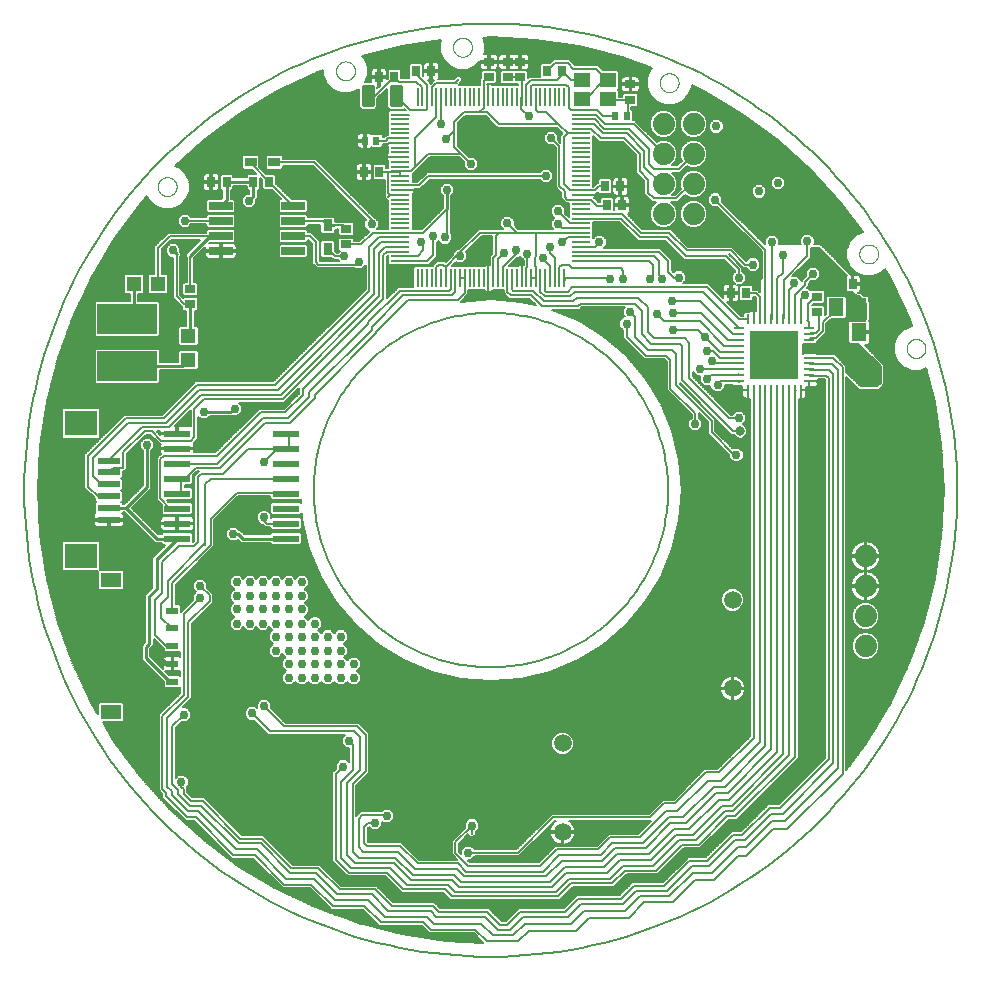
<source format=gbl>
G75*
%MOIN*%
%OFA0B0*%
%FSLAX25Y25*%
%IPPOS*%
%LPD*%
%AMOC8*
5,1,8,0,0,1.08239X$1,22.5*
%
%ADD10C,0.00600*%
%ADD11C,0.00000*%
%ADD12R,0.05118X0.05906*%
%ADD13R,0.03543X0.02756*%
%ADD14R,0.02756X0.03543*%
%ADD15R,0.03937X0.03150*%
%ADD16R,0.03150X0.03937*%
%ADD17R,0.04724X0.05118*%
%ADD18R,0.05118X0.04724*%
%ADD19R,0.00965X0.06299*%
%ADD20R,0.06299X0.00965*%
%ADD21R,0.08000X0.02600*%
%ADD22R,0.08661X0.02362*%
%ADD23R,0.20000X0.10000*%
%ADD24R,0.02362X0.02756*%
%ADD25C,0.05937*%
%ADD26R,0.05512X0.04724*%
%ADD27R,0.03346X0.01102*%
%ADD28R,0.01102X0.03346*%
%ADD29R,0.16339X0.16339*%
%ADD30C,0.01299*%
%ADD31R,0.07480X0.02362*%
%ADD32R,0.11024X0.08268*%
%ADD33C,0.07400*%
%ADD34R,0.03937X0.02362*%
%ADD35R,0.07087X0.04921*%
%ADD36C,0.01000*%
%ADD37C,0.01200*%
%ADD38C,0.02978*%
%ADD39C,0.00787*%
%ADD40C,0.03175*%
D10*
X0092542Y0073710D02*
X0103250Y0073710D01*
X0103250Y0073112D02*
X0092986Y0073112D01*
X0093430Y0072513D02*
X0103250Y0072513D01*
X0103250Y0071915D02*
X0093874Y0071915D01*
X0094318Y0071316D02*
X0103250Y0071316D01*
X0103250Y0070718D02*
X0094762Y0070718D01*
X0095206Y0070119D02*
X0103250Y0070119D01*
X0103250Y0069521D02*
X0095649Y0069521D01*
X0096093Y0068922D02*
X0103250Y0068922D01*
X0103250Y0068324D02*
X0096537Y0068324D01*
X0096981Y0067725D02*
X0103250Y0067725D01*
X0103250Y0067127D02*
X0097466Y0067127D01*
X0097242Y0067374D02*
X0088420Y0079269D01*
X0084556Y0085715D01*
X0091240Y0085715D01*
X0091767Y0086242D01*
X0091767Y0091909D01*
X0091240Y0092436D01*
X0083408Y0092436D01*
X0082880Y0091909D01*
X0082880Y0088511D01*
X0080806Y0091972D01*
X0074474Y0105360D01*
X0069485Y0119304D01*
X0065886Y0133670D01*
X0063713Y0148319D01*
X0062987Y0163111D01*
X0063713Y0177903D01*
X0065886Y0192552D01*
X0069485Y0206918D01*
X0074474Y0220862D01*
X0080806Y0234250D01*
X0088420Y0246953D01*
X0097242Y0258848D01*
X0099283Y0261100D01*
X0099709Y0260072D01*
X0101805Y0257977D01*
X0104543Y0256843D01*
X0107506Y0256843D01*
X0110244Y0257977D01*
X0112340Y0260072D01*
X0113474Y0262810D01*
X0113474Y0265774D01*
X0112340Y0268512D01*
X0110244Y0270608D01*
X0108741Y0271230D01*
X0118161Y0279767D01*
X0130056Y0288590D01*
X0142759Y0296203D01*
X0156147Y0302535D01*
X0158024Y0303207D01*
X0158024Y0301393D01*
X0159158Y0298655D01*
X0161253Y0296559D01*
X0163991Y0295425D01*
X0166955Y0295425D01*
X0169693Y0296559D01*
X0169933Y0296799D01*
X0169933Y0290812D01*
X0170841Y0289904D01*
X0175156Y0289904D01*
X0176064Y0290812D01*
X0176064Y0293754D01*
X0179382Y0296873D01*
X0179382Y0290812D01*
X0180290Y0289904D01*
X0184605Y0289904D01*
X0184998Y0290297D01*
X0185604Y0289690D01*
X0180258Y0289690D01*
X0179731Y0289163D01*
X0179731Y0281634D01*
X0179149Y0281634D01*
X0178323Y0280807D01*
X0177869Y0280807D01*
X0177869Y0281358D01*
X0177342Y0281885D01*
X0174234Y0281885D01*
X0174094Y0281745D01*
X0174073Y0281783D01*
X0173830Y0282025D01*
X0173534Y0282196D01*
X0173203Y0282285D01*
X0172142Y0282285D01*
X0172142Y0279898D01*
X0171561Y0279898D01*
X0171561Y0282285D01*
X0170499Y0282285D01*
X0170168Y0282196D01*
X0169872Y0282025D01*
X0169630Y0281783D01*
X0169459Y0281487D01*
X0169370Y0281156D01*
X0169370Y0279898D01*
X0171561Y0279898D01*
X0171561Y0279317D01*
X0169370Y0279317D01*
X0169370Y0278058D01*
X0169459Y0277727D01*
X0169630Y0277431D01*
X0169872Y0277189D01*
X0170168Y0277018D01*
X0170499Y0276929D01*
X0171561Y0276929D01*
X0171561Y0279316D01*
X0172142Y0279316D01*
X0172142Y0276929D01*
X0173203Y0276929D01*
X0173534Y0277018D01*
X0173830Y0277189D01*
X0174073Y0277431D01*
X0174094Y0277469D01*
X0174234Y0277329D01*
X0177342Y0277329D01*
X0177869Y0277856D01*
X0177869Y0278407D01*
X0179317Y0278407D01*
X0179331Y0278421D01*
X0179331Y0278206D01*
X0179419Y0277875D01*
X0179590Y0277579D01*
X0179731Y0277438D01*
X0179731Y0275555D01*
X0179590Y0275415D01*
X0179419Y0275119D01*
X0179331Y0274788D01*
X0179331Y0274135D01*
X0183780Y0274135D01*
X0183780Y0274135D01*
X0179253Y0274135D01*
X0178072Y0275316D01*
X0179253Y0276497D01*
X0179253Y0278072D01*
X0180040Y0278859D01*
X0183780Y0278859D01*
X0179769Y0278859D01*
X0183780Y0278859D01*
X0183780Y0278859D01*
X0183780Y0280434D02*
X0179646Y0280434D01*
X0178820Y0279607D01*
X0175788Y0279607D01*
X0177869Y0278401D02*
X0179331Y0278401D01*
X0179461Y0277803D02*
X0177816Y0277803D01*
X0179731Y0277204D02*
X0173846Y0277204D01*
X0172142Y0277204D02*
X0171561Y0277204D01*
X0171561Y0277803D02*
X0172142Y0277803D01*
X0172142Y0278401D02*
X0171561Y0278401D01*
X0171561Y0279000D02*
X0172142Y0279000D01*
X0171561Y0279598D02*
X0117974Y0279598D01*
X0117314Y0279000D02*
X0169370Y0279000D01*
X0169370Y0278401D02*
X0116654Y0278401D01*
X0115993Y0277803D02*
X0169438Y0277803D01*
X0169856Y0277204D02*
X0115333Y0277204D01*
X0114673Y0276606D02*
X0179731Y0276606D01*
X0179731Y0276007D02*
X0114012Y0276007D01*
X0113352Y0275409D02*
X0179587Y0275409D01*
X0179337Y0274810D02*
X0144153Y0274810D01*
X0144050Y0274913D02*
X0139367Y0274913D01*
X0138840Y0274386D01*
X0138840Y0270491D01*
X0139367Y0269964D01*
X0144050Y0269964D01*
X0144577Y0270491D01*
X0144577Y0271239D01*
X0154468Y0271239D01*
X0172384Y0253322D01*
X0171746Y0252683D01*
X0171746Y0250704D01*
X0173145Y0249305D01*
X0173198Y0249305D01*
X0170099Y0246205D01*
X0168435Y0246205D01*
X0168435Y0246756D01*
X0167908Y0247283D01*
X0163619Y0247283D01*
X0163092Y0246756D01*
X0163092Y0243255D01*
X0163492Y0242855D01*
X0162901Y0242264D01*
X0162464Y0242264D01*
X0162024Y0242703D01*
X0162024Y0245822D01*
X0161497Y0246350D01*
X0157602Y0246350D01*
X0157075Y0245822D01*
X0157075Y0241140D01*
X0157602Y0240613D01*
X0160721Y0240613D01*
X0160767Y0240567D01*
X0161470Y0239864D01*
X0162901Y0239864D01*
X0163257Y0239508D01*
X0156915Y0239508D01*
X0156831Y0239592D01*
X0156831Y0246285D01*
X0154761Y0248355D01*
X0154761Y0248355D01*
X0154058Y0249058D01*
X0152937Y0249058D01*
X0152937Y0249531D01*
X0152410Y0250058D01*
X0143664Y0250058D01*
X0143137Y0249531D01*
X0143137Y0246185D01*
X0143664Y0245658D01*
X0152410Y0245658D01*
X0152937Y0246185D01*
X0152937Y0246658D01*
X0153064Y0246658D01*
X0154431Y0245291D01*
X0154431Y0238598D01*
X0155218Y0237811D01*
X0155218Y0237811D01*
X0155921Y0237108D01*
X0168413Y0237108D01*
X0168814Y0236706D01*
X0170793Y0236706D01*
X0172147Y0238060D01*
X0172147Y0230144D01*
X0141354Y0199350D01*
X0115370Y0199350D01*
X0114667Y0198647D01*
X0104346Y0188327D01*
X0091748Y0188327D01*
X0091045Y0187624D01*
X0078446Y0175025D01*
X0078446Y0163795D01*
X0081896Y0160345D01*
X0081896Y0159589D01*
X0082311Y0159174D01*
X0081896Y0158759D01*
X0081896Y0155652D01*
X0082036Y0155512D01*
X0081998Y0155490D01*
X0081756Y0155248D01*
X0081585Y0154951D01*
X0081496Y0154621D01*
X0081496Y0153559D01*
X0086246Y0153559D01*
X0086246Y0152978D01*
X0086827Y0152978D01*
X0086827Y0153559D01*
X0091576Y0153559D01*
X0091576Y0154621D01*
X0091488Y0154951D01*
X0091317Y0155248D01*
X0091075Y0155490D01*
X0091037Y0155512D01*
X0091176Y0155652D01*
X0091176Y0155711D01*
X0091759Y0155711D01*
X0101901Y0145569D01*
X0104176Y0145569D01*
X0104176Y0145410D01*
X0104703Y0144883D01*
X0105345Y0144883D01*
X0101901Y0141439D01*
X0101081Y0140618D01*
X0101081Y0130620D01*
X0098719Y0128258D01*
X0098719Y0112510D01*
X0098358Y0112149D01*
X0097538Y0111329D01*
X0097538Y0106626D01*
X0098358Y0105806D01*
X0104888Y0099275D01*
X0104888Y0097778D01*
X0105415Y0097250D01*
X0110098Y0097250D01*
X0110336Y0097489D01*
X0110336Y0095498D01*
X0103953Y0089114D01*
X0103953Y0089114D01*
X0103250Y0088411D01*
X0103250Y0063008D01*
X0103953Y0062305D01*
X0104431Y0061827D01*
X0104431Y0060645D01*
X0111517Y0053559D01*
X0112220Y0052856D01*
X0114976Y0052856D01*
X0126872Y0040960D01*
X0127575Y0040257D01*
X0134661Y0040257D01*
X0143801Y0031118D01*
X0144504Y0030415D01*
X0153559Y0030415D01*
X0159943Y0024031D01*
X0160645Y0023328D01*
X0171275Y0023328D01*
X0176084Y0018519D01*
X0176787Y0017817D01*
X0190960Y0017817D01*
X0193323Y0015454D01*
X0208283Y0015454D01*
X0211416Y0012321D01*
X0199106Y0012926D01*
X0184457Y0015099D01*
X0170091Y0018697D01*
X0156147Y0023687D01*
X0142759Y0030019D01*
X0130056Y0037632D01*
X0118161Y0046455D01*
X0107188Y0056400D01*
X0097242Y0067374D01*
X0098008Y0066528D02*
X0103250Y0066528D01*
X0103250Y0065930D02*
X0098551Y0065930D01*
X0099093Y0065331D02*
X0103250Y0065331D01*
X0103250Y0064733D02*
X0099636Y0064733D01*
X0100178Y0064134D02*
X0103250Y0064134D01*
X0103250Y0063536D02*
X0100720Y0063536D01*
X0101263Y0062937D02*
X0103320Y0062937D01*
X0103919Y0062339D02*
X0101805Y0062339D01*
X0102348Y0061740D02*
X0104431Y0061740D01*
X0104431Y0061142D02*
X0102890Y0061142D01*
X0103433Y0060543D02*
X0104533Y0060543D01*
X0103975Y0059945D02*
X0105132Y0059945D01*
X0105730Y0059346D02*
X0104518Y0059346D01*
X0105060Y0058748D02*
X0106329Y0058748D01*
X0106927Y0058149D02*
X0105603Y0058149D01*
X0106145Y0057551D02*
X0107526Y0057551D01*
X0108124Y0056952D02*
X0106687Y0056952D01*
X0107239Y0056354D02*
X0108723Y0056354D01*
X0109321Y0055755D02*
X0107899Y0055755D01*
X0108560Y0055157D02*
X0109920Y0055157D01*
X0110518Y0054558D02*
X0109220Y0054558D01*
X0109881Y0053960D02*
X0111117Y0053960D01*
X0110541Y0053361D02*
X0111715Y0053361D01*
X0111201Y0052763D02*
X0115070Y0052763D01*
X0115668Y0052164D02*
X0111862Y0052164D01*
X0112522Y0051565D02*
X0116267Y0051565D01*
X0116865Y0050967D02*
X0113182Y0050967D01*
X0113843Y0050368D02*
X0117464Y0050368D01*
X0118062Y0049770D02*
X0114503Y0049770D01*
X0115163Y0049171D02*
X0118661Y0049171D01*
X0119259Y0048573D02*
X0115824Y0048573D01*
X0116484Y0047974D02*
X0119858Y0047974D01*
X0120456Y0047376D02*
X0117144Y0047376D01*
X0117805Y0046777D02*
X0121055Y0046777D01*
X0121653Y0046179D02*
X0118533Y0046179D01*
X0119340Y0045580D02*
X0122252Y0045580D01*
X0122850Y0044982D02*
X0120147Y0044982D01*
X0120954Y0044383D02*
X0123449Y0044383D01*
X0124047Y0043785D02*
X0121761Y0043785D01*
X0122568Y0043186D02*
X0124646Y0043186D01*
X0125244Y0042588D02*
X0123375Y0042588D01*
X0124182Y0041989D02*
X0125843Y0041989D01*
X0126441Y0041391D02*
X0124989Y0041391D01*
X0125796Y0040792D02*
X0127040Y0040792D01*
X0126603Y0040194D02*
X0134725Y0040194D01*
X0135323Y0039595D02*
X0127410Y0039595D01*
X0128217Y0038997D02*
X0135922Y0038997D01*
X0136520Y0038398D02*
X0129024Y0038398D01*
X0129831Y0037800D02*
X0137119Y0037800D01*
X0137717Y0037201D02*
X0130776Y0037201D01*
X0131774Y0036603D02*
X0138316Y0036603D01*
X0138914Y0036004D02*
X0132773Y0036004D01*
X0133771Y0035406D02*
X0139513Y0035406D01*
X0140112Y0034807D02*
X0134770Y0034807D01*
X0135769Y0034209D02*
X0140710Y0034209D01*
X0141309Y0033610D02*
X0136767Y0033610D01*
X0137766Y0033012D02*
X0141907Y0033012D01*
X0142506Y0032413D02*
X0138764Y0032413D01*
X0139763Y0031815D02*
X0143104Y0031815D01*
X0143703Y0031216D02*
X0140761Y0031216D01*
X0141760Y0030618D02*
X0144301Y0030618D01*
X0145001Y0031615D02*
X0154056Y0031615D01*
X0161143Y0024528D01*
X0171772Y0024528D01*
X0177284Y0019017D01*
X0191457Y0019017D01*
X0193820Y0016654D01*
X0208780Y0016654D01*
X0212717Y0012717D01*
X0222954Y0012717D01*
X0226497Y0016261D01*
X0242245Y0016261D01*
X0246576Y0020591D01*
X0259961Y0020591D01*
X0265080Y0025709D01*
X0274528Y0025709D01*
X0282009Y0033190D01*
X0288308Y0033190D01*
X0296182Y0041064D01*
X0298938Y0041064D01*
X0307993Y0050119D01*
X0312717Y0050119D01*
X0331221Y0068623D01*
X0331221Y0204056D01*
X0328072Y0207206D01*
X0320210Y0207206D01*
X0320099Y0207317D01*
X0320099Y0209285D02*
X0320380Y0209505D01*
X0320099Y0209285D02*
X0319780Y0209505D01*
X0318053Y0208768D02*
X0322145Y0208768D01*
X0322507Y0208405D01*
X0328569Y0208405D01*
X0332421Y0204553D01*
X0332421Y0202462D01*
X0337127Y0197757D01*
X0342639Y0197757D01*
X0343820Y0198938D01*
X0343820Y0204450D01*
X0336373Y0211896D01*
X0333565Y0211896D01*
X0333038Y0212423D01*
X0333038Y0219074D01*
X0333565Y0219602D01*
X0338499Y0219602D01*
X0339095Y0220198D01*
X0339095Y0225316D01*
X0336733Y0227678D01*
X0335946Y0227678D01*
X0334405Y0229219D01*
X0332738Y0229219D01*
X0332211Y0229746D01*
X0332211Y0234035D01*
X0332671Y0234495D01*
X0323347Y0243820D01*
X0320610Y0243820D01*
X0320610Y0240567D01*
X0319907Y0239864D01*
X0319907Y0239864D01*
X0314441Y0234398D01*
X0316069Y0234398D01*
X0317468Y0232998D01*
X0317468Y0232945D01*
X0318126Y0233602D01*
X0318990Y0234466D01*
X0318990Y0236148D01*
X0320389Y0237547D01*
X0322368Y0237547D01*
X0323768Y0236148D01*
X0323768Y0234169D01*
X0322368Y0232769D01*
X0320687Y0232769D01*
X0319823Y0231905D01*
X0319823Y0231118D01*
X0319166Y0230461D01*
X0319612Y0230461D01*
X0320325Y0229748D01*
X0320455Y0229877D01*
X0324744Y0229877D01*
X0325271Y0229350D01*
X0325271Y0225848D01*
X0324744Y0225321D01*
X0321506Y0225321D01*
X0320944Y0224759D01*
X0324744Y0224759D01*
X0325271Y0224232D01*
X0325271Y0221456D01*
X0325597Y0221782D01*
X0325597Y0227381D01*
X0326124Y0227909D01*
X0331988Y0227909D01*
X0332515Y0227381D01*
X0332515Y0220730D01*
X0331988Y0220203D01*
X0327412Y0220203D01*
X0325780Y0218571D01*
X0325780Y0215608D01*
X0325077Y0214905D01*
X0322677Y0212505D01*
X0322672Y0212505D01*
X0322672Y0212298D01*
X0322145Y0211771D01*
X0318053Y0211771D01*
X0317835Y0211989D01*
X0317835Y0208550D01*
X0318053Y0208768D01*
X0317835Y0208974D02*
X0339295Y0208974D01*
X0338697Y0209572D02*
X0317835Y0209572D01*
X0317835Y0210171D02*
X0338098Y0210171D01*
X0337500Y0210770D02*
X0317835Y0210770D01*
X0317835Y0211368D02*
X0336901Y0211368D01*
X0338470Y0211496D02*
X0339227Y0211496D01*
X0339558Y0211585D01*
X0339854Y0211756D01*
X0340096Y0211998D01*
X0340267Y0212294D01*
X0340356Y0212625D01*
X0340356Y0215449D01*
X0337539Y0215449D01*
X0337539Y0216049D01*
X0340356Y0216049D01*
X0340356Y0218873D01*
X0340267Y0219203D01*
X0340096Y0219500D01*
X0340095Y0219501D01*
X0340295Y0219701D01*
X0340295Y0225813D01*
X0339995Y0226113D01*
X0339995Y0227381D01*
X0339468Y0227909D01*
X0338199Y0227909D01*
X0337230Y0228878D01*
X0336443Y0228878D01*
X0336397Y0228924D01*
X0336665Y0229079D01*
X0336907Y0229321D01*
X0337078Y0229617D01*
X0337167Y0229948D01*
X0337167Y0231591D01*
X0334789Y0231591D01*
X0334789Y0232191D01*
X0334390Y0232191D01*
X0334390Y0234474D01*
X0334189Y0234675D01*
X0334189Y0234962D01*
X0333902Y0234962D01*
X0333687Y0235177D01*
X0323844Y0245020D01*
X0321627Y0245020D01*
X0321799Y0245192D01*
X0321799Y0247171D01*
X0320400Y0248571D01*
X0318421Y0248571D01*
X0317021Y0247171D01*
X0317021Y0245192D01*
X0317194Y0245020D01*
X0309988Y0245020D01*
X0309988Y0246778D01*
X0308589Y0248177D01*
X0306610Y0248177D01*
X0305210Y0246778D01*
X0305210Y0245150D01*
X0291091Y0259269D01*
X0291091Y0260951D01*
X0289691Y0262350D01*
X0287712Y0262350D01*
X0286313Y0260951D01*
X0286313Y0258972D01*
X0287712Y0257572D01*
X0289393Y0257572D01*
X0304234Y0242732D01*
X0304234Y0233884D01*
X0303643Y0233293D01*
X0303643Y0229139D01*
X0302802Y0229980D01*
X0301334Y0229980D01*
X0301334Y0230925D01*
X0300807Y0231452D01*
X0297305Y0231452D01*
X0296778Y0230925D01*
X0296778Y0226636D01*
X0297305Y0226109D01*
X0300807Y0226109D01*
X0301334Y0226636D01*
X0301334Y0227580D01*
X0301808Y0227580D01*
X0302380Y0227008D01*
X0302380Y0222943D01*
X0302219Y0222987D01*
X0301497Y0222987D01*
X0301497Y0220014D01*
X0301497Y0220014D01*
X0301497Y0222987D01*
X0300775Y0222987D01*
X0300444Y0222898D01*
X0300147Y0222727D01*
X0300007Y0222587D01*
X0298604Y0222587D01*
X0298077Y0222059D01*
X0298077Y0221213D01*
X0297257Y0221213D01*
X0292762Y0225709D01*
X0293638Y0225709D01*
X0293638Y0228480D01*
X0294238Y0228480D01*
X0294238Y0225709D01*
X0295487Y0225709D01*
X0295818Y0225797D01*
X0296114Y0225968D01*
X0296356Y0226210D01*
X0296527Y0226507D01*
X0296616Y0226837D01*
X0296616Y0228480D01*
X0294238Y0228480D01*
X0294238Y0229080D01*
X0296616Y0229080D01*
X0296616Y0230723D01*
X0296527Y0231054D01*
X0296356Y0231350D01*
X0296118Y0231588D01*
X0297565Y0231588D01*
X0298965Y0232988D01*
X0298965Y0234967D01*
X0297776Y0236156D01*
X0297776Y0237230D01*
X0293173Y0241832D01*
X0293323Y0241832D01*
X0298047Y0237108D01*
X0299121Y0237108D01*
X0300310Y0235919D01*
X0302290Y0235919D01*
X0303689Y0237318D01*
X0303689Y0239297D01*
X0302290Y0240697D01*
X0300310Y0240697D01*
X0299121Y0239508D01*
X0299041Y0239508D01*
X0294317Y0244232D01*
X0279750Y0244232D01*
X0273844Y0250138D01*
X0264395Y0250138D01*
X0259469Y0255065D01*
X0259558Y0255089D01*
X0259854Y0255260D01*
X0260096Y0255502D01*
X0260267Y0255798D01*
X0260356Y0256129D01*
X0260356Y0257772D01*
X0257978Y0257772D01*
X0257978Y0258372D01*
X0257378Y0258372D01*
X0257378Y0261143D01*
X0256129Y0261143D01*
X0255798Y0261055D01*
X0255502Y0260884D01*
X0255260Y0260642D01*
X0255089Y0260345D01*
X0255000Y0260014D01*
X0255000Y0258372D01*
X0257378Y0258372D01*
X0257378Y0257772D01*
X0255000Y0257772D01*
X0255000Y0256437D01*
X0254838Y0256437D01*
X0254838Y0260216D01*
X0254311Y0260743D01*
X0250809Y0260743D01*
X0250282Y0260216D01*
X0250282Y0259193D01*
X0249829Y0259193D01*
X0248563Y0260458D01*
X0248397Y0260625D01*
X0248466Y0260883D01*
X0248466Y0261536D01*
X0244017Y0261536D01*
X0244017Y0261536D01*
X0248466Y0261536D01*
X0248466Y0261911D01*
X0249041Y0261911D01*
X0249691Y0262561D01*
X0249691Y0262226D01*
X0250219Y0261699D01*
X0253720Y0261699D01*
X0254247Y0262226D01*
X0254247Y0266515D01*
X0253720Y0267043D01*
X0250219Y0267043D01*
X0249691Y0266515D01*
X0249691Y0265571D01*
X0249307Y0265571D01*
X0248066Y0264330D01*
X0248066Y0281183D01*
X0250016Y0279234D01*
X0257890Y0279234D01*
X0262305Y0274819D01*
X0262305Y0268913D01*
X0265061Y0266157D01*
X0265061Y0261827D01*
X0267732Y0259155D01*
X0269031Y0259155D01*
X0268891Y0259097D01*
X0267597Y0257803D01*
X0266897Y0256113D01*
X0266897Y0254283D01*
X0267597Y0252592D01*
X0268891Y0251298D01*
X0270582Y0250598D01*
X0272412Y0250598D01*
X0274103Y0251298D01*
X0275397Y0252592D01*
X0276097Y0254283D01*
X0276097Y0256113D01*
X0275397Y0257803D01*
X0274103Y0259097D01*
X0273963Y0259155D01*
X0276206Y0259155D01*
X0278620Y0261569D01*
X0278891Y0261298D01*
X0280582Y0260598D01*
X0282412Y0260598D01*
X0284103Y0261298D01*
X0285397Y0262592D01*
X0286097Y0264283D01*
X0286097Y0266113D01*
X0285397Y0267803D01*
X0284103Y0269097D01*
X0282412Y0269798D01*
X0280582Y0269798D01*
X0278891Y0269097D01*
X0277597Y0267803D01*
X0276897Y0266113D01*
X0276897Y0264283D01*
X0277202Y0263545D01*
X0275212Y0261555D01*
X0274360Y0261555D01*
X0275397Y0262592D01*
X0276097Y0264283D01*
X0276097Y0266113D01*
X0275397Y0267803D01*
X0274202Y0268998D01*
X0276994Y0268998D01*
X0279176Y0271180D01*
X0280582Y0270598D01*
X0282412Y0270598D01*
X0284103Y0271298D01*
X0285397Y0272592D01*
X0286097Y0274283D01*
X0286097Y0276113D01*
X0285397Y0277803D01*
X0311804Y0277803D01*
X0312464Y0277204D02*
X0285645Y0277204D01*
X0285893Y0276606D02*
X0313124Y0276606D01*
X0313785Y0276007D02*
X0286097Y0276007D01*
X0286097Y0275409D02*
X0314445Y0275409D01*
X0315105Y0274810D02*
X0286097Y0274810D01*
X0286067Y0274212D02*
X0315766Y0274212D01*
X0316426Y0273613D02*
X0285820Y0273613D01*
X0285572Y0273015D02*
X0317086Y0273015D01*
X0317747Y0272416D02*
X0285221Y0272416D01*
X0284622Y0271818D02*
X0318407Y0271818D01*
X0319067Y0271219D02*
X0283912Y0271219D01*
X0282467Y0270621D02*
X0319728Y0270621D01*
X0320388Y0270022D02*
X0278018Y0270022D01*
X0277420Y0269424D02*
X0279679Y0269424D01*
X0278619Y0268825D02*
X0274375Y0268825D01*
X0274973Y0268227D02*
X0278020Y0268227D01*
X0277525Y0267628D02*
X0275469Y0267628D01*
X0275717Y0267030D02*
X0277277Y0267030D01*
X0277029Y0266431D02*
X0275965Y0266431D01*
X0276097Y0265833D02*
X0276897Y0265833D01*
X0276897Y0265234D02*
X0276097Y0265234D01*
X0276097Y0264636D02*
X0276897Y0264636D01*
X0276999Y0264037D02*
X0275995Y0264037D01*
X0275747Y0263438D02*
X0277096Y0263438D01*
X0276497Y0262840D02*
X0275499Y0262840D01*
X0275899Y0262241D02*
X0275046Y0262241D01*
X0275300Y0261643D02*
X0274448Y0261643D01*
X0275709Y0260355D02*
X0268229Y0260355D01*
X0266261Y0262324D01*
X0266261Y0266654D01*
X0263505Y0269410D01*
X0263505Y0275316D01*
X0258387Y0280434D01*
X0250513Y0280434D01*
X0247363Y0283583D01*
X0244017Y0283583D01*
X0244017Y0282009D02*
X0239489Y0282009D01*
X0236339Y0285158D01*
X0216654Y0285158D01*
X0212717Y0289095D01*
X0209961Y0289095D01*
X0211536Y0290670D01*
X0211536Y0294017D01*
X0211536Y0299870D01*
X0213253Y0300799D01*
X0212736Y0298521D02*
X0215397Y0298521D01*
X0215924Y0299048D01*
X0215924Y0302550D01*
X0215397Y0303077D01*
X0211108Y0303077D01*
X0210581Y0302550D01*
X0210581Y0300718D01*
X0210528Y0300689D01*
X0210473Y0300504D01*
X0210336Y0300367D01*
X0210336Y0300045D01*
X0210244Y0299736D01*
X0210336Y0299566D01*
X0210336Y0298066D01*
X0203306Y0298066D01*
X0203681Y0298441D01*
X0203681Y0298834D01*
X0204390Y0299543D01*
X0204390Y0300537D01*
X0203687Y0301240D01*
X0202693Y0301240D01*
X0201590Y0300138D01*
X0196442Y0300138D01*
X0196499Y0300194D01*
X0196670Y0300490D01*
X0196758Y0300821D01*
X0196758Y0302464D01*
X0194380Y0302464D01*
X0194380Y0299692D01*
X0194845Y0299692D01*
X0194588Y0299435D01*
X0193820Y0298666D01*
X0192794Y0299692D01*
X0193780Y0299692D01*
X0193780Y0302464D01*
X0191402Y0302464D01*
X0191402Y0301084D01*
X0191240Y0301246D01*
X0191240Y0304908D01*
X0190713Y0305435D01*
X0187211Y0305435D01*
X0186684Y0304908D01*
X0186684Y0300619D01*
X0186772Y0300531D01*
X0184017Y0300531D01*
X0184017Y0302881D01*
X0183489Y0303408D01*
X0179988Y0303408D01*
X0179461Y0302881D01*
X0179461Y0300242D01*
X0179298Y0300089D01*
X0179298Y0300436D01*
X0176921Y0300436D01*
X0176921Y0301036D01*
X0179298Y0301036D01*
X0179298Y0302679D01*
X0179210Y0303010D01*
X0179039Y0303306D01*
X0178797Y0303548D01*
X0178500Y0303719D01*
X0178170Y0303808D01*
X0176920Y0303808D01*
X0176920Y0301036D01*
X0176320Y0301036D01*
X0176320Y0300436D01*
X0173943Y0300436D01*
X0173943Y0299184D01*
X0172008Y0299184D01*
X0172923Y0301393D01*
X0172923Y0304357D01*
X0171789Y0307095D01*
X0171105Y0307779D01*
X0184457Y0311123D01*
X0197332Y0313033D01*
X0197000Y0312231D01*
X0197000Y0309267D01*
X0198134Y0306529D01*
X0200230Y0304433D01*
X0202968Y0303299D01*
X0205931Y0303299D01*
X0208669Y0304433D01*
X0210453Y0306217D01*
X0212953Y0306217D01*
X0212953Y0305617D01*
X0213553Y0305617D01*
X0213553Y0306217D01*
X0216324Y0306217D01*
X0216324Y0307466D01*
X0216236Y0307797D01*
X0216065Y0308093D01*
X0215823Y0308336D01*
X0215526Y0308507D01*
X0215196Y0308595D01*
X0213553Y0308595D01*
X0213553Y0306217D01*
X0212953Y0306217D01*
X0212953Y0308595D01*
X0211621Y0308595D01*
X0211899Y0309267D01*
X0211899Y0312231D01*
X0211212Y0313891D01*
X0213898Y0314023D01*
X0228690Y0313296D01*
X0243340Y0311123D01*
X0257706Y0307525D01*
X0267790Y0303916D01*
X0267032Y0303158D01*
X0265898Y0300420D01*
X0265898Y0297456D01*
X0267032Y0294718D01*
X0269127Y0292622D01*
X0271865Y0291488D01*
X0274829Y0291488D01*
X0277567Y0292622D01*
X0279663Y0294718D01*
X0280797Y0297456D01*
X0280797Y0298209D01*
X0285038Y0296203D01*
X0297741Y0288590D01*
X0309636Y0279767D01*
X0320609Y0269822D01*
X0330555Y0258848D01*
X0337816Y0249058D01*
X0335663Y0248167D01*
X0333567Y0246071D01*
X0332433Y0243333D01*
X0332433Y0240369D01*
X0333567Y0237631D01*
X0335663Y0235536D01*
X0338401Y0234402D01*
X0341364Y0234402D01*
X0344103Y0235536D01*
X0345427Y0236860D01*
X0346991Y0234250D01*
X0353323Y0220862D01*
X0354417Y0217805D01*
X0354149Y0217805D01*
X0351411Y0216671D01*
X0349315Y0214575D01*
X0348181Y0211837D01*
X0348181Y0208873D01*
X0349315Y0206135D01*
X0351411Y0204040D01*
X0354149Y0202906D01*
X0357113Y0202906D01*
X0359110Y0203733D01*
X0361911Y0192552D01*
X0364084Y0177903D01*
X0364810Y0163111D01*
X0364084Y0148319D01*
X0364084Y0148319D01*
X0361911Y0133670D01*
X0358312Y0119304D01*
X0353323Y0105360D01*
X0346991Y0091972D01*
X0339377Y0079269D01*
X0332421Y0069890D01*
X0332421Y0200765D01*
X0336630Y0196557D01*
X0343136Y0196557D01*
X0343839Y0197260D01*
X0345020Y0198441D01*
X0345020Y0204947D01*
X0344317Y0205650D01*
X0338470Y0211496D01*
X0338598Y0211368D02*
X0348181Y0211368D01*
X0348181Y0210770D02*
X0339197Y0210770D01*
X0339795Y0210171D02*
X0348181Y0210171D01*
X0348181Y0209572D02*
X0340394Y0209572D01*
X0340992Y0208974D02*
X0348181Y0208974D01*
X0348387Y0208375D02*
X0341591Y0208375D01*
X0342189Y0207777D02*
X0348635Y0207777D01*
X0348883Y0207178D02*
X0342788Y0207178D01*
X0343386Y0206580D02*
X0349131Y0206580D01*
X0349469Y0205981D02*
X0343985Y0205981D01*
X0344583Y0205383D02*
X0350068Y0205383D01*
X0350666Y0204784D02*
X0345020Y0204784D01*
X0345020Y0204186D02*
X0351265Y0204186D01*
X0352503Y0203587D02*
X0345020Y0203587D01*
X0345020Y0202989D02*
X0353948Y0202989D01*
X0357314Y0202989D02*
X0359296Y0202989D01*
X0359146Y0203587D02*
X0358759Y0203587D01*
X0359446Y0202390D02*
X0345020Y0202390D01*
X0345020Y0201792D02*
X0359596Y0201792D01*
X0359746Y0201193D02*
X0345020Y0201193D01*
X0345020Y0200595D02*
X0359896Y0200595D01*
X0360046Y0199996D02*
X0345020Y0199996D01*
X0345020Y0199398D02*
X0360196Y0199398D01*
X0360346Y0198799D02*
X0345020Y0198799D01*
X0344780Y0198201D02*
X0360496Y0198201D01*
X0360646Y0197602D02*
X0344181Y0197602D01*
X0343583Y0197004D02*
X0360796Y0197004D01*
X0360945Y0196405D02*
X0332421Y0196405D01*
X0332421Y0195807D02*
X0361095Y0195807D01*
X0361245Y0195208D02*
X0332421Y0195208D01*
X0332421Y0194610D02*
X0361395Y0194610D01*
X0361545Y0194011D02*
X0332421Y0194011D01*
X0332421Y0193413D02*
X0361695Y0193413D01*
X0361845Y0192814D02*
X0332421Y0192814D01*
X0332421Y0192216D02*
X0361960Y0192216D01*
X0362049Y0191617D02*
X0332421Y0191617D01*
X0332421Y0191019D02*
X0362138Y0191019D01*
X0362227Y0190420D02*
X0332421Y0190420D01*
X0332421Y0189822D02*
X0362316Y0189822D01*
X0362404Y0189223D02*
X0332421Y0189223D01*
X0332421Y0188625D02*
X0362493Y0188625D01*
X0362582Y0188026D02*
X0332421Y0188026D01*
X0332421Y0187428D02*
X0362671Y0187428D01*
X0362759Y0186829D02*
X0332421Y0186829D01*
X0332421Y0186231D02*
X0362848Y0186231D01*
X0362937Y0185632D02*
X0332421Y0185632D01*
X0332421Y0185034D02*
X0363026Y0185034D01*
X0363115Y0184435D02*
X0332421Y0184435D01*
X0332421Y0183836D02*
X0363203Y0183836D01*
X0363292Y0183238D02*
X0332421Y0183238D01*
X0332421Y0182639D02*
X0363381Y0182639D01*
X0363470Y0182041D02*
X0332421Y0182041D01*
X0332421Y0181442D02*
X0363559Y0181442D01*
X0363647Y0180844D02*
X0332421Y0180844D01*
X0332421Y0180245D02*
X0363736Y0180245D01*
X0363825Y0179647D02*
X0332421Y0179647D01*
X0332421Y0179048D02*
X0363914Y0179048D01*
X0364002Y0178450D02*
X0332421Y0178450D01*
X0332421Y0177851D02*
X0364086Y0177851D01*
X0364115Y0177253D02*
X0332421Y0177253D01*
X0332421Y0176654D02*
X0364145Y0176654D01*
X0364174Y0176056D02*
X0332421Y0176056D01*
X0332421Y0175457D02*
X0364204Y0175457D01*
X0364233Y0174859D02*
X0332421Y0174859D01*
X0332421Y0174260D02*
X0364262Y0174260D01*
X0364292Y0173662D02*
X0332421Y0173662D01*
X0332421Y0173063D02*
X0364321Y0173063D01*
X0364351Y0172465D02*
X0332421Y0172465D01*
X0332421Y0171866D02*
X0364380Y0171866D01*
X0364410Y0171268D02*
X0332421Y0171268D01*
X0332421Y0170669D02*
X0364439Y0170669D01*
X0364468Y0170071D02*
X0332421Y0170071D01*
X0332421Y0169472D02*
X0364498Y0169472D01*
X0364527Y0168874D02*
X0332421Y0168874D01*
X0332421Y0168275D02*
X0364557Y0168275D01*
X0364586Y0167677D02*
X0332421Y0167677D01*
X0332421Y0167078D02*
X0364615Y0167078D01*
X0364645Y0166480D02*
X0332421Y0166480D01*
X0332421Y0165881D02*
X0364674Y0165881D01*
X0364704Y0165283D02*
X0332421Y0165283D01*
X0332421Y0164684D02*
X0364733Y0164684D01*
X0364762Y0164086D02*
X0332421Y0164086D01*
X0332421Y0163487D02*
X0364792Y0163487D01*
X0364799Y0162889D02*
X0332421Y0162889D01*
X0332421Y0162290D02*
X0364770Y0162290D01*
X0364741Y0161692D02*
X0332421Y0161692D01*
X0332421Y0161093D02*
X0364711Y0161093D01*
X0364682Y0160495D02*
X0332421Y0160495D01*
X0332421Y0159896D02*
X0364652Y0159896D01*
X0364623Y0159298D02*
X0332421Y0159298D01*
X0332421Y0158699D02*
X0364593Y0158699D01*
X0364564Y0158101D02*
X0332421Y0158101D01*
X0332421Y0157502D02*
X0364535Y0157502D01*
X0364505Y0156903D02*
X0332421Y0156903D01*
X0332421Y0156305D02*
X0364476Y0156305D01*
X0364446Y0155706D02*
X0332421Y0155706D01*
X0332421Y0155108D02*
X0364417Y0155108D01*
X0364388Y0154509D02*
X0332421Y0154509D01*
X0332421Y0153911D02*
X0364358Y0153911D01*
X0364329Y0153312D02*
X0332421Y0153312D01*
X0332421Y0152714D02*
X0364299Y0152714D01*
X0364270Y0152115D02*
X0332421Y0152115D01*
X0332421Y0151517D02*
X0364241Y0151517D01*
X0364211Y0150918D02*
X0332421Y0150918D01*
X0332421Y0150320D02*
X0364182Y0150320D01*
X0364152Y0149721D02*
X0332421Y0149721D01*
X0332421Y0149123D02*
X0364123Y0149123D01*
X0364094Y0148524D02*
X0332421Y0148524D01*
X0332421Y0147926D02*
X0364025Y0147926D01*
X0363936Y0147327D02*
X0332421Y0147327D01*
X0332421Y0146729D02*
X0363848Y0146729D01*
X0363759Y0146130D02*
X0332421Y0146130D01*
X0332421Y0145532D02*
X0336471Y0145532D01*
X0336187Y0145387D02*
X0335551Y0144925D01*
X0334994Y0144368D01*
X0334531Y0143732D01*
X0334174Y0143030D01*
X0333931Y0142282D01*
X0333808Y0141505D01*
X0333808Y0141411D01*
X0338508Y0141411D01*
X0338508Y0146111D01*
X0338414Y0146111D01*
X0337637Y0145988D01*
X0336889Y0145745D01*
X0336187Y0145387D01*
X0335562Y0144933D02*
X0332421Y0144933D01*
X0332421Y0144335D02*
X0334970Y0144335D01*
X0334535Y0143736D02*
X0332421Y0143736D01*
X0332421Y0143138D02*
X0334229Y0143138D01*
X0334015Y0142539D02*
X0332421Y0142539D01*
X0332421Y0141941D02*
X0333877Y0141941D01*
X0333808Y0140811D02*
X0333808Y0140718D01*
X0333931Y0139940D01*
X0334174Y0139192D01*
X0334531Y0138490D01*
X0334994Y0137854D01*
X0335551Y0137297D01*
X0336187Y0136835D01*
X0336889Y0136477D01*
X0337637Y0136234D01*
X0338414Y0136111D01*
X0337637Y0135988D01*
X0336889Y0135745D01*
X0336187Y0135387D01*
X0335551Y0134925D01*
X0334994Y0134368D01*
X0334531Y0133732D01*
X0334174Y0133030D01*
X0333931Y0132282D01*
X0333808Y0131505D01*
X0333808Y0131411D01*
X0338508Y0131411D01*
X0338508Y0136111D01*
X0338414Y0136111D01*
X0338508Y0136111D01*
X0338508Y0140811D01*
X0339108Y0140811D01*
X0339108Y0141411D01*
X0343808Y0141411D01*
X0343808Y0141505D01*
X0343685Y0142282D01*
X0343442Y0143030D01*
X0343084Y0143732D01*
X0342622Y0144368D01*
X0342065Y0144925D01*
X0341428Y0145387D01*
X0340727Y0145745D01*
X0339979Y0145988D01*
X0339201Y0146111D01*
X0339108Y0146111D01*
X0339108Y0141411D01*
X0338508Y0141411D01*
X0338508Y0140811D01*
X0333808Y0140811D01*
X0333808Y0140744D02*
X0332421Y0140744D01*
X0332421Y0141342D02*
X0338508Y0141342D01*
X0338508Y0140744D02*
X0339108Y0140744D01*
X0339108Y0140811D02*
X0339108Y0136111D01*
X0339201Y0136111D01*
X0339979Y0135988D01*
X0340727Y0135745D01*
X0341428Y0135387D01*
X0342065Y0134925D01*
X0342622Y0134368D01*
X0343084Y0133732D01*
X0343442Y0133030D01*
X0343685Y0132282D01*
X0343808Y0131505D01*
X0343808Y0131411D01*
X0339108Y0131411D01*
X0339108Y0130811D01*
X0343808Y0130811D01*
X0343808Y0130718D01*
X0343685Y0129940D01*
X0343442Y0129192D01*
X0343084Y0128490D01*
X0342622Y0127854D01*
X0342065Y0127297D01*
X0341428Y0126835D01*
X0340727Y0126477D01*
X0339979Y0126234D01*
X0339201Y0126111D01*
X0339108Y0126111D01*
X0339108Y0130811D01*
X0338508Y0130811D01*
X0338508Y0126111D01*
X0338414Y0126111D01*
X0337637Y0126234D01*
X0336889Y0126477D01*
X0336187Y0126835D01*
X0335551Y0127297D01*
X0334994Y0127854D01*
X0334531Y0128490D01*
X0334174Y0129192D01*
X0333931Y0129940D01*
X0333808Y0130718D01*
X0333808Y0130811D01*
X0338508Y0130811D01*
X0338508Y0131411D01*
X0339108Y0131411D01*
X0339108Y0136111D01*
X0339201Y0136111D01*
X0339979Y0136234D01*
X0340727Y0136477D01*
X0341428Y0136835D01*
X0342065Y0137297D01*
X0342622Y0137854D01*
X0343084Y0138490D01*
X0343442Y0139192D01*
X0343685Y0139940D01*
X0343808Y0140718D01*
X0343808Y0140811D01*
X0339108Y0140811D01*
X0339108Y0141342D02*
X0363049Y0141342D01*
X0362960Y0140744D02*
X0343808Y0140744D01*
X0343717Y0140145D02*
X0362871Y0140145D01*
X0362782Y0139547D02*
X0343557Y0139547D01*
X0343317Y0138948D02*
X0362694Y0138948D01*
X0362605Y0138350D02*
X0342982Y0138350D01*
X0342519Y0137751D02*
X0362516Y0137751D01*
X0362427Y0137153D02*
X0341866Y0137153D01*
X0340878Y0136554D02*
X0362338Y0136554D01*
X0362250Y0135956D02*
X0340078Y0135956D01*
X0339108Y0135956D02*
X0338508Y0135956D01*
X0338508Y0136554D02*
X0339108Y0136554D01*
X0339108Y0137153D02*
X0338508Y0137153D01*
X0338508Y0137751D02*
X0339108Y0137751D01*
X0339108Y0138350D02*
X0338508Y0138350D01*
X0338508Y0138948D02*
X0339108Y0138948D01*
X0339108Y0139547D02*
X0338508Y0139547D01*
X0338508Y0140145D02*
X0339108Y0140145D01*
X0339108Y0141941D02*
X0338508Y0141941D01*
X0338508Y0142539D02*
X0339108Y0142539D01*
X0339108Y0143138D02*
X0338508Y0143138D01*
X0338508Y0143736D02*
X0339108Y0143736D01*
X0339108Y0144335D02*
X0338508Y0144335D01*
X0338508Y0144933D02*
X0339108Y0144933D01*
X0339108Y0145532D02*
X0338508Y0145532D01*
X0341145Y0145532D02*
X0363670Y0145532D01*
X0363581Y0144933D02*
X0342054Y0144933D01*
X0342646Y0144335D02*
X0363493Y0144335D01*
X0363404Y0143736D02*
X0343081Y0143736D01*
X0343387Y0143138D02*
X0363315Y0143138D01*
X0363226Y0142539D02*
X0343601Y0142539D01*
X0343739Y0141941D02*
X0363137Y0141941D01*
X0362161Y0135357D02*
X0341470Y0135357D01*
X0342231Y0134759D02*
X0362072Y0134759D01*
X0361983Y0134160D02*
X0342773Y0134160D01*
X0343171Y0133562D02*
X0361883Y0133562D01*
X0361734Y0132963D02*
X0343463Y0132963D01*
X0343658Y0132365D02*
X0361584Y0132365D01*
X0361434Y0131766D02*
X0343766Y0131766D01*
X0343784Y0130569D02*
X0361134Y0130569D01*
X0361284Y0131167D02*
X0339108Y0131167D01*
X0339108Y0130569D02*
X0338508Y0130569D01*
X0338508Y0131167D02*
X0332421Y0131167D01*
X0332421Y0130569D02*
X0333831Y0130569D01*
X0333926Y0129970D02*
X0332421Y0129970D01*
X0332421Y0129372D02*
X0334116Y0129372D01*
X0334387Y0128773D02*
X0332421Y0128773D01*
X0332421Y0128175D02*
X0334761Y0128175D01*
X0335271Y0127576D02*
X0332421Y0127576D01*
X0332421Y0126978D02*
X0335990Y0126978D01*
X0337190Y0126379D02*
X0332421Y0126379D01*
X0332421Y0125781D02*
X0359934Y0125781D01*
X0359785Y0125182D02*
X0340999Y0125182D01*
X0341414Y0125011D02*
X0339723Y0125711D01*
X0337893Y0125711D01*
X0336202Y0125011D01*
X0334908Y0123717D01*
X0334208Y0122026D01*
X0334208Y0120196D01*
X0334908Y0118505D01*
X0336202Y0117211D01*
X0337893Y0116511D01*
X0339723Y0116511D01*
X0341414Y0117211D01*
X0342708Y0118505D01*
X0343408Y0120196D01*
X0343408Y0122026D01*
X0342708Y0123717D01*
X0341414Y0125011D01*
X0341840Y0124584D02*
X0359635Y0124584D01*
X0359485Y0123985D02*
X0342439Y0123985D01*
X0342844Y0123387D02*
X0359335Y0123387D01*
X0359185Y0122788D02*
X0343092Y0122788D01*
X0343340Y0122190D02*
X0359035Y0122190D01*
X0358885Y0121591D02*
X0343408Y0121591D01*
X0343408Y0120993D02*
X0358735Y0120993D01*
X0358585Y0120394D02*
X0343408Y0120394D01*
X0343242Y0119796D02*
X0358435Y0119796D01*
X0358274Y0119197D02*
X0342994Y0119197D01*
X0342746Y0118599D02*
X0358060Y0118599D01*
X0357846Y0118000D02*
X0342202Y0118000D01*
X0341604Y0117402D02*
X0357632Y0117402D01*
X0357417Y0116803D02*
X0340428Y0116803D01*
X0339976Y0115606D02*
X0356989Y0115606D01*
X0356775Y0115008D02*
X0341417Y0115008D01*
X0341414Y0115011D02*
X0339723Y0115711D01*
X0337893Y0115711D01*
X0336202Y0115011D01*
X0334908Y0113717D01*
X0334208Y0112026D01*
X0334208Y0110196D01*
X0334908Y0108505D01*
X0336202Y0107211D01*
X0337893Y0106511D01*
X0339723Y0106511D01*
X0341414Y0107211D01*
X0342708Y0108505D01*
X0343408Y0110196D01*
X0343408Y0112026D01*
X0342708Y0113717D01*
X0341414Y0115011D01*
X0342015Y0114409D02*
X0356561Y0114409D01*
X0356347Y0113811D02*
X0342614Y0113811D01*
X0342917Y0113212D02*
X0356132Y0113212D01*
X0355918Y0112614D02*
X0343164Y0112614D01*
X0343408Y0112015D02*
X0355704Y0112015D01*
X0355490Y0111417D02*
X0343408Y0111417D01*
X0343408Y0110818D02*
X0355276Y0110818D01*
X0355062Y0110220D02*
X0343408Y0110220D01*
X0343170Y0109621D02*
X0354848Y0109621D01*
X0354633Y0109023D02*
X0342922Y0109023D01*
X0342626Y0108424D02*
X0354419Y0108424D01*
X0354205Y0107826D02*
X0342028Y0107826D01*
X0341429Y0107227D02*
X0353991Y0107227D01*
X0353777Y0106629D02*
X0340007Y0106629D01*
X0337609Y0106629D02*
X0332421Y0106629D01*
X0332421Y0107227D02*
X0336186Y0107227D01*
X0335588Y0107826D02*
X0332421Y0107826D01*
X0332421Y0108424D02*
X0334989Y0108424D01*
X0334694Y0109023D02*
X0332421Y0109023D01*
X0332421Y0109621D02*
X0334446Y0109621D01*
X0334208Y0110220D02*
X0332421Y0110220D01*
X0332421Y0110818D02*
X0334208Y0110818D01*
X0334208Y0111417D02*
X0332421Y0111417D01*
X0332421Y0112015D02*
X0334208Y0112015D01*
X0334451Y0112614D02*
X0332421Y0112614D01*
X0332421Y0113212D02*
X0334699Y0113212D01*
X0335002Y0113811D02*
X0332421Y0113811D01*
X0332421Y0114409D02*
X0335601Y0114409D01*
X0336199Y0115008D02*
X0332421Y0115008D01*
X0332421Y0115606D02*
X0337640Y0115606D01*
X0337187Y0116803D02*
X0332421Y0116803D01*
X0332421Y0116205D02*
X0357203Y0116205D01*
X0360084Y0126379D02*
X0340426Y0126379D01*
X0339108Y0126379D02*
X0338508Y0126379D01*
X0338508Y0126978D02*
X0339108Y0126978D01*
X0339108Y0127576D02*
X0338508Y0127576D01*
X0338508Y0128175D02*
X0339108Y0128175D01*
X0339108Y0128773D02*
X0338508Y0128773D01*
X0338508Y0129372D02*
X0339108Y0129372D01*
X0339108Y0129970D02*
X0338508Y0129970D01*
X0338508Y0131766D02*
X0339108Y0131766D01*
X0339108Y0132365D02*
X0338508Y0132365D01*
X0338508Y0132963D02*
X0339108Y0132963D01*
X0339108Y0133562D02*
X0338508Y0133562D01*
X0338508Y0134160D02*
X0339108Y0134160D01*
X0339108Y0134759D02*
X0338508Y0134759D01*
X0338508Y0135357D02*
X0339108Y0135357D01*
X0337538Y0135956D02*
X0332421Y0135956D01*
X0332421Y0136554D02*
X0336738Y0136554D01*
X0335750Y0137153D02*
X0332421Y0137153D01*
X0332421Y0137751D02*
X0335097Y0137751D01*
X0334634Y0138350D02*
X0332421Y0138350D01*
X0332421Y0138948D02*
X0334298Y0138948D01*
X0334059Y0139547D02*
X0332421Y0139547D01*
X0332421Y0140145D02*
X0333899Y0140145D01*
X0332421Y0135357D02*
X0336146Y0135357D01*
X0335384Y0134759D02*
X0332421Y0134759D01*
X0332421Y0134160D02*
X0334843Y0134160D01*
X0334445Y0133562D02*
X0332421Y0133562D01*
X0332421Y0132963D02*
X0334152Y0132963D01*
X0333958Y0132365D02*
X0332421Y0132365D01*
X0332421Y0131766D02*
X0333849Y0131766D01*
X0332421Y0125182D02*
X0336617Y0125182D01*
X0335775Y0124584D02*
X0332421Y0124584D01*
X0332421Y0123985D02*
X0335177Y0123985D01*
X0334772Y0123387D02*
X0332421Y0123387D01*
X0332421Y0122788D02*
X0334524Y0122788D01*
X0334276Y0122190D02*
X0332421Y0122190D01*
X0332421Y0121591D02*
X0334208Y0121591D01*
X0334208Y0120993D02*
X0332421Y0120993D01*
X0332421Y0120394D02*
X0334208Y0120394D01*
X0334374Y0119796D02*
X0332421Y0119796D01*
X0332421Y0119197D02*
X0334622Y0119197D01*
X0334869Y0118599D02*
X0332421Y0118599D01*
X0332421Y0118000D02*
X0335413Y0118000D01*
X0336012Y0117402D02*
X0332421Y0117402D01*
X0325297Y0117402D02*
X0316476Y0117402D01*
X0316476Y0118000D02*
X0325297Y0118000D01*
X0325297Y0118599D02*
X0316476Y0118599D01*
X0316476Y0119197D02*
X0325297Y0119197D01*
X0325297Y0119796D02*
X0316476Y0119796D01*
X0316476Y0120394D02*
X0325297Y0120394D01*
X0325297Y0120993D02*
X0316476Y0120993D01*
X0316476Y0121591D02*
X0325297Y0121591D01*
X0325297Y0122190D02*
X0316476Y0122190D01*
X0316476Y0122788D02*
X0325297Y0122788D01*
X0325297Y0123387D02*
X0316476Y0123387D01*
X0316476Y0123985D02*
X0325297Y0123985D01*
X0325297Y0124584D02*
X0316476Y0124584D01*
X0316476Y0125182D02*
X0325297Y0125182D01*
X0325297Y0125781D02*
X0316476Y0125781D01*
X0316476Y0126379D02*
X0325297Y0126379D01*
X0325297Y0126978D02*
X0316476Y0126978D01*
X0316476Y0127576D02*
X0325297Y0127576D01*
X0325297Y0128175D02*
X0316476Y0128175D01*
X0316476Y0128773D02*
X0325297Y0128773D01*
X0325297Y0129372D02*
X0316476Y0129372D01*
X0316476Y0129970D02*
X0325297Y0129970D01*
X0325297Y0130569D02*
X0316476Y0130569D01*
X0316476Y0131167D02*
X0325297Y0131167D01*
X0325297Y0131766D02*
X0316476Y0131766D01*
X0316476Y0132365D02*
X0325297Y0132365D01*
X0325297Y0132963D02*
X0316476Y0132963D01*
X0316476Y0133562D02*
X0325297Y0133562D01*
X0325297Y0134160D02*
X0316476Y0134160D01*
X0316476Y0134759D02*
X0325297Y0134759D01*
X0325297Y0135357D02*
X0316476Y0135357D01*
X0316476Y0135956D02*
X0325297Y0135956D01*
X0325297Y0136554D02*
X0316476Y0136554D01*
X0316476Y0137153D02*
X0325297Y0137153D01*
X0325297Y0137751D02*
X0316476Y0137751D01*
X0316476Y0138350D02*
X0325297Y0138350D01*
X0325297Y0138948D02*
X0316476Y0138948D01*
X0316476Y0139547D02*
X0325297Y0139547D01*
X0325297Y0140145D02*
X0316476Y0140145D01*
X0316476Y0140744D02*
X0325297Y0140744D01*
X0325297Y0141342D02*
X0316476Y0141342D01*
X0316476Y0141941D02*
X0325297Y0141941D01*
X0325297Y0142539D02*
X0316476Y0142539D01*
X0316476Y0143138D02*
X0325297Y0143138D01*
X0325297Y0143736D02*
X0316476Y0143736D01*
X0316476Y0144335D02*
X0325297Y0144335D01*
X0325297Y0144933D02*
X0316476Y0144933D01*
X0316476Y0145532D02*
X0325297Y0145532D01*
X0325297Y0146130D02*
X0316476Y0146130D01*
X0316476Y0146729D02*
X0325297Y0146729D01*
X0325297Y0147327D02*
X0316476Y0147327D01*
X0316476Y0147926D02*
X0325297Y0147926D01*
X0325297Y0148524D02*
X0316476Y0148524D01*
X0316476Y0149123D02*
X0325297Y0149123D01*
X0325297Y0149721D02*
X0316476Y0149721D01*
X0316476Y0150320D02*
X0325297Y0150320D01*
X0325297Y0150918D02*
X0316476Y0150918D01*
X0316476Y0151517D02*
X0325297Y0151517D01*
X0325297Y0152115D02*
X0316476Y0152115D01*
X0316476Y0152714D02*
X0325297Y0152714D01*
X0325297Y0153312D02*
X0316476Y0153312D01*
X0316476Y0153911D02*
X0325297Y0153911D01*
X0325297Y0154509D02*
X0316476Y0154509D01*
X0316476Y0155108D02*
X0325297Y0155108D01*
X0325297Y0155706D02*
X0316476Y0155706D01*
X0316476Y0156305D02*
X0325297Y0156305D01*
X0325297Y0156903D02*
X0316476Y0156903D01*
X0316476Y0157502D02*
X0325297Y0157502D01*
X0325297Y0158101D02*
X0316476Y0158101D01*
X0316476Y0158699D02*
X0325297Y0158699D01*
X0325297Y0159298D02*
X0316476Y0159298D01*
X0316476Y0159896D02*
X0325297Y0159896D01*
X0325297Y0160495D02*
X0316476Y0160495D01*
X0316476Y0161093D02*
X0325297Y0161093D01*
X0325297Y0161692D02*
X0316476Y0161692D01*
X0316476Y0162290D02*
X0325297Y0162290D01*
X0325297Y0162889D02*
X0316476Y0162889D01*
X0316476Y0163487D02*
X0325297Y0163487D01*
X0325297Y0164086D02*
X0316476Y0164086D01*
X0316476Y0164684D02*
X0325297Y0164684D01*
X0325297Y0165283D02*
X0316476Y0165283D01*
X0316476Y0165881D02*
X0325297Y0165881D01*
X0325297Y0166480D02*
X0316476Y0166480D01*
X0316476Y0167078D02*
X0325297Y0167078D01*
X0325297Y0167677D02*
X0316476Y0167677D01*
X0316476Y0168275D02*
X0325297Y0168275D01*
X0325297Y0168874D02*
X0316476Y0168874D01*
X0316476Y0169472D02*
X0325297Y0169472D01*
X0325297Y0170071D02*
X0316476Y0170071D01*
X0316476Y0170669D02*
X0325297Y0170669D01*
X0325297Y0171268D02*
X0316476Y0171268D01*
X0316476Y0171866D02*
X0325297Y0171866D01*
X0325297Y0172465D02*
X0316476Y0172465D01*
X0316476Y0173063D02*
X0325297Y0173063D01*
X0325297Y0173662D02*
X0316476Y0173662D01*
X0316476Y0174260D02*
X0325297Y0174260D01*
X0325297Y0174859D02*
X0316476Y0174859D01*
X0316476Y0175457D02*
X0325297Y0175457D01*
X0325297Y0176056D02*
X0316476Y0176056D01*
X0316476Y0176654D02*
X0325297Y0176654D01*
X0325297Y0177253D02*
X0316476Y0177253D01*
X0316476Y0177851D02*
X0325297Y0177851D01*
X0325297Y0178450D02*
X0316476Y0178450D01*
X0316476Y0179048D02*
X0325297Y0179048D01*
X0325297Y0179647D02*
X0316476Y0179647D01*
X0316476Y0180245D02*
X0325297Y0180245D01*
X0325297Y0180844D02*
X0316476Y0180844D01*
X0316476Y0181442D02*
X0325297Y0181442D01*
X0325297Y0182041D02*
X0316476Y0182041D01*
X0316476Y0182639D02*
X0325297Y0182639D01*
X0325297Y0183238D02*
X0316476Y0183238D01*
X0316476Y0183836D02*
X0325297Y0183836D01*
X0325297Y0184435D02*
X0316476Y0184435D01*
X0316476Y0185034D02*
X0325297Y0185034D01*
X0325297Y0185632D02*
X0316476Y0185632D01*
X0316476Y0186231D02*
X0325297Y0186231D01*
X0325297Y0186829D02*
X0316476Y0186829D01*
X0316476Y0187428D02*
X0325297Y0187428D01*
X0325297Y0188026D02*
X0316476Y0188026D01*
X0316476Y0188625D02*
X0325297Y0188625D01*
X0325297Y0189223D02*
X0316476Y0189223D01*
X0316476Y0189822D02*
X0325297Y0189822D01*
X0325297Y0190420D02*
X0316476Y0190420D01*
X0316476Y0191019D02*
X0325297Y0191019D01*
X0325297Y0191617D02*
X0316476Y0191617D01*
X0316476Y0192216D02*
X0325297Y0192216D01*
X0325297Y0192814D02*
X0316476Y0192814D01*
X0316476Y0193413D02*
X0325297Y0193413D01*
X0325297Y0194011D02*
X0318731Y0194011D01*
X0318836Y0194117D02*
X0319007Y0194413D01*
X0319096Y0194744D01*
X0319096Y0196588D01*
X0317245Y0196588D01*
X0317245Y0193615D01*
X0317967Y0193615D01*
X0318298Y0193704D01*
X0318594Y0193875D01*
X0318836Y0194117D01*
X0319060Y0194610D02*
X0325297Y0194610D01*
X0325297Y0195208D02*
X0319096Y0195208D01*
X0319096Y0195807D02*
X0325297Y0195807D01*
X0325297Y0196405D02*
X0319096Y0196405D01*
X0319096Y0196588D02*
X0319096Y0197591D01*
X0320099Y0197591D01*
X0320099Y0199442D01*
X0320099Y0199442D01*
X0320099Y0197591D01*
X0321944Y0197591D01*
X0322274Y0197680D01*
X0322571Y0197851D01*
X0322813Y0198093D01*
X0322984Y0198390D01*
X0323072Y0198720D01*
X0323072Y0199442D01*
X0320099Y0199442D01*
X0320099Y0199443D02*
X0322449Y0199443D01*
X0324528Y0197363D01*
X0324528Y0074135D01*
X0309568Y0059174D01*
X0306024Y0059174D01*
X0296969Y0050119D01*
X0293820Y0050119D01*
X0285158Y0041457D01*
X0279646Y0041457D01*
X0270985Y0032796D01*
X0260749Y0032796D01*
X0256418Y0028465D01*
X0242639Y0028465D01*
X0238308Y0024135D01*
X0222954Y0024135D01*
X0219017Y0020198D01*
X0217442Y0020198D01*
X0213505Y0024135D01*
X0197363Y0024135D01*
X0195394Y0026103D01*
X0182009Y0026103D01*
X0176497Y0031615D01*
X0164292Y0031615D01*
X0157206Y0038702D01*
X0148150Y0038702D01*
X0138308Y0048544D01*
X0131221Y0048544D01*
X0118623Y0061143D01*
X0115473Y0061143D01*
X0114292Y0062324D01*
X0114292Y0067442D01*
X0111930Y0069804D01*
X0110749Y0069804D01*
X0111738Y0068256D02*
X0109759Y0068256D01*
X0108799Y0067296D01*
X0108799Y0083874D01*
X0110844Y0085919D01*
X0112526Y0085919D01*
X0113925Y0087318D01*
X0113925Y0089297D01*
X0112526Y0090697D01*
X0111292Y0090697D01*
X0114311Y0093716D01*
X0114311Y0118519D01*
X0121398Y0125606D01*
X0121398Y0128569D01*
X0120695Y0129272D01*
X0120695Y0129272D01*
X0119437Y0130529D01*
X0119437Y0132211D01*
X0118038Y0133610D01*
X0116058Y0133610D01*
X0114659Y0132211D01*
X0114659Y0130232D01*
X0115638Y0129253D01*
X0114659Y0128274D01*
X0114659Y0126592D01*
X0110625Y0122558D01*
X0110625Y0124507D01*
X0110098Y0125035D01*
X0108799Y0125035D01*
X0108799Y0131512D01*
X0121791Y0144504D01*
X0121791Y0153165D01*
X0129750Y0161124D01*
X0140396Y0161124D01*
X0140396Y0160410D01*
X0140923Y0159883D01*
X0150330Y0159883D01*
X0150485Y0160038D01*
X0150583Y0158792D01*
X0150330Y0159045D01*
X0140923Y0159045D01*
X0140396Y0158518D01*
X0140396Y0155410D01*
X0140923Y0154883D01*
X0150330Y0154883D01*
X0150850Y0155402D01*
X0151027Y0153153D01*
X0153359Y0143441D01*
X0153359Y0143441D01*
X0157181Y0134212D01*
X0162400Y0125695D01*
X0168887Y0118100D01*
X0168887Y0118100D01*
X0176483Y0111613D01*
X0185000Y0106394D01*
X0194228Y0102571D01*
X0203941Y0100240D01*
X0213898Y0099456D01*
X0223856Y0100240D01*
X0233569Y0102571D01*
X0242797Y0106394D01*
X0242797Y0106394D01*
X0251314Y0111613D01*
X0258909Y0118100D01*
X0258909Y0118100D01*
X0265396Y0125695D01*
X0265396Y0125695D01*
X0270616Y0134212D01*
X0274438Y0143441D01*
X0276770Y0153153D01*
X0277554Y0163111D01*
X0276770Y0173069D01*
X0274438Y0182782D01*
X0270616Y0192010D01*
X0265396Y0200527D01*
X0258909Y0208122D01*
X0251314Y0214609D01*
X0242797Y0219828D01*
X0234347Y0223328D01*
X0243529Y0223328D01*
X0244317Y0224116D01*
X0258533Y0224116D01*
X0257966Y0223549D01*
X0257966Y0221570D01*
X0258525Y0221012D01*
X0258184Y0221012D01*
X0256785Y0219612D01*
X0256785Y0217633D01*
X0257974Y0216444D01*
X0257974Y0213795D01*
X0264273Y0207496D01*
X0264976Y0206793D01*
X0271669Y0206793D01*
X0272541Y0205921D01*
X0272541Y0196472D01*
X0280809Y0188205D01*
X0280809Y0187337D01*
X0279620Y0186148D01*
X0279620Y0184169D01*
X0281019Y0182769D01*
X0282998Y0182769D01*
X0284398Y0184169D01*
X0284398Y0186148D01*
X0283209Y0187337D01*
X0283209Y0188954D01*
X0286320Y0185842D01*
X0286320Y0181905D01*
X0293399Y0174827D01*
X0293399Y0173932D01*
X0294799Y0172533D01*
X0296778Y0172533D01*
X0298177Y0173932D01*
X0298177Y0175912D01*
X0296778Y0177311D01*
X0294799Y0177311D01*
X0294554Y0177066D01*
X0288720Y0182899D01*
X0288720Y0186836D01*
X0288018Y0187539D01*
X0276909Y0198647D01*
X0276909Y0198797D01*
X0294110Y0181596D01*
X0294774Y0181596D01*
X0294861Y0181387D01*
X0295560Y0180687D01*
X0296475Y0180309D01*
X0297464Y0180309D01*
X0298378Y0180687D01*
X0299078Y0181387D01*
X0299457Y0182301D01*
X0299457Y0183291D01*
X0299078Y0184205D01*
X0298378Y0184905D01*
X0297921Y0185094D01*
X0298965Y0186137D01*
X0298965Y0188116D01*
X0297565Y0189516D01*
X0295586Y0189516D01*
X0294397Y0188327D01*
X0293923Y0188327D01*
X0281240Y0201010D01*
X0281240Y0202627D01*
X0282594Y0201273D01*
X0283721Y0201273D01*
X0283557Y0201108D01*
X0283557Y0199129D01*
X0284956Y0197730D01*
X0286935Y0197730D01*
X0287100Y0197895D01*
X0287100Y0197161D01*
X0288499Y0195761D01*
X0290479Y0195761D01*
X0291878Y0197161D01*
X0291878Y0198243D01*
X0294377Y0198243D01*
X0294628Y0197991D01*
X0297677Y0197991D01*
X0297677Y0196588D01*
X0297677Y0194744D01*
X0297766Y0194413D01*
X0297937Y0194117D01*
X0298179Y0193875D01*
X0298475Y0193704D01*
X0298806Y0193615D01*
X0299528Y0193615D01*
X0299528Y0196588D01*
X0297677Y0196588D01*
X0299528Y0196588D01*
X0299528Y0196588D01*
X0299528Y0196588D01*
X0299528Y0082993D01*
X0287914Y0071379D01*
X0283977Y0071379D01*
X0273741Y0061143D01*
X0270985Y0061143D01*
X0266261Y0056418D01*
X0235946Y0056418D01*
X0232009Y0060355D01*
X0223741Y0060355D01*
X0232971Y0053960D02*
X0181642Y0053960D01*
X0181642Y0053460D02*
X0181642Y0055439D01*
X0180242Y0056839D01*
X0178263Y0056839D01*
X0177468Y0056043D01*
X0170488Y0056043D01*
X0169035Y0054591D01*
X0169035Y0064582D01*
X0173366Y0068913D01*
X0173366Y0082112D01*
X0172663Y0082815D01*
X0169907Y0085571D01*
X0145498Y0085571D01*
X0140697Y0090372D01*
X0140697Y0092053D01*
X0139297Y0093453D01*
X0137318Y0093453D01*
X0135919Y0092053D01*
X0135919Y0090532D01*
X0135360Y0091091D01*
X0133381Y0091091D01*
X0131982Y0089691D01*
X0131982Y0087712D01*
X0133381Y0086313D01*
X0135063Y0086313D01*
X0139076Y0082299D01*
X0139779Y0081596D01*
X0165225Y0081596D01*
X0164265Y0080636D01*
X0164265Y0078657D01*
X0165665Y0077257D01*
X0166635Y0077257D01*
X0166635Y0072414D01*
X0165675Y0073374D01*
X0163696Y0073374D01*
X0162297Y0071975D01*
X0162297Y0070293D01*
X0161827Y0069823D01*
X0161124Y0069120D01*
X0161124Y0039386D01*
X0165454Y0035055D01*
X0166157Y0034352D01*
X0178756Y0034352D01*
X0183565Y0029543D01*
X0184268Y0028840D01*
X0198047Y0028840D01*
X0199706Y0027181D01*
X0200409Y0026478D01*
X0236836Y0026478D01*
X0241167Y0030809D01*
X0254947Y0030809D01*
X0259277Y0035139D01*
X0269514Y0035139D01*
X0278175Y0043801D01*
X0283687Y0043801D01*
X0293136Y0053250D01*
X0295892Y0053250D01*
X0316476Y0073834D01*
X0316476Y0193627D01*
X0316523Y0193615D01*
X0317245Y0193615D01*
X0317245Y0196588D01*
X0317245Y0196588D01*
X0317245Y0196588D01*
X0317245Y0113308D01*
X0317245Y0073938D01*
X0295788Y0052481D01*
X0293032Y0052481D01*
X0283977Y0043426D01*
X0278465Y0043426D01*
X0269804Y0034765D01*
X0259568Y0034765D01*
X0255237Y0030434D01*
X0241457Y0030434D01*
X0237127Y0026103D01*
X0198938Y0026103D01*
X0196969Y0028072D01*
X0183583Y0028072D01*
X0178072Y0033583D01*
X0165473Y0033583D01*
X0158780Y0040276D01*
X0158780Y0060749D01*
X0161124Y0060543D02*
X0118557Y0060543D01*
X0118332Y0060768D02*
X0114395Y0060768D01*
X0112736Y0062427D01*
X0112736Y0064002D01*
X0112499Y0064239D01*
X0113138Y0064877D01*
X0113138Y0066856D01*
X0111738Y0068256D01*
X0112269Y0067725D02*
X0161124Y0067725D01*
X0161124Y0067127D02*
X0112867Y0067127D01*
X0113138Y0066528D02*
X0161124Y0066528D01*
X0161124Y0065930D02*
X0113138Y0065930D01*
X0113138Y0065331D02*
X0161124Y0065331D01*
X0161124Y0064733D02*
X0112993Y0064733D01*
X0112604Y0064134D02*
X0161124Y0064134D01*
X0161124Y0063536D02*
X0112736Y0063536D01*
X0112736Y0062937D02*
X0161124Y0062937D01*
X0161124Y0062339D02*
X0112824Y0062339D01*
X0113423Y0061740D02*
X0161124Y0061740D01*
X0161124Y0061142D02*
X0114022Y0061142D01*
X0113898Y0059568D02*
X0117835Y0059568D01*
X0130434Y0046969D01*
X0137520Y0046969D01*
X0147363Y0037127D01*
X0156418Y0037127D01*
X0163505Y0030040D01*
X0175316Y0030040D01*
X0180828Y0024528D01*
X0194607Y0024528D01*
X0196576Y0022560D01*
X0212717Y0022560D01*
X0217048Y0018229D01*
X0219410Y0018229D01*
X0223741Y0022560D01*
X0238702Y0022560D01*
X0243032Y0026891D01*
X0257206Y0026891D01*
X0261536Y0031221D01*
X0271772Y0031221D01*
X0280040Y0039489D01*
X0285946Y0039489D01*
X0294607Y0048150D01*
X0297757Y0048150D01*
X0306812Y0057206D01*
X0310355Y0057206D01*
X0326497Y0073347D01*
X0326497Y0200513D01*
X0325709Y0201300D01*
X0320210Y0201300D01*
X0320099Y0201411D01*
X0320380Y0201105D01*
X0322361Y0201105D01*
X0323072Y0200100D02*
X0325212Y0200100D01*
X0325297Y0200016D01*
X0325297Y0073844D01*
X0309858Y0058405D01*
X0306315Y0058405D01*
X0305612Y0057703D01*
X0297260Y0049350D01*
X0294110Y0049350D01*
X0293407Y0048647D01*
X0285449Y0040689D01*
X0279543Y0040689D01*
X0278840Y0039986D01*
X0271275Y0032421D01*
X0261039Y0032421D01*
X0260336Y0031718D01*
X0256708Y0028091D01*
X0242535Y0028091D01*
X0241832Y0027388D01*
X0241832Y0027388D01*
X0238205Y0023760D01*
X0223244Y0023760D01*
X0222541Y0023057D01*
X0218913Y0019429D01*
X0217545Y0019429D01*
X0213214Y0023760D01*
X0197073Y0023760D01*
X0195807Y0025025D01*
X0195807Y0025025D01*
X0195104Y0025728D01*
X0181325Y0025728D01*
X0175813Y0031240D01*
X0164002Y0031240D01*
X0156915Y0038327D01*
X0147860Y0038327D01*
X0138018Y0048169D01*
X0130931Y0048169D01*
X0118332Y0060768D01*
X0119156Y0059945D02*
X0161124Y0059945D01*
X0161124Y0059346D02*
X0119754Y0059346D01*
X0120353Y0058748D02*
X0161124Y0058748D01*
X0161124Y0058149D02*
X0120951Y0058149D01*
X0121550Y0057551D02*
X0161124Y0057551D01*
X0161124Y0056952D02*
X0122148Y0056952D01*
X0122747Y0056354D02*
X0161124Y0056354D01*
X0161124Y0055755D02*
X0123345Y0055755D01*
X0123944Y0055157D02*
X0161124Y0055157D01*
X0161124Y0054558D02*
X0124542Y0054558D01*
X0125141Y0053960D02*
X0161124Y0053960D01*
X0161124Y0053361D02*
X0125739Y0053361D01*
X0126338Y0052763D02*
X0161124Y0052763D01*
X0161124Y0052164D02*
X0126936Y0052164D01*
X0127535Y0051565D02*
X0161124Y0051565D01*
X0161124Y0050967D02*
X0128133Y0050967D01*
X0128732Y0050368D02*
X0161124Y0050368D01*
X0161124Y0049770D02*
X0129330Y0049770D01*
X0129929Y0049171D02*
X0161124Y0049171D01*
X0161124Y0048573D02*
X0130527Y0048573D01*
X0130040Y0045394D02*
X0137127Y0045394D01*
X0146969Y0035552D01*
X0155631Y0035552D01*
X0162717Y0028465D01*
X0174135Y0028465D01*
X0179646Y0022954D01*
X0193820Y0022954D01*
X0195788Y0020985D01*
X0211930Y0020985D01*
X0216261Y0016654D01*
X0220198Y0016654D01*
X0224528Y0020985D01*
X0239489Y0020985D01*
X0243820Y0025316D01*
X0257993Y0025316D01*
X0262324Y0029646D01*
X0272560Y0029646D01*
X0280828Y0037914D01*
X0286733Y0037914D01*
X0295394Y0046576D01*
X0298544Y0046576D01*
X0307206Y0055237D01*
X0311143Y0055237D01*
X0328072Y0072166D01*
X0328072Y0201694D01*
X0326497Y0203269D01*
X0320210Y0203269D01*
X0320099Y0203380D01*
X0320448Y0205237D02*
X0327678Y0205237D01*
X0329646Y0203269D01*
X0329646Y0070591D01*
X0311930Y0052875D01*
X0307599Y0052875D01*
X0298938Y0044213D01*
X0296182Y0044213D01*
X0287520Y0035552D01*
X0281221Y0035552D01*
X0273347Y0027678D01*
X0263505Y0027678D01*
X0258780Y0022954D01*
X0245001Y0022954D01*
X0240670Y0018623D01*
X0225316Y0018623D01*
X0221379Y0014686D01*
X0214686Y0014686D01*
X0210749Y0018623D01*
X0195001Y0018623D01*
X0192639Y0020985D01*
X0178465Y0020985D01*
X0172954Y0026497D01*
X0161930Y0026497D01*
X0154843Y0033583D01*
X0145788Y0033583D01*
X0135946Y0043426D01*
X0128859Y0043426D01*
X0116261Y0056024D01*
X0113111Y0056024D01*
X0107599Y0061536D01*
X0107599Y0062717D01*
X0106024Y0064292D01*
X0106024Y0087127D01*
X0113111Y0094213D01*
X0113111Y0119017D01*
X0120198Y0126103D01*
X0120198Y0128072D01*
X0117048Y0131221D01*
X0114659Y0131167D02*
X0108799Y0131167D01*
X0108799Y0130569D02*
X0114659Y0130569D01*
X0114920Y0129970D02*
X0108799Y0129970D01*
X0108799Y0129372D02*
X0115519Y0129372D01*
X0115159Y0128773D02*
X0108799Y0128773D01*
X0108799Y0128175D02*
X0114659Y0128175D01*
X0114659Y0127576D02*
X0108799Y0127576D01*
X0108799Y0126978D02*
X0114659Y0126978D01*
X0114446Y0126379D02*
X0108799Y0126379D01*
X0108799Y0125781D02*
X0113848Y0125781D01*
X0113249Y0125182D02*
X0108799Y0125182D01*
X0110549Y0124584D02*
X0112651Y0124584D01*
X0112052Y0123985D02*
X0110625Y0123985D01*
X0110625Y0123387D02*
X0111454Y0123387D01*
X0110855Y0122788D02*
X0110625Y0122788D01*
X0111536Y0121772D02*
X0111536Y0095001D01*
X0104450Y0087914D01*
X0104450Y0063505D01*
X0105631Y0062324D01*
X0105631Y0061143D01*
X0112717Y0054056D01*
X0115473Y0054056D01*
X0128072Y0041457D01*
X0135158Y0041457D01*
X0145001Y0031615D01*
X0144024Y0029421D02*
X0154553Y0029421D01*
X0153955Y0030019D02*
X0142758Y0030019D01*
X0145289Y0028822D02*
X0155152Y0028822D01*
X0155750Y0028224D02*
X0146555Y0028224D01*
X0147820Y0027625D02*
X0156349Y0027625D01*
X0156947Y0027027D02*
X0149085Y0027027D01*
X0150351Y0026428D02*
X0157546Y0026428D01*
X0158144Y0025830D02*
X0151616Y0025830D01*
X0152882Y0025231D02*
X0158743Y0025231D01*
X0159341Y0024632D02*
X0154147Y0024632D01*
X0155413Y0024034D02*
X0159940Y0024034D01*
X0160538Y0023435D02*
X0156849Y0023435D01*
X0158522Y0022837D02*
X0171767Y0022837D01*
X0172365Y0022238D02*
X0160195Y0022238D01*
X0161867Y0021640D02*
X0172964Y0021640D01*
X0173562Y0021041D02*
X0163540Y0021041D01*
X0165213Y0020443D02*
X0174161Y0020443D01*
X0174759Y0019844D02*
X0166885Y0019844D01*
X0168558Y0019246D02*
X0175358Y0019246D01*
X0175956Y0018647D02*
X0170291Y0018647D01*
X0172680Y0018049D02*
X0176555Y0018049D01*
X0176084Y0018519D02*
X0176084Y0018519D01*
X0175070Y0017450D02*
X0191327Y0017450D01*
X0191925Y0016852D02*
X0177459Y0016852D01*
X0179848Y0016253D02*
X0192524Y0016253D01*
X0193122Y0015655D02*
X0182238Y0015655D01*
X0184744Y0015056D02*
X0208681Y0015056D01*
X0209280Y0014458D02*
X0188779Y0014458D01*
X0192814Y0013859D02*
X0209878Y0013859D01*
X0210477Y0013261D02*
X0196849Y0013261D01*
X0204473Y0012662D02*
X0211075Y0012662D01*
X0217130Y0019844D02*
X0219328Y0019844D01*
X0219927Y0020443D02*
X0216531Y0020443D01*
X0215933Y0021041D02*
X0220525Y0021041D01*
X0221124Y0021640D02*
X0215334Y0021640D01*
X0214736Y0022238D02*
X0221722Y0022238D01*
X0222321Y0022837D02*
X0214137Y0022837D01*
X0213539Y0023435D02*
X0222920Y0023435D01*
X0234371Y0030828D02*
X0239095Y0035552D01*
X0252481Y0035552D01*
X0256812Y0039883D01*
X0267442Y0039883D01*
X0275709Y0048150D01*
X0281221Y0048150D01*
X0291064Y0057993D01*
X0294213Y0057993D01*
X0311339Y0075119D01*
X0311339Y0196588D01*
X0309371Y0196588D02*
X0309371Y0075906D01*
X0293426Y0059961D01*
X0289883Y0059961D01*
X0280040Y0050119D01*
X0274922Y0050119D01*
X0266654Y0041851D01*
X0256024Y0041851D01*
X0251694Y0037520D01*
X0238702Y0037520D01*
X0233583Y0032402D01*
X0204056Y0032402D01*
X0201694Y0034765D01*
X0187914Y0034765D01*
X0182009Y0040670D01*
X0169804Y0040670D01*
X0167835Y0042639D01*
X0167835Y0065080D01*
X0172166Y0069410D01*
X0172166Y0081615D01*
X0169410Y0084371D01*
X0145001Y0084371D01*
X0138308Y0091064D01*
X0140697Y0091067D02*
X0300297Y0091067D01*
X0300297Y0090469D02*
X0140697Y0090469D01*
X0141198Y0089870D02*
X0300297Y0089870D01*
X0300297Y0089272D02*
X0141797Y0089272D01*
X0142395Y0088673D02*
X0300297Y0088673D01*
X0300297Y0088075D02*
X0142994Y0088075D01*
X0143593Y0087476D02*
X0300297Y0087476D01*
X0300297Y0086878D02*
X0144191Y0086878D01*
X0144790Y0086279D02*
X0300297Y0086279D01*
X0300297Y0085681D02*
X0145388Y0085681D01*
X0140276Y0082796D02*
X0168229Y0082796D01*
X0170198Y0080828D01*
X0170198Y0069804D01*
X0165867Y0065473D01*
X0165867Y0041457D01*
X0168623Y0038702D01*
X0181615Y0038702D01*
X0187127Y0033190D01*
X0200906Y0033190D01*
X0203269Y0030828D01*
X0234371Y0030828D01*
X0235552Y0029253D02*
X0239883Y0033583D01*
X0253662Y0033583D01*
X0257993Y0037914D01*
X0267835Y0037914D01*
X0276497Y0046576D01*
X0282402Y0046576D01*
X0291851Y0056024D01*
X0294607Y0056024D01*
X0313308Y0074725D01*
X0313308Y0196588D01*
X0315276Y0196588D02*
X0315276Y0074331D01*
X0295394Y0054450D01*
X0292639Y0054450D01*
X0283190Y0045001D01*
X0277678Y0045001D01*
X0269017Y0036339D01*
X0258780Y0036339D01*
X0254450Y0032009D01*
X0240670Y0032009D01*
X0236339Y0027678D01*
X0200906Y0027678D01*
X0198544Y0030040D01*
X0184765Y0030040D01*
X0179253Y0035552D01*
X0166654Y0035552D01*
X0162324Y0039883D01*
X0162324Y0068623D01*
X0164686Y0070985D01*
X0166536Y0072513D02*
X0166635Y0072513D01*
X0166635Y0073112D02*
X0165937Y0073112D01*
X0166635Y0073710D02*
X0108799Y0073710D01*
X0108799Y0073112D02*
X0163434Y0073112D01*
X0162836Y0072513D02*
X0108799Y0072513D01*
X0108799Y0071915D02*
X0162297Y0071915D01*
X0162297Y0071316D02*
X0108799Y0071316D01*
X0108799Y0070718D02*
X0162297Y0070718D01*
X0162123Y0070119D02*
X0108799Y0070119D01*
X0108799Y0069521D02*
X0161525Y0069521D01*
X0161124Y0068922D02*
X0108799Y0068922D01*
X0108799Y0068324D02*
X0161124Y0068324D01*
X0163898Y0065867D02*
X0163898Y0040670D01*
X0167442Y0037127D01*
X0180434Y0037127D01*
X0185946Y0031615D01*
X0199725Y0031615D01*
X0202087Y0029253D01*
X0235552Y0029253D01*
X0237385Y0027027D02*
X0241471Y0027027D01*
X0242070Y0027625D02*
X0237984Y0027625D01*
X0238582Y0028224D02*
X0256841Y0028224D01*
X0257440Y0028822D02*
X0239181Y0028822D01*
X0239779Y0029421D02*
X0258038Y0029421D01*
X0258637Y0030019D02*
X0240378Y0030019D01*
X0240976Y0030618D02*
X0259236Y0030618D01*
X0259834Y0031216D02*
X0255354Y0031216D01*
X0255953Y0031815D02*
X0260433Y0031815D01*
X0261031Y0032413D02*
X0256551Y0032413D01*
X0257150Y0033012D02*
X0271866Y0033012D01*
X0272464Y0033610D02*
X0257748Y0033610D01*
X0258347Y0034209D02*
X0273063Y0034209D01*
X0273661Y0034807D02*
X0258945Y0034807D01*
X0250906Y0039489D02*
X0255237Y0043820D01*
X0265473Y0043820D01*
X0273741Y0052087D01*
X0278859Y0052087D01*
X0289095Y0062324D01*
X0293032Y0062324D01*
X0307402Y0076694D01*
X0307402Y0196588D01*
X0305434Y0196588D02*
X0305434Y0077875D01*
X0291851Y0064292D01*
X0288308Y0064292D01*
X0278072Y0054056D01*
X0273347Y0054056D01*
X0264686Y0045394D01*
X0254450Y0045394D01*
X0250513Y0041457D01*
X0236733Y0041457D01*
X0231221Y0035946D01*
X0205631Y0035946D01*
X0202875Y0038702D01*
X0189489Y0038702D01*
X0183583Y0044607D01*
X0172560Y0044607D01*
X0171772Y0045394D01*
X0171772Y0050906D01*
X0172954Y0052087D01*
X0175316Y0052087D01*
X0176975Y0050368D02*
X0204971Y0050368D01*
X0205210Y0050608D02*
X0200887Y0046285D01*
X0200887Y0041748D01*
X0201590Y0041045D01*
X0201590Y0041045D01*
X0202734Y0039902D01*
X0189986Y0039902D01*
X0184081Y0045807D01*
X0173057Y0045807D01*
X0172972Y0045892D01*
X0172972Y0050409D01*
X0173294Y0050731D01*
X0174326Y0049698D01*
X0176305Y0049698D01*
X0177705Y0051098D01*
X0177705Y0052619D01*
X0178263Y0052061D01*
X0180242Y0052061D01*
X0181642Y0053460D01*
X0181543Y0053361D02*
X0206282Y0053361D01*
X0206610Y0053689D02*
X0205210Y0052290D01*
X0205210Y0050608D01*
X0205210Y0050967D02*
X0177574Y0050967D01*
X0177705Y0051565D02*
X0205210Y0051565D01*
X0205210Y0052164D02*
X0180346Y0052164D01*
X0180944Y0052763D02*
X0205683Y0052763D01*
X0206610Y0053689D02*
X0208589Y0053689D01*
X0209988Y0052290D01*
X0209988Y0050310D01*
X0208799Y0049121D01*
X0208799Y0048047D01*
X0208096Y0047344D01*
X0207102Y0047344D01*
X0206399Y0048047D01*
X0206399Y0048403D01*
X0203287Y0045291D01*
X0203287Y0042742D01*
X0204029Y0042000D01*
X0204029Y0043234D01*
X0205429Y0044634D01*
X0207408Y0044634D01*
X0208597Y0043445D01*
X0222456Y0043445D01*
X0233565Y0054553D01*
X0233565Y0054553D01*
X0234268Y0055256D01*
X0266551Y0055256D01*
X0270572Y0059277D01*
X0271275Y0059980D01*
X0274819Y0059980D01*
X0284352Y0069514D01*
X0285055Y0070217D01*
X0289386Y0070217D01*
X0300297Y0081128D01*
X0300297Y0193627D01*
X0300251Y0193615D01*
X0299528Y0193615D01*
X0299528Y0196588D01*
X0299528Y0196405D02*
X0299528Y0196405D01*
X0299528Y0195807D02*
X0299528Y0195807D01*
X0299528Y0195208D02*
X0299528Y0195208D01*
X0299528Y0194610D02*
X0299528Y0194610D01*
X0299528Y0194011D02*
X0299528Y0194011D01*
X0300297Y0193413D02*
X0288837Y0193413D01*
X0288239Y0194011D02*
X0298042Y0194011D01*
X0297713Y0194610D02*
X0287640Y0194610D01*
X0287042Y0195208D02*
X0297677Y0195208D01*
X0297677Y0195807D02*
X0290524Y0195807D01*
X0291122Y0196405D02*
X0297677Y0196405D01*
X0297677Y0197004D02*
X0291721Y0197004D01*
X0291878Y0197602D02*
X0297677Y0197602D01*
X0296563Y0199331D02*
X0296674Y0199443D01*
X0290781Y0199443D01*
X0289489Y0198150D01*
X0291878Y0198201D02*
X0294419Y0198201D01*
X0296674Y0201411D02*
X0287238Y0201411D01*
X0285946Y0200119D01*
X0283557Y0199996D02*
X0282253Y0199996D01*
X0281655Y0200595D02*
X0283557Y0200595D01*
X0283642Y0201193D02*
X0281240Y0201193D01*
X0281240Y0201792D02*
X0282075Y0201792D01*
X0281477Y0202390D02*
X0281240Y0202390D01*
X0280040Y0200513D02*
X0293426Y0187127D01*
X0296576Y0187127D01*
X0298456Y0188625D02*
X0300297Y0188625D01*
X0300297Y0189223D02*
X0297858Y0189223D01*
X0298965Y0188026D02*
X0300297Y0188026D01*
X0300297Y0187428D02*
X0298965Y0187428D01*
X0298965Y0186829D02*
X0300297Y0186829D01*
X0300297Y0186231D02*
X0298965Y0186231D01*
X0298459Y0185632D02*
X0300297Y0185632D01*
X0300297Y0185034D02*
X0298067Y0185034D01*
X0298848Y0184435D02*
X0300297Y0184435D01*
X0300297Y0183836D02*
X0299231Y0183836D01*
X0299457Y0183238D02*
X0300297Y0183238D01*
X0300297Y0182639D02*
X0299457Y0182639D01*
X0299349Y0182041D02*
X0300297Y0182041D01*
X0300297Y0181442D02*
X0299101Y0181442D01*
X0298535Y0180844D02*
X0300297Y0180844D01*
X0300297Y0180245D02*
X0291374Y0180245D01*
X0290776Y0180844D02*
X0295404Y0180844D01*
X0294838Y0181442D02*
X0290177Y0181442D01*
X0289579Y0182041D02*
X0293665Y0182041D01*
X0293067Y0182639D02*
X0288980Y0182639D01*
X0288720Y0183238D02*
X0292468Y0183238D01*
X0291870Y0183836D02*
X0288720Y0183836D01*
X0288720Y0184435D02*
X0291271Y0184435D01*
X0290673Y0185034D02*
X0288720Y0185034D01*
X0288720Y0185632D02*
X0290074Y0185632D01*
X0289476Y0186231D02*
X0288720Y0186231D01*
X0288720Y0186829D02*
X0288877Y0186829D01*
X0288279Y0187428D02*
X0288129Y0187428D01*
X0287680Y0188026D02*
X0287531Y0188026D01*
X0287082Y0188625D02*
X0286932Y0188625D01*
X0286483Y0189223D02*
X0286334Y0189223D01*
X0285884Y0189822D02*
X0285735Y0189822D01*
X0285286Y0190420D02*
X0285137Y0190420D01*
X0284687Y0191019D02*
X0284538Y0191019D01*
X0284089Y0191617D02*
X0283940Y0191617D01*
X0283490Y0192216D02*
X0283341Y0192216D01*
X0282892Y0192814D02*
X0282743Y0192814D01*
X0282293Y0193413D02*
X0282144Y0193413D01*
X0281695Y0194011D02*
X0281546Y0194011D01*
X0281096Y0194610D02*
X0280947Y0194610D01*
X0280498Y0195208D02*
X0280349Y0195208D01*
X0279899Y0195807D02*
X0279750Y0195807D01*
X0279301Y0196405D02*
X0279152Y0196405D01*
X0278702Y0197004D02*
X0278553Y0197004D01*
X0278104Y0197602D02*
X0277955Y0197602D01*
X0277505Y0198201D02*
X0277356Y0198201D01*
X0277678Y0199725D02*
X0294607Y0182796D01*
X0296969Y0182796D01*
X0300297Y0179647D02*
X0291973Y0179647D01*
X0292571Y0179048D02*
X0300297Y0179048D01*
X0300297Y0178450D02*
X0293170Y0178450D01*
X0293768Y0177851D02*
X0300297Y0177851D01*
X0300297Y0177253D02*
X0296836Y0177253D01*
X0297434Y0176654D02*
X0300297Y0176654D01*
X0300297Y0176056D02*
X0298033Y0176056D01*
X0298177Y0175457D02*
X0300297Y0175457D01*
X0300297Y0174859D02*
X0298177Y0174859D01*
X0298177Y0174260D02*
X0300297Y0174260D01*
X0300297Y0173662D02*
X0297906Y0173662D01*
X0297308Y0173063D02*
X0300297Y0173063D01*
X0300297Y0172465D02*
X0276817Y0172465D01*
X0276770Y0173063D02*
X0294268Y0173063D01*
X0293670Y0173662D02*
X0276627Y0173662D01*
X0276770Y0173069D02*
X0276770Y0173069D01*
X0276864Y0171866D02*
X0300297Y0171866D01*
X0300297Y0171268D02*
X0276912Y0171268D01*
X0276959Y0170669D02*
X0300297Y0170669D01*
X0300297Y0170071D02*
X0277006Y0170071D01*
X0277053Y0169472D02*
X0300297Y0169472D01*
X0300297Y0168874D02*
X0277100Y0168874D01*
X0277147Y0168275D02*
X0300297Y0168275D01*
X0300297Y0167677D02*
X0277194Y0167677D01*
X0277241Y0167078D02*
X0300297Y0167078D01*
X0300297Y0166480D02*
X0277288Y0166480D01*
X0277336Y0165881D02*
X0300297Y0165881D01*
X0300297Y0165283D02*
X0277383Y0165283D01*
X0277430Y0164684D02*
X0300297Y0164684D01*
X0300297Y0164086D02*
X0277477Y0164086D01*
X0277524Y0163487D02*
X0300297Y0163487D01*
X0300297Y0162889D02*
X0277536Y0162889D01*
X0277554Y0163111D02*
X0277554Y0163111D01*
X0277489Y0162290D02*
X0300297Y0162290D01*
X0300297Y0161692D02*
X0277442Y0161692D01*
X0277395Y0161093D02*
X0300297Y0161093D01*
X0300297Y0160495D02*
X0277348Y0160495D01*
X0277301Y0159896D02*
X0300297Y0159896D01*
X0300297Y0159298D02*
X0277253Y0159298D01*
X0277206Y0158699D02*
X0300297Y0158699D01*
X0300297Y0158101D02*
X0277159Y0158101D01*
X0277112Y0157502D02*
X0300297Y0157502D01*
X0300297Y0156903D02*
X0277065Y0156903D01*
X0277018Y0156305D02*
X0300297Y0156305D01*
X0300297Y0155706D02*
X0276971Y0155706D01*
X0276924Y0155108D02*
X0300297Y0155108D01*
X0300297Y0154509D02*
X0276877Y0154509D01*
X0276829Y0153911D02*
X0300297Y0153911D01*
X0300297Y0153312D02*
X0276782Y0153312D01*
X0276770Y0153153D02*
X0276770Y0153153D01*
X0276664Y0152714D02*
X0300297Y0152714D01*
X0300297Y0152115D02*
X0276521Y0152115D01*
X0276377Y0151517D02*
X0300297Y0151517D01*
X0300297Y0150918D02*
X0276233Y0150918D01*
X0276090Y0150320D02*
X0300297Y0150320D01*
X0300297Y0149721D02*
X0275946Y0149721D01*
X0275802Y0149123D02*
X0300297Y0149123D01*
X0300297Y0148524D02*
X0275659Y0148524D01*
X0275515Y0147926D02*
X0300297Y0147926D01*
X0300297Y0147327D02*
X0275371Y0147327D01*
X0275227Y0146729D02*
X0300297Y0146729D01*
X0300297Y0146130D02*
X0275084Y0146130D01*
X0274940Y0145532D02*
X0300297Y0145532D01*
X0300297Y0144933D02*
X0274796Y0144933D01*
X0274653Y0144335D02*
X0300297Y0144335D01*
X0300297Y0143736D02*
X0274509Y0143736D01*
X0274438Y0143441D02*
X0274438Y0143441D01*
X0274313Y0143138D02*
X0300297Y0143138D01*
X0300297Y0142539D02*
X0274065Y0142539D01*
X0273817Y0141941D02*
X0300297Y0141941D01*
X0300297Y0141342D02*
X0273569Y0141342D01*
X0273321Y0140744D02*
X0300297Y0140744D01*
X0300297Y0140145D02*
X0273073Y0140145D01*
X0272825Y0139547D02*
X0300297Y0139547D01*
X0300297Y0138948D02*
X0272577Y0138948D01*
X0272329Y0138350D02*
X0300297Y0138350D01*
X0300297Y0137751D02*
X0272081Y0137751D01*
X0271833Y0137153D02*
X0300297Y0137153D01*
X0300297Y0136554D02*
X0271586Y0136554D01*
X0271338Y0135956D02*
X0300297Y0135956D01*
X0300297Y0135357D02*
X0271090Y0135357D01*
X0270842Y0134759D02*
X0300297Y0134759D01*
X0300297Y0134160D02*
X0270584Y0134160D01*
X0270616Y0134212D02*
X0270616Y0134212D01*
X0270217Y0133562D02*
X0300297Y0133562D01*
X0300297Y0132963D02*
X0269850Y0132963D01*
X0269483Y0132365D02*
X0300297Y0132365D01*
X0300297Y0131766D02*
X0269117Y0131766D01*
X0268750Y0131167D02*
X0300297Y0131167D01*
X0300297Y0130569D02*
X0268383Y0130569D01*
X0268016Y0129970D02*
X0292671Y0129970D01*
X0292298Y0129816D02*
X0291209Y0128728D01*
X0290620Y0127306D01*
X0290620Y0125767D01*
X0291209Y0124345D01*
X0292298Y0123257D01*
X0293719Y0122668D01*
X0295258Y0122668D01*
X0296680Y0123257D01*
X0297769Y0124345D01*
X0298357Y0125767D01*
X0298357Y0127306D01*
X0297769Y0128728D01*
X0296680Y0129816D01*
X0295258Y0130405D01*
X0293719Y0130405D01*
X0292298Y0129816D01*
X0291854Y0129372D02*
X0267649Y0129372D01*
X0267283Y0128773D02*
X0291255Y0128773D01*
X0290981Y0128175D02*
X0266916Y0128175D01*
X0266549Y0127576D02*
X0290733Y0127576D01*
X0290620Y0126978D02*
X0266182Y0126978D01*
X0265816Y0126379D02*
X0290620Y0126379D01*
X0290620Y0125781D02*
X0265449Y0125781D01*
X0264958Y0125182D02*
X0290863Y0125182D01*
X0291110Y0124584D02*
X0264447Y0124584D01*
X0263936Y0123985D02*
X0291569Y0123985D01*
X0292167Y0123387D02*
X0263425Y0123387D01*
X0262914Y0122788D02*
X0293428Y0122788D01*
X0295550Y0122788D02*
X0300297Y0122788D01*
X0300297Y0122190D02*
X0262402Y0122190D01*
X0261891Y0121591D02*
X0300297Y0121591D01*
X0300297Y0120993D02*
X0261380Y0120993D01*
X0260869Y0120394D02*
X0300297Y0120394D01*
X0300297Y0119796D02*
X0260358Y0119796D01*
X0259846Y0119197D02*
X0300297Y0119197D01*
X0300297Y0118599D02*
X0259335Y0118599D01*
X0258909Y0118100D02*
X0258909Y0118100D01*
X0258793Y0118000D02*
X0300297Y0118000D01*
X0300297Y0117402D02*
X0258092Y0117402D01*
X0257391Y0116803D02*
X0300297Y0116803D01*
X0300297Y0116205D02*
X0256690Y0116205D01*
X0255989Y0115606D02*
X0300297Y0115606D01*
X0300297Y0115008D02*
X0255289Y0115008D01*
X0254588Y0114409D02*
X0300297Y0114409D01*
X0300297Y0113811D02*
X0253887Y0113811D01*
X0253186Y0113212D02*
X0300297Y0113212D01*
X0300297Y0112614D02*
X0252486Y0112614D01*
X0251785Y0112015D02*
X0300297Y0112015D01*
X0300297Y0111417D02*
X0250994Y0111417D01*
X0251314Y0111613D02*
X0251314Y0111613D01*
X0250017Y0110818D02*
X0300297Y0110818D01*
X0300297Y0110220D02*
X0249040Y0110220D01*
X0248064Y0109621D02*
X0300297Y0109621D01*
X0300297Y0109023D02*
X0247087Y0109023D01*
X0246110Y0108424D02*
X0300297Y0108424D01*
X0300297Y0107826D02*
X0245133Y0107826D01*
X0244157Y0107227D02*
X0300297Y0107227D01*
X0300297Y0106629D02*
X0243180Y0106629D01*
X0241919Y0106030D02*
X0300297Y0106030D01*
X0300297Y0105432D02*
X0240474Y0105432D01*
X0239029Y0104833D02*
X0300297Y0104833D01*
X0300297Y0104234D02*
X0237584Y0104234D01*
X0236139Y0103636D02*
X0300297Y0103636D01*
X0300297Y0103037D02*
X0234694Y0103037D01*
X0233569Y0102571D02*
X0233569Y0102571D01*
X0233017Y0102439D02*
X0300297Y0102439D01*
X0300297Y0101840D02*
X0230524Y0101840D01*
X0228031Y0101242D02*
X0293931Y0101242D01*
X0294153Y0101277D02*
X0293489Y0101172D01*
X0292850Y0100964D01*
X0292252Y0100659D01*
X0291708Y0100264D01*
X0291233Y0099789D01*
X0290838Y0099246D01*
X0290533Y0098647D01*
X0290326Y0098008D01*
X0290220Y0097345D01*
X0290220Y0097309D01*
X0294189Y0097309D01*
X0294189Y0101277D01*
X0294153Y0101277D01*
X0294189Y0101242D02*
X0294789Y0101242D01*
X0294789Y0101277D02*
X0294789Y0097309D01*
X0294189Y0097309D01*
X0294189Y0096709D01*
X0290220Y0096709D01*
X0290220Y0096673D01*
X0290326Y0096009D01*
X0290533Y0095370D01*
X0290838Y0094771D01*
X0291233Y0094228D01*
X0291708Y0093753D01*
X0292252Y0093358D01*
X0292850Y0093053D01*
X0293489Y0092845D01*
X0294153Y0092740D01*
X0294189Y0092740D01*
X0294189Y0096709D01*
X0294789Y0096709D01*
X0294789Y0097309D01*
X0298757Y0097309D01*
X0298757Y0097345D01*
X0298652Y0098008D01*
X0298445Y0098647D01*
X0298140Y0099246D01*
X0297745Y0099789D01*
X0297270Y0100264D01*
X0296726Y0100659D01*
X0296128Y0100964D01*
X0295489Y0101172D01*
X0294825Y0101277D01*
X0294789Y0101277D01*
X0295047Y0101242D02*
X0300297Y0101242D01*
X0300297Y0100643D02*
X0296748Y0100643D01*
X0297489Y0100045D02*
X0300297Y0100045D01*
X0300297Y0099446D02*
X0297994Y0099446D01*
X0298342Y0098848D02*
X0300297Y0098848D01*
X0300297Y0098249D02*
X0298574Y0098249D01*
X0298709Y0097651D02*
X0300297Y0097651D01*
X0300297Y0097052D02*
X0294789Y0097052D01*
X0294789Y0096709D02*
X0298757Y0096709D01*
X0298757Y0096673D01*
X0298652Y0096009D01*
X0298445Y0095370D01*
X0298140Y0094771D01*
X0297745Y0094228D01*
X0297270Y0093753D01*
X0296726Y0093358D01*
X0296128Y0093053D01*
X0295489Y0092845D01*
X0294825Y0092740D01*
X0294789Y0092740D01*
X0294789Y0096709D01*
X0294789Y0096454D02*
X0294189Y0096454D01*
X0294189Y0097052D02*
X0114311Y0097052D01*
X0114311Y0096454D02*
X0290255Y0096454D01*
X0290376Y0095855D02*
X0114311Y0095855D01*
X0114311Y0095257D02*
X0290591Y0095257D01*
X0290920Y0094658D02*
X0114311Y0094658D01*
X0114311Y0094060D02*
X0291401Y0094060D01*
X0292109Y0093461D02*
X0114056Y0093461D01*
X0113457Y0092863D02*
X0136728Y0092863D01*
X0136130Y0092264D02*
X0112859Y0092264D01*
X0112260Y0091666D02*
X0135919Y0091666D01*
X0135919Y0091067D02*
X0135384Y0091067D01*
X0133358Y0091067D02*
X0111662Y0091067D01*
X0112754Y0090469D02*
X0132759Y0090469D01*
X0132161Y0089870D02*
X0113352Y0089870D01*
X0113925Y0089272D02*
X0131982Y0089272D01*
X0131982Y0088673D02*
X0113925Y0088673D01*
X0113925Y0088075D02*
X0131982Y0088075D01*
X0132218Y0087476D02*
X0113925Y0087476D01*
X0113485Y0086878D02*
X0132816Y0086878D01*
X0135096Y0086279D02*
X0112886Y0086279D01*
X0110606Y0085681D02*
X0135695Y0085681D01*
X0136293Y0085082D02*
X0110008Y0085082D01*
X0109409Y0084484D02*
X0136892Y0084484D01*
X0137490Y0083885D02*
X0108810Y0083885D01*
X0108799Y0083287D02*
X0138089Y0083287D01*
X0138687Y0082688D02*
X0108799Y0082688D01*
X0108799Y0082090D02*
X0139286Y0082090D01*
X0140276Y0082796D02*
X0134371Y0088702D01*
X0139887Y0092863D02*
X0293436Y0092863D01*
X0294189Y0092863D02*
X0294789Y0092863D01*
X0294789Y0093461D02*
X0294189Y0093461D01*
X0294189Y0094060D02*
X0294789Y0094060D01*
X0294789Y0094658D02*
X0294189Y0094658D01*
X0294189Y0095257D02*
X0294789Y0095257D01*
X0294789Y0095855D02*
X0294189Y0095855D01*
X0294189Y0097651D02*
X0294789Y0097651D01*
X0294789Y0098249D02*
X0294189Y0098249D01*
X0294189Y0098848D02*
X0294789Y0098848D01*
X0294789Y0099446D02*
X0294189Y0099446D01*
X0294189Y0100045D02*
X0294789Y0100045D01*
X0294789Y0100643D02*
X0294189Y0100643D01*
X0292230Y0100643D02*
X0225538Y0100643D01*
X0221382Y0100045D02*
X0291489Y0100045D01*
X0290984Y0099446D02*
X0170541Y0099446D01*
X0170618Y0099523D02*
X0170618Y0101502D01*
X0169245Y0102875D01*
X0170618Y0104247D01*
X0170618Y0106227D01*
X0169219Y0107626D01*
X0167240Y0107626D01*
X0166064Y0106450D01*
X0165112Y0107402D01*
X0166287Y0108578D01*
X0166287Y0110557D01*
X0164915Y0111930D01*
X0166287Y0113303D01*
X0166287Y0115282D01*
X0164888Y0116681D01*
X0162909Y0116681D01*
X0161733Y0115505D01*
X0160557Y0116681D01*
X0158578Y0116681D01*
X0157402Y0115505D01*
X0156450Y0116457D01*
X0157626Y0117633D01*
X0157626Y0119612D01*
X0156227Y0121012D01*
X0154247Y0121012D01*
X0153072Y0119836D01*
X0151923Y0120985D01*
X0153295Y0122358D01*
X0153295Y0124337D01*
X0152119Y0125513D01*
X0153295Y0126688D01*
X0153295Y0128667D01*
X0151923Y0130040D01*
X0153295Y0131413D01*
X0153295Y0133392D01*
X0151896Y0134791D01*
X0149917Y0134791D01*
X0148741Y0133616D01*
X0147565Y0134791D01*
X0145586Y0134791D01*
X0144410Y0133616D01*
X0143234Y0134791D01*
X0141255Y0134791D01*
X0140080Y0133616D01*
X0138904Y0134791D01*
X0136925Y0134791D01*
X0135749Y0133616D01*
X0134573Y0134791D01*
X0132594Y0134791D01*
X0131418Y0133616D01*
X0130242Y0134791D01*
X0128263Y0134791D01*
X0126864Y0133392D01*
X0126864Y0131413D01*
X0128236Y0130040D01*
X0126864Y0128667D01*
X0126864Y0126688D01*
X0128040Y0125513D01*
X0126864Y0124337D01*
X0126864Y0122358D01*
X0128236Y0120985D01*
X0126864Y0119612D01*
X0126864Y0117633D01*
X0128263Y0116234D01*
X0130242Y0116234D01*
X0131418Y0117410D01*
X0132594Y0116234D01*
X0134573Y0116234D01*
X0135749Y0117410D01*
X0136925Y0116234D01*
X0138904Y0116234D01*
X0140080Y0117410D01*
X0141032Y0116457D01*
X0139856Y0115282D01*
X0139856Y0113303D01*
X0141229Y0111930D01*
X0139856Y0110557D01*
X0139856Y0108578D01*
X0141255Y0107179D01*
X0143234Y0107179D01*
X0144410Y0108355D01*
X0145362Y0107402D01*
X0144187Y0106227D01*
X0144187Y0104247D01*
X0145559Y0102875D01*
X0144187Y0101502D01*
X0144187Y0099523D01*
X0145586Y0098124D01*
X0147565Y0098124D01*
X0148741Y0099299D01*
X0149917Y0098124D01*
X0151896Y0098124D01*
X0153072Y0099299D01*
X0154247Y0098124D01*
X0156227Y0098124D01*
X0157402Y0099299D01*
X0158578Y0098124D01*
X0160557Y0098124D01*
X0161733Y0099299D01*
X0162909Y0098124D01*
X0164888Y0098124D01*
X0166064Y0099299D01*
X0167240Y0098124D01*
X0169219Y0098124D01*
X0170618Y0099523D01*
X0170618Y0100045D02*
X0206414Y0100045D01*
X0202259Y0100643D02*
X0170618Y0100643D01*
X0170618Y0101242D02*
X0199766Y0101242D01*
X0197273Y0101840D02*
X0170280Y0101840D01*
X0169681Y0102439D02*
X0194780Y0102439D01*
X0193103Y0103037D02*
X0169408Y0103037D01*
X0170007Y0103636D02*
X0191658Y0103636D01*
X0190213Y0104234D02*
X0170605Y0104234D01*
X0170618Y0104833D02*
X0188768Y0104833D01*
X0187323Y0105432D02*
X0170618Y0105432D01*
X0170618Y0106030D02*
X0185878Y0106030D01*
X0184617Y0106629D02*
X0170216Y0106629D01*
X0169618Y0107227D02*
X0183640Y0107227D01*
X0182663Y0107826D02*
X0165535Y0107826D01*
X0165287Y0107227D02*
X0166841Y0107227D01*
X0166242Y0106629D02*
X0165885Y0106629D01*
X0166133Y0108424D02*
X0181687Y0108424D01*
X0180710Y0109023D02*
X0166287Y0109023D01*
X0166287Y0109621D02*
X0179733Y0109621D01*
X0178757Y0110220D02*
X0166287Y0110220D01*
X0166027Y0110818D02*
X0177780Y0110818D01*
X0176803Y0111417D02*
X0165428Y0111417D01*
X0165000Y0112015D02*
X0176012Y0112015D01*
X0175311Y0112614D02*
X0165598Y0112614D01*
X0166197Y0113212D02*
X0174610Y0113212D01*
X0173910Y0113811D02*
X0166287Y0113811D01*
X0166287Y0114409D02*
X0173209Y0114409D01*
X0172508Y0115008D02*
X0166287Y0115008D01*
X0165963Y0115606D02*
X0171807Y0115606D01*
X0171107Y0116205D02*
X0165364Y0116205D01*
X0162432Y0116205D02*
X0161034Y0116205D01*
X0161632Y0115606D02*
X0161834Y0115606D01*
X0158102Y0116205D02*
X0156703Y0116205D01*
X0156796Y0116803D02*
X0170406Y0116803D01*
X0169705Y0117402D02*
X0157394Y0117402D01*
X0157626Y0118000D02*
X0169004Y0118000D01*
X0168462Y0118599D02*
X0157626Y0118599D01*
X0157626Y0119197D02*
X0167950Y0119197D01*
X0167439Y0119796D02*
X0157443Y0119796D01*
X0156844Y0120394D02*
X0166928Y0120394D01*
X0166417Y0120993D02*
X0156246Y0120993D01*
X0154228Y0120993D02*
X0151930Y0120993D01*
X0152513Y0120394D02*
X0153630Y0120394D01*
X0152529Y0121591D02*
X0165906Y0121591D01*
X0165394Y0122190D02*
X0153127Y0122190D01*
X0153295Y0122788D02*
X0164883Y0122788D01*
X0164372Y0123387D02*
X0153295Y0123387D01*
X0153295Y0123985D02*
X0163861Y0123985D01*
X0163350Y0124584D02*
X0153048Y0124584D01*
X0152450Y0125182D02*
X0162839Y0125182D01*
X0162400Y0125695D02*
X0162400Y0125695D01*
X0162348Y0125781D02*
X0152388Y0125781D01*
X0152986Y0126379D02*
X0161981Y0126379D01*
X0161614Y0126978D02*
X0153295Y0126978D01*
X0153295Y0127576D02*
X0161248Y0127576D01*
X0160881Y0128175D02*
X0153295Y0128175D01*
X0153189Y0128773D02*
X0160514Y0128773D01*
X0160147Y0129372D02*
X0152591Y0129372D01*
X0151992Y0129970D02*
X0159781Y0129970D01*
X0159414Y0130569D02*
X0152451Y0130569D01*
X0153050Y0131167D02*
X0159047Y0131167D01*
X0158680Y0131766D02*
X0153295Y0131766D01*
X0153295Y0132365D02*
X0158314Y0132365D01*
X0157947Y0132963D02*
X0153295Y0132963D01*
X0153126Y0133562D02*
X0157580Y0133562D01*
X0157213Y0134160D02*
X0152527Y0134160D01*
X0151929Y0134759D02*
X0156955Y0134759D01*
X0157181Y0134212D02*
X0157181Y0134212D01*
X0156707Y0135357D02*
X0112645Y0135357D01*
X0113243Y0135956D02*
X0156459Y0135956D01*
X0156211Y0136554D02*
X0113842Y0136554D01*
X0114440Y0137153D02*
X0155963Y0137153D01*
X0155715Y0137751D02*
X0115039Y0137751D01*
X0115637Y0138350D02*
X0155468Y0138350D01*
X0155220Y0138948D02*
X0116236Y0138948D01*
X0116834Y0139547D02*
X0154972Y0139547D01*
X0154724Y0140145D02*
X0117433Y0140145D01*
X0118031Y0140744D02*
X0154476Y0140744D01*
X0154228Y0141342D02*
X0118630Y0141342D01*
X0119228Y0141941D02*
X0153980Y0141941D01*
X0153732Y0142539D02*
X0119827Y0142539D01*
X0120425Y0143138D02*
X0153484Y0143138D01*
X0153288Y0143736D02*
X0121024Y0143736D01*
X0121622Y0144335D02*
X0153144Y0144335D01*
X0153000Y0144933D02*
X0150381Y0144933D01*
X0150330Y0144883D02*
X0150857Y0145410D01*
X0150857Y0148518D01*
X0150330Y0149045D01*
X0140923Y0149045D01*
X0140396Y0148518D01*
X0140396Y0148364D01*
X0131807Y0148364D01*
X0130226Y0149944D01*
X0130050Y0149944D01*
X0129061Y0150933D01*
X0127082Y0150933D01*
X0125683Y0149534D01*
X0125683Y0147555D01*
X0127082Y0146155D01*
X0129061Y0146155D01*
X0129558Y0146652D01*
X0130647Y0145564D01*
X0140396Y0145564D01*
X0140396Y0145410D01*
X0140923Y0144883D01*
X0150330Y0144883D01*
X0150857Y0145532D02*
X0152857Y0145532D01*
X0152713Y0146130D02*
X0150857Y0146130D01*
X0150857Y0146729D02*
X0152569Y0146729D01*
X0152426Y0147327D02*
X0150857Y0147327D01*
X0150857Y0147926D02*
X0152282Y0147926D01*
X0152138Y0148524D02*
X0150851Y0148524D01*
X0151995Y0149123D02*
X0131048Y0149123D01*
X0131646Y0148524D02*
X0140403Y0148524D01*
X0140923Y0149883D02*
X0150330Y0149883D01*
X0150857Y0150410D01*
X0150857Y0153518D01*
X0150330Y0154045D01*
X0140923Y0154045D01*
X0140697Y0153818D01*
X0140697Y0155045D01*
X0139297Y0156445D01*
X0137318Y0156445D01*
X0135919Y0155045D01*
X0135919Y0153066D01*
X0137318Y0151667D01*
X0137819Y0151667D01*
X0138722Y0150764D01*
X0140396Y0150764D01*
X0140396Y0150410D01*
X0140923Y0149883D01*
X0140486Y0150320D02*
X0129674Y0150320D01*
X0129076Y0150918D02*
X0138567Y0150918D01*
X0137969Y0151517D02*
X0121791Y0151517D01*
X0121791Y0152115D02*
X0136870Y0152115D01*
X0136271Y0152714D02*
X0121791Y0152714D01*
X0121939Y0153312D02*
X0135919Y0153312D01*
X0135919Y0153911D02*
X0122537Y0153911D01*
X0123136Y0154509D02*
X0135919Y0154509D01*
X0135981Y0155108D02*
X0123734Y0155108D01*
X0124333Y0155706D02*
X0136580Y0155706D01*
X0137178Y0156305D02*
X0124931Y0156305D01*
X0125530Y0156903D02*
X0140396Y0156903D01*
X0140396Y0156305D02*
X0139437Y0156305D01*
X0140036Y0155706D02*
X0140396Y0155706D01*
X0140634Y0155108D02*
X0140698Y0155108D01*
X0140697Y0154509D02*
X0150920Y0154509D01*
X0150967Y0153911D02*
X0150464Y0153911D01*
X0150857Y0153312D02*
X0151014Y0153312D01*
X0151027Y0153153D02*
X0151027Y0153153D01*
X0151132Y0152714D02*
X0150857Y0152714D01*
X0150857Y0152115D02*
X0151276Y0152115D01*
X0151420Y0151517D02*
X0150857Y0151517D01*
X0150857Y0150918D02*
X0151564Y0150918D01*
X0151707Y0150320D02*
X0150767Y0150320D01*
X0151851Y0149721D02*
X0130449Y0149721D01*
X0127067Y0150918D02*
X0121791Y0150918D01*
X0121791Y0150320D02*
X0126469Y0150320D01*
X0125870Y0149721D02*
X0121791Y0149721D01*
X0121791Y0149123D02*
X0125683Y0149123D01*
X0125683Y0148524D02*
X0121791Y0148524D01*
X0121791Y0147926D02*
X0125683Y0147926D01*
X0125910Y0147327D02*
X0121791Y0147327D01*
X0121791Y0146729D02*
X0126508Y0146729D01*
X0130080Y0146130D02*
X0121791Y0146130D01*
X0121791Y0145532D02*
X0140396Y0145532D01*
X0140873Y0144933D02*
X0121791Y0144933D01*
X0120591Y0145001D02*
X0107599Y0132009D01*
X0107599Y0123111D01*
X0107757Y0122954D01*
X0111536Y0121772D02*
X0117048Y0127284D01*
X0119996Y0129970D02*
X0128167Y0129970D01*
X0127708Y0130569D02*
X0119437Y0130569D01*
X0119437Y0131167D02*
X0127109Y0131167D01*
X0126864Y0131766D02*
X0119437Y0131766D01*
X0119283Y0132365D02*
X0126864Y0132365D01*
X0126864Y0132963D02*
X0118685Y0132963D01*
X0118086Y0133562D02*
X0127033Y0133562D01*
X0127632Y0134160D02*
X0111448Y0134160D01*
X0112046Y0134759D02*
X0128230Y0134759D01*
X0130275Y0134759D02*
X0132561Y0134759D01*
X0131963Y0134160D02*
X0130874Y0134160D01*
X0134606Y0134759D02*
X0136892Y0134759D01*
X0136293Y0134160D02*
X0135204Y0134160D01*
X0138936Y0134759D02*
X0141223Y0134759D01*
X0140624Y0134160D02*
X0139535Y0134160D01*
X0143267Y0134759D02*
X0145553Y0134759D01*
X0144955Y0134160D02*
X0143866Y0134160D01*
X0147598Y0134759D02*
X0149884Y0134759D01*
X0149285Y0134160D02*
X0148196Y0134160D01*
X0146698Y0151711D02*
X0145627Y0151964D01*
X0139219Y0151964D01*
X0138308Y0152875D01*
X0138308Y0154056D01*
X0140697Y0153911D02*
X0140789Y0153911D01*
X0140396Y0157502D02*
X0126128Y0157502D01*
X0126727Y0158101D02*
X0140396Y0158101D01*
X0140577Y0158699D02*
X0127325Y0158699D01*
X0127924Y0159298D02*
X0150543Y0159298D01*
X0150496Y0159896D02*
X0150344Y0159896D01*
X0146698Y0161911D02*
X0145627Y0161964D01*
X0144898Y0161911D02*
X0146698Y0161911D01*
X0144898Y0161911D02*
X0144486Y0162324D01*
X0129253Y0162324D01*
X0120591Y0153662D01*
X0120591Y0145001D01*
X0118623Y0145001D02*
X0118623Y0145394D01*
X0106221Y0132993D01*
X0106221Y0127481D01*
X0104056Y0125316D01*
X0104056Y0120591D01*
X0107599Y0117048D01*
X0107757Y0117048D01*
X0102087Y0114686D02*
X0105631Y0111143D01*
X0107757Y0111143D01*
X0104888Y0110188D02*
X0104888Y0109589D01*
X0105415Y0109061D01*
X0110098Y0109061D01*
X0110336Y0109300D01*
X0110336Y0107566D01*
X0110227Y0107630D01*
X0109896Y0107718D01*
X0108047Y0107718D01*
X0108047Y0105528D01*
X0107466Y0105528D01*
X0107466Y0107718D01*
X0105617Y0107718D01*
X0105286Y0107630D01*
X0104990Y0107458D01*
X0104748Y0107216D01*
X0104577Y0106920D01*
X0104488Y0106589D01*
X0104488Y0105528D01*
X0107466Y0105528D01*
X0107466Y0104946D01*
X0108047Y0104946D01*
X0108047Y0102756D01*
X0109896Y0102756D01*
X0110227Y0102845D01*
X0110336Y0102908D01*
X0110336Y0101174D01*
X0110098Y0101413D01*
X0106711Y0101413D01*
X0105268Y0102855D01*
X0105286Y0102845D01*
X0105617Y0102756D01*
X0107466Y0102756D01*
X0107466Y0104946D01*
X0104488Y0104946D01*
X0104488Y0103885D01*
X0104577Y0103554D01*
X0104587Y0103536D01*
X0100338Y0107785D01*
X0100338Y0110169D01*
X0101519Y0111350D01*
X0101519Y0113557D01*
X0104888Y0110188D01*
X0104857Y0110220D02*
X0100388Y0110220D01*
X0100338Y0109621D02*
X0104888Y0109621D01*
X0104258Y0110818D02*
X0100987Y0110818D01*
X0101519Y0111417D02*
X0103660Y0111417D01*
X0103061Y0112015D02*
X0101519Y0112015D01*
X0101519Y0112614D02*
X0102463Y0112614D01*
X0101864Y0113212D02*
X0101519Y0113212D01*
X0102087Y0114686D02*
X0102087Y0126497D01*
X0104450Y0128859D01*
X0104450Y0139095D01*
X0109961Y0144607D01*
X0115080Y0144607D01*
X0116261Y0145788D01*
X0116261Y0167442D01*
X0117442Y0168623D01*
X0124528Y0168623D01*
X0132817Y0176911D01*
X0142659Y0176911D01*
X0138308Y0172560D01*
X0142659Y0176911D02*
X0146698Y0176911D01*
X0145627Y0176964D01*
X0146698Y0177511D01*
X0146698Y0181711D01*
X0145627Y0181964D01*
X0146969Y0185552D02*
X0155237Y0193820D01*
X0155237Y0195001D01*
X0175709Y0215473D01*
X0175709Y0215867D01*
X0186339Y0226497D01*
X0202875Y0226497D01*
X0205237Y0228859D01*
X0205237Y0233780D01*
X0204898Y0233911D01*
X0203698Y0233911D01*
X0203662Y0233780D01*
X0202087Y0233780D02*
X0202087Y0229253D01*
X0200906Y0228072D01*
X0184765Y0228072D01*
X0174135Y0217442D01*
X0174135Y0216654D01*
X0153269Y0195788D01*
X0153269Y0194213D01*
X0146182Y0187127D01*
X0137914Y0187127D01*
X0122751Y0171964D01*
X0109406Y0171964D01*
X0109116Y0176673D02*
X0103776Y0176673D01*
X0103776Y0175612D01*
X0103864Y0175281D01*
X0103877Y0175259D01*
X0103643Y0175025D01*
X0102462Y0173844D01*
X0102462Y0159858D01*
X0103165Y0159155D01*
X0104176Y0158145D01*
X0104176Y0155410D01*
X0104703Y0154883D01*
X0114110Y0154883D01*
X0114637Y0155410D01*
X0114637Y0158518D01*
X0114110Y0159045D01*
X0106669Y0159045D01*
X0105832Y0159883D01*
X0114110Y0159883D01*
X0114637Y0160410D01*
X0114637Y0163518D01*
X0114110Y0164045D01*
X0111898Y0164045D01*
X0111898Y0164883D01*
X0114110Y0164883D01*
X0114637Y0165410D01*
X0114637Y0168058D01*
X0115970Y0169391D01*
X0116513Y0169391D01*
X0116242Y0169120D01*
X0115061Y0167939D01*
X0115061Y0146285D01*
X0114637Y0145862D01*
X0114637Y0148518D01*
X0114110Y0149045D01*
X0104703Y0149045D01*
X0104176Y0148518D01*
X0104176Y0148369D01*
X0103061Y0148369D01*
X0094319Y0157111D01*
X0099911Y0162703D01*
X0100731Y0163523D01*
X0100731Y0176093D01*
X0101720Y0177082D01*
X0101720Y0179061D01*
X0100321Y0180461D01*
X0098342Y0180461D01*
X0096943Y0179061D01*
X0096943Y0177082D01*
X0097931Y0176093D01*
X0097931Y0164683D01*
X0091759Y0158511D01*
X0091176Y0158511D01*
X0091176Y0158759D01*
X0090762Y0159174D01*
X0091176Y0159589D01*
X0091176Y0162696D01*
X0090762Y0163111D01*
X0091176Y0163526D01*
X0091176Y0166633D01*
X0090762Y0167048D01*
X0091176Y0167463D01*
X0091176Y0169391D01*
X0091955Y0169391D01*
X0092657Y0170094D01*
X0092657Y0175212D01*
X0099041Y0181596D01*
X0100409Y0181596D01*
X0102856Y0179149D01*
X0103559Y0178446D01*
X0103811Y0178446D01*
X0103776Y0178316D01*
X0103776Y0177254D01*
X0109116Y0177254D01*
X0109116Y0176673D01*
X0109116Y0177253D02*
X0101720Y0177253D01*
X0101720Y0177851D02*
X0103776Y0177851D01*
X0103555Y0178450D02*
X0101720Y0178450D01*
X0101720Y0179048D02*
X0102957Y0179048D01*
X0102358Y0179647D02*
X0101135Y0179647D01*
X0100536Y0180245D02*
X0101760Y0180245D01*
X0101161Y0180844D02*
X0098289Y0180844D01*
X0098127Y0180245D02*
X0097691Y0180245D01*
X0097528Y0179647D02*
X0097092Y0179647D01*
X0096943Y0179048D02*
X0096493Y0179048D01*
X0096943Y0178450D02*
X0095895Y0178450D01*
X0095296Y0177851D02*
X0096943Y0177851D01*
X0096943Y0177253D02*
X0094698Y0177253D01*
X0094099Y0176654D02*
X0097370Y0176654D01*
X0097931Y0176056D02*
X0093501Y0176056D01*
X0092902Y0175457D02*
X0097931Y0175457D01*
X0097931Y0174859D02*
X0092657Y0174859D01*
X0092657Y0174260D02*
X0097931Y0174260D01*
X0097931Y0173662D02*
X0092657Y0173662D01*
X0092657Y0173063D02*
X0097931Y0173063D01*
X0097931Y0172465D02*
X0092657Y0172465D01*
X0092657Y0171866D02*
X0097931Y0171866D01*
X0097931Y0171268D02*
X0092657Y0171268D01*
X0092657Y0170669D02*
X0097931Y0170669D01*
X0097931Y0170071D02*
X0092634Y0170071D01*
X0092035Y0169472D02*
X0097931Y0169472D01*
X0097931Y0168874D02*
X0091176Y0168874D01*
X0091176Y0168275D02*
X0097931Y0168275D01*
X0097931Y0167677D02*
X0091176Y0167677D01*
X0090792Y0167078D02*
X0097931Y0167078D01*
X0097931Y0166480D02*
X0091176Y0166480D01*
X0091176Y0165881D02*
X0097931Y0165881D01*
X0097931Y0165283D02*
X0091176Y0165283D01*
X0091176Y0164684D02*
X0097931Y0164684D01*
X0097334Y0164086D02*
X0091176Y0164086D01*
X0091138Y0163487D02*
X0096736Y0163487D01*
X0096137Y0162889D02*
X0090984Y0162889D01*
X0091176Y0162290D02*
X0095539Y0162290D01*
X0094940Y0161692D02*
X0091176Y0161692D01*
X0091176Y0161093D02*
X0094342Y0161093D01*
X0093743Y0160495D02*
X0091176Y0160495D01*
X0091176Y0159896D02*
X0093144Y0159896D01*
X0092546Y0159298D02*
X0090885Y0159298D01*
X0091176Y0158699D02*
X0091947Y0158699D01*
X0091764Y0155706D02*
X0091176Y0155706D01*
X0091397Y0155108D02*
X0092363Y0155108D01*
X0092961Y0154509D02*
X0091576Y0154509D01*
X0091576Y0153911D02*
X0093560Y0153911D01*
X0094158Y0153312D02*
X0086827Y0153312D01*
X0086827Y0152978D02*
X0091576Y0152978D01*
X0091576Y0151916D01*
X0091488Y0151586D01*
X0091317Y0151289D01*
X0091075Y0151047D01*
X0090778Y0150876D01*
X0090448Y0150787D01*
X0086827Y0150787D01*
X0086827Y0152978D01*
X0086827Y0152714D02*
X0086246Y0152714D01*
X0086246Y0152978D02*
X0086246Y0150787D01*
X0082625Y0150787D01*
X0082294Y0150876D01*
X0081998Y0151047D01*
X0081756Y0151289D01*
X0081585Y0151586D01*
X0081496Y0151916D01*
X0081496Y0152978D01*
X0086246Y0152978D01*
X0086246Y0153312D02*
X0063468Y0153312D01*
X0063497Y0152714D02*
X0081496Y0152714D01*
X0081496Y0152115D02*
X0063527Y0152115D01*
X0063556Y0151517D02*
X0081624Y0151517D01*
X0082221Y0150918D02*
X0063586Y0150918D01*
X0063615Y0150320D02*
X0097151Y0150320D01*
X0097749Y0149721D02*
X0063644Y0149721D01*
X0063674Y0149123D02*
X0098348Y0149123D01*
X0098946Y0148524D02*
X0063703Y0148524D01*
X0063772Y0147926D02*
X0099545Y0147926D01*
X0100143Y0147327D02*
X0063860Y0147327D01*
X0063949Y0146729D02*
X0100742Y0146729D01*
X0101340Y0146130D02*
X0064038Y0146130D01*
X0064127Y0145532D02*
X0070872Y0145532D01*
X0070872Y0145570D02*
X0070872Y0136557D01*
X0071400Y0136030D01*
X0082880Y0136030D01*
X0082880Y0130376D01*
X0083408Y0129849D01*
X0091240Y0129849D01*
X0091767Y0130376D01*
X0091767Y0136043D01*
X0091240Y0136570D01*
X0083696Y0136570D01*
X0083696Y0145570D01*
X0083169Y0146098D01*
X0071400Y0146098D01*
X0070872Y0145570D01*
X0070872Y0144933D02*
X0064216Y0144933D01*
X0064304Y0144335D02*
X0070872Y0144335D01*
X0070872Y0143736D02*
X0064393Y0143736D01*
X0064482Y0143138D02*
X0070872Y0143138D01*
X0070872Y0142539D02*
X0064571Y0142539D01*
X0064659Y0141941D02*
X0070872Y0141941D01*
X0070872Y0141342D02*
X0064748Y0141342D01*
X0064837Y0140744D02*
X0070872Y0140744D01*
X0070872Y0140145D02*
X0064926Y0140145D01*
X0065015Y0139547D02*
X0070872Y0139547D01*
X0070872Y0138948D02*
X0065103Y0138948D01*
X0065192Y0138350D02*
X0070872Y0138350D01*
X0070872Y0137751D02*
X0065281Y0137751D01*
X0065370Y0137153D02*
X0070872Y0137153D01*
X0070875Y0136554D02*
X0065458Y0136554D01*
X0065547Y0135956D02*
X0082880Y0135956D01*
X0082880Y0135357D02*
X0065636Y0135357D01*
X0065725Y0134759D02*
X0082880Y0134759D01*
X0082880Y0134160D02*
X0065814Y0134160D01*
X0065913Y0133562D02*
X0082880Y0133562D01*
X0082880Y0132963D02*
X0066063Y0132963D01*
X0066213Y0132365D02*
X0082880Y0132365D01*
X0082880Y0131766D02*
X0066363Y0131766D01*
X0066513Y0131167D02*
X0082880Y0131167D01*
X0082880Y0130569D02*
X0066663Y0130569D01*
X0066813Y0129970D02*
X0083286Y0129970D01*
X0091361Y0129970D02*
X0100432Y0129970D01*
X0101030Y0130569D02*
X0091767Y0130569D01*
X0091767Y0131167D02*
X0101081Y0131167D01*
X0101081Y0131766D02*
X0091767Y0131766D01*
X0091767Y0132365D02*
X0101081Y0132365D01*
X0101081Y0132963D02*
X0091767Y0132963D01*
X0091767Y0133562D02*
X0101081Y0133562D01*
X0101081Y0134160D02*
X0091767Y0134160D01*
X0091767Y0134759D02*
X0101081Y0134759D01*
X0101081Y0135357D02*
X0091767Y0135357D01*
X0091767Y0135956D02*
X0101081Y0135956D01*
X0101081Y0136554D02*
X0091256Y0136554D01*
X0083696Y0137153D02*
X0101081Y0137153D01*
X0101081Y0137751D02*
X0083696Y0137751D01*
X0083696Y0138350D02*
X0101081Y0138350D01*
X0101081Y0138948D02*
X0083696Y0138948D01*
X0083696Y0139547D02*
X0101081Y0139547D01*
X0101081Y0140145D02*
X0083696Y0140145D01*
X0083696Y0140744D02*
X0101206Y0140744D01*
X0101805Y0141342D02*
X0083696Y0141342D01*
X0083696Y0141941D02*
X0102403Y0141941D01*
X0103002Y0142539D02*
X0083696Y0142539D01*
X0083696Y0143138D02*
X0103600Y0143138D01*
X0104199Y0143736D02*
X0083696Y0143736D01*
X0083696Y0144335D02*
X0104797Y0144335D01*
X0104652Y0144933D02*
X0083696Y0144933D01*
X0083696Y0145532D02*
X0104176Y0145532D01*
X0104182Y0148524D02*
X0102906Y0148524D01*
X0102307Y0149123D02*
X0115061Y0149123D01*
X0115061Y0149721D02*
X0114499Y0149721D01*
X0114535Y0149742D02*
X0114777Y0149984D01*
X0114948Y0150281D01*
X0115037Y0150612D01*
X0115037Y0151673D01*
X0109697Y0151673D01*
X0109697Y0149483D01*
X0113908Y0149483D01*
X0114239Y0149571D01*
X0114535Y0149742D01*
X0114959Y0150320D02*
X0115061Y0150320D01*
X0115037Y0150918D02*
X0115061Y0150918D01*
X0115037Y0151517D02*
X0115061Y0151517D01*
X0115061Y0152115D02*
X0109697Y0152115D01*
X0109697Y0152254D02*
X0115037Y0152254D01*
X0115037Y0153316D01*
X0114948Y0153647D01*
X0114777Y0153943D01*
X0114535Y0154185D01*
X0114239Y0154356D01*
X0113908Y0154445D01*
X0109697Y0154445D01*
X0109697Y0152254D01*
X0109697Y0151673D01*
X0109116Y0151673D01*
X0109116Y0149483D01*
X0104904Y0149483D01*
X0104574Y0149571D01*
X0104277Y0149742D01*
X0104035Y0149984D01*
X0103864Y0150281D01*
X0103776Y0150612D01*
X0103776Y0151673D01*
X0109116Y0151673D01*
X0109116Y0152254D01*
X0103776Y0152254D01*
X0103776Y0153316D01*
X0103864Y0153647D01*
X0104035Y0153943D01*
X0104277Y0154185D01*
X0104574Y0154356D01*
X0104904Y0154445D01*
X0109116Y0154445D01*
X0109116Y0152254D01*
X0109697Y0152254D01*
X0109697Y0152714D02*
X0109116Y0152714D01*
X0109116Y0153312D02*
X0109697Y0153312D01*
X0109697Y0153911D02*
X0109116Y0153911D01*
X0109116Y0152115D02*
X0099315Y0152115D01*
X0099913Y0151517D02*
X0103776Y0151517D01*
X0103776Y0150918D02*
X0100512Y0150918D01*
X0101110Y0150320D02*
X0103854Y0150320D01*
X0104314Y0149721D02*
X0101709Y0149721D01*
X0103776Y0152714D02*
X0098716Y0152714D01*
X0098118Y0153312D02*
X0103776Y0153312D01*
X0104017Y0153911D02*
X0097519Y0153911D01*
X0096921Y0154509D02*
X0115061Y0154509D01*
X0115061Y0153911D02*
X0114796Y0153911D01*
X0115037Y0153312D02*
X0115061Y0153312D01*
X0115037Y0152714D02*
X0115061Y0152714D01*
X0115061Y0155108D02*
X0114335Y0155108D01*
X0114637Y0155706D02*
X0115061Y0155706D01*
X0115061Y0156305D02*
X0114637Y0156305D01*
X0114637Y0156903D02*
X0115061Y0156903D01*
X0115061Y0157502D02*
X0114637Y0157502D01*
X0114637Y0158101D02*
X0115061Y0158101D01*
X0115061Y0158699D02*
X0114456Y0158699D01*
X0115061Y0159298D02*
X0106417Y0159298D01*
X0107054Y0156964D02*
X0103662Y0160355D01*
X0103662Y0173347D01*
X0104843Y0174528D01*
X0122560Y0174528D01*
X0137127Y0189095D01*
X0145394Y0189095D01*
X0151300Y0195001D01*
X0151300Y0196969D01*
X0172954Y0218623D01*
X0172954Y0219017D01*
X0183583Y0229646D01*
X0200119Y0229646D01*
X0200513Y0230040D01*
X0200513Y0233780D01*
X0198938Y0233780D02*
X0198898Y0233911D01*
X0198898Y0237511D01*
X0203098Y0241711D01*
X0210325Y0248938D01*
X0216654Y0248938D01*
X0216681Y0248911D01*
X0222587Y0248911D01*
X0219410Y0252087D01*
X0217021Y0252067D02*
X0200531Y0252067D01*
X0200531Y0252665D02*
X0217021Y0252665D01*
X0217021Y0253077D02*
X0217021Y0251098D01*
X0218008Y0250111D01*
X0217178Y0250111D01*
X0217151Y0250138D01*
X0209828Y0250138D01*
X0203190Y0243500D01*
X0202709Y0243500D01*
X0201309Y0242101D01*
X0201309Y0241619D01*
X0198965Y0239274D01*
X0198637Y0239602D01*
X0196040Y0239602D01*
X0195252Y0238814D01*
X0194494Y0238056D01*
X0194494Y0237830D01*
X0188634Y0237830D01*
X0188107Y0237303D01*
X0188107Y0230846D01*
X0183086Y0230846D01*
X0179272Y0227032D01*
X0179272Y0240960D01*
X0179731Y0241420D01*
X0179731Y0240209D01*
X0179731Y0238634D01*
X0180258Y0238107D01*
X0187303Y0238107D01*
X0187485Y0238289D01*
X0193136Y0238289D01*
X0195807Y0240960D01*
X0195807Y0245578D01*
X0196379Y0246150D01*
X0197555Y0244974D01*
X0199534Y0244974D01*
X0200933Y0246373D01*
X0200933Y0248353D01*
X0200531Y0248754D01*
X0200531Y0256032D01*
X0200731Y0256232D01*
X0200731Y0261132D01*
X0201720Y0262121D01*
X0201720Y0264101D01*
X0200321Y0265500D01*
X0198342Y0265500D01*
X0196943Y0264101D01*
X0196943Y0262121D01*
X0197931Y0261132D01*
X0197931Y0257109D01*
X0191645Y0250822D01*
X0191512Y0250822D01*
X0190828Y0250138D01*
X0187830Y0250138D01*
X0187830Y0261690D01*
X0187970Y0261831D01*
X0188141Y0262127D01*
X0188230Y0262458D01*
X0188230Y0263111D01*
X0183780Y0263111D01*
X0188230Y0263111D01*
X0188230Y0263486D01*
X0190380Y0263486D01*
X0193529Y0266635D01*
X0230224Y0266635D01*
X0231413Y0265446D01*
X0233392Y0265446D01*
X0234791Y0266846D01*
X0234791Y0268825D01*
X0235498Y0268825D01*
X0235498Y0268227D02*
X0234791Y0268227D01*
X0234791Y0268825D02*
X0233392Y0270224D01*
X0231413Y0270224D01*
X0230224Y0269035D01*
X0192535Y0269035D01*
X0191832Y0268332D01*
X0189386Y0265886D01*
X0187830Y0265886D01*
X0187830Y0268416D01*
X0188327Y0268913D01*
X0188327Y0268913D01*
X0189199Y0269785D01*
X0193529Y0274116D01*
X0203323Y0274116D01*
X0204817Y0272622D01*
X0204817Y0270940D01*
X0206216Y0269541D01*
X0208195Y0269541D01*
X0209594Y0270940D01*
X0209594Y0272919D01*
X0208195Y0274319D01*
X0206514Y0274319D01*
X0205020Y0275813D01*
X0202894Y0277939D01*
X0202894Y0285449D01*
X0205340Y0287895D01*
X0212220Y0287895D01*
X0215454Y0284661D01*
X0216157Y0283958D01*
X0235842Y0283958D01*
X0237792Y0282009D01*
X0237108Y0281325D01*
X0237108Y0278999D01*
X0236366Y0279740D01*
X0236366Y0281423D01*
X0234967Y0282823D01*
X0232988Y0282823D01*
X0231588Y0281423D01*
X0231588Y0279444D01*
X0232988Y0278045D01*
X0234668Y0278045D01*
X0235498Y0277214D01*
X0235498Y0264014D01*
X0236201Y0263311D01*
X0237298Y0262214D01*
X0237298Y0260414D01*
X0238951Y0258761D01*
X0239967Y0258761D01*
X0239967Y0254094D01*
X0238728Y0255332D01*
X0238728Y0257014D01*
X0237329Y0258413D01*
X0235350Y0258413D01*
X0233950Y0257014D01*
X0233950Y0255035D01*
X0235126Y0253859D01*
X0233950Y0252683D01*
X0233950Y0250704D01*
X0234544Y0250111D01*
X0223084Y0250111D01*
X0221799Y0251395D01*
X0221799Y0253077D01*
X0220400Y0254476D01*
X0218421Y0254476D01*
X0217021Y0253077D01*
X0217208Y0253264D02*
X0200531Y0253264D01*
X0200531Y0253862D02*
X0217807Y0253862D01*
X0218405Y0254461D02*
X0200531Y0254461D01*
X0200531Y0255059D02*
X0233950Y0255059D01*
X0233950Y0255658D02*
X0200531Y0255658D01*
X0200731Y0256256D02*
X0233950Y0256256D01*
X0233950Y0256855D02*
X0200731Y0256855D01*
X0200731Y0257453D02*
X0234390Y0257453D01*
X0234988Y0258052D02*
X0200731Y0258052D01*
X0200731Y0258650D02*
X0239967Y0258650D01*
X0239967Y0258052D02*
X0237690Y0258052D01*
X0238289Y0257453D02*
X0239967Y0257453D01*
X0239967Y0256855D02*
X0238728Y0256855D01*
X0238728Y0256256D02*
X0239967Y0256256D01*
X0239967Y0255658D02*
X0238728Y0255658D01*
X0239001Y0255059D02*
X0239967Y0255059D01*
X0239967Y0254461D02*
X0239600Y0254461D01*
X0240276Y0252087D02*
X0244017Y0252087D01*
X0244017Y0250513D02*
X0237520Y0250513D01*
X0236339Y0251694D01*
X0234531Y0253264D02*
X0221612Y0253264D01*
X0221799Y0252665D02*
X0233950Y0252665D01*
X0233950Y0252067D02*
X0221799Y0252067D01*
X0221799Y0251468D02*
X0233950Y0251468D01*
X0233950Y0250870D02*
X0222325Y0250870D01*
X0222923Y0250271D02*
X0234383Y0250271D01*
X0237520Y0245788D02*
X0237914Y0245788D01*
X0239489Y0247363D01*
X0244017Y0247363D01*
X0244498Y0245911D02*
X0244017Y0245788D01*
X0244017Y0244213D02*
X0248544Y0244213D01*
X0250119Y0245788D01*
X0251995Y0244286D02*
X0273940Y0244286D01*
X0274538Y0243688D02*
X0270452Y0243688D01*
X0270301Y0243839D02*
X0251548Y0243839D01*
X0252508Y0244799D01*
X0252508Y0246778D01*
X0251108Y0248177D01*
X0249129Y0248177D01*
X0248066Y0247114D01*
X0248066Y0252462D01*
X0256708Y0252462D01*
X0263008Y0246163D01*
X0272063Y0246163D01*
X0277659Y0240567D01*
X0278362Y0239864D01*
X0291748Y0239864D01*
X0295376Y0236236D01*
X0295376Y0236156D01*
X0294187Y0234967D01*
X0294187Y0232988D01*
X0295322Y0231852D01*
X0294238Y0231852D01*
X0294238Y0229080D01*
X0293638Y0229080D01*
X0293638Y0228480D01*
X0291260Y0228480D01*
X0291260Y0227210D01*
X0287146Y0231325D01*
X0286443Y0232028D01*
X0277926Y0232028D01*
X0278886Y0232988D01*
X0278886Y0234967D01*
X0277486Y0236366D01*
X0275507Y0236366D01*
X0274869Y0235728D01*
X0274154Y0236443D01*
X0274154Y0239986D01*
X0273451Y0240689D01*
X0270301Y0243839D01*
X0271050Y0243089D02*
X0275137Y0243089D01*
X0275735Y0242491D02*
X0271649Y0242491D01*
X0272247Y0241892D02*
X0276334Y0241892D01*
X0276932Y0241294D02*
X0272846Y0241294D01*
X0273444Y0240695D02*
X0277531Y0240695D01*
X0278129Y0240097D02*
X0274043Y0240097D01*
X0274154Y0239498D02*
X0292114Y0239498D01*
X0292712Y0238900D02*
X0274154Y0238900D01*
X0274154Y0238301D02*
X0293311Y0238301D01*
X0293909Y0237703D02*
X0274154Y0237703D01*
X0274154Y0237104D02*
X0294508Y0237104D01*
X0295106Y0236505D02*
X0274154Y0236505D01*
X0274689Y0235907D02*
X0275048Y0235907D01*
X0274922Y0233977D02*
X0276497Y0233977D01*
X0274922Y0233977D02*
X0272954Y0235946D01*
X0272954Y0239489D01*
X0269804Y0242639D01*
X0244017Y0242639D01*
X0244498Y0244111D02*
X0244017Y0244213D01*
X0244498Y0241111D02*
X0244017Y0241064D01*
X0268229Y0241064D01*
X0269804Y0239489D01*
X0269804Y0234765D01*
X0270985Y0233583D01*
X0267835Y0234371D02*
X0267048Y0233583D01*
X0267835Y0234371D02*
X0267835Y0238308D01*
X0266654Y0239489D01*
X0244017Y0239489D01*
X0241064Y0237127D02*
X0257206Y0237127D01*
X0257993Y0236339D01*
X0257993Y0233583D01*
X0253662Y0233583D02*
X0253465Y0233780D01*
X0238308Y0233780D01*
X0238498Y0233311D01*
X0236733Y0233780D02*
X0236733Y0237520D01*
X0237520Y0238308D01*
X0239883Y0238308D01*
X0241064Y0237127D01*
X0235158Y0233780D02*
X0235158Y0240670D01*
X0233583Y0242245D01*
X0233583Y0244213D01*
X0231221Y0240670D02*
X0231221Y0240276D01*
X0233583Y0237914D01*
X0233583Y0233780D01*
X0232009Y0233780D02*
X0232009Y0229646D01*
X0232402Y0229253D01*
X0239489Y0229253D01*
X0241064Y0230828D01*
X0285946Y0230828D01*
X0296760Y0220013D01*
X0299528Y0220013D01*
X0301497Y0220346D02*
X0301497Y0220346D01*
X0301497Y0220944D02*
X0301497Y0220944D01*
X0301497Y0221543D02*
X0301497Y0221543D01*
X0301497Y0222141D02*
X0301497Y0222141D01*
X0301497Y0222740D02*
X0301497Y0222740D01*
X0302380Y0223338D02*
X0295132Y0223338D01*
X0295731Y0222740D02*
X0300170Y0222740D01*
X0298159Y0222141D02*
X0296329Y0222141D01*
X0296928Y0221543D02*
X0298077Y0221543D01*
X0294534Y0223937D02*
X0302380Y0223937D01*
X0302380Y0224535D02*
X0293935Y0224535D01*
X0293336Y0225134D02*
X0302380Y0225134D01*
X0302380Y0225732D02*
X0295575Y0225732D01*
X0296425Y0226331D02*
X0297083Y0226331D01*
X0296778Y0226929D02*
X0296616Y0226929D01*
X0296616Y0227528D02*
X0296778Y0227528D01*
X0296778Y0228126D02*
X0296616Y0228126D01*
X0296778Y0228725D02*
X0294238Y0228725D01*
X0294238Y0229323D02*
X0293638Y0229323D01*
X0293638Y0229080D02*
X0293638Y0231852D01*
X0292389Y0231852D01*
X0292058Y0231763D01*
X0291762Y0231592D01*
X0291520Y0231350D01*
X0291348Y0231054D01*
X0291260Y0230723D01*
X0291260Y0229080D01*
X0293638Y0229080D01*
X0293638Y0228725D02*
X0289745Y0228725D01*
X0289147Y0229323D02*
X0291260Y0229323D01*
X0291260Y0229922D02*
X0288548Y0229922D01*
X0287950Y0230520D02*
X0291260Y0230520D01*
X0291386Y0231119D02*
X0287351Y0231119D01*
X0286753Y0231717D02*
X0291978Y0231717D01*
X0293638Y0231717D02*
X0294238Y0231717D01*
X0294238Y0231119D02*
X0293638Y0231119D01*
X0293638Y0230520D02*
X0294238Y0230520D01*
X0294238Y0229922D02*
X0293638Y0229922D01*
X0293638Y0228126D02*
X0294238Y0228126D01*
X0294238Y0227528D02*
X0293638Y0227528D01*
X0293638Y0226929D02*
X0294238Y0226929D01*
X0294238Y0226331D02*
X0293638Y0226331D01*
X0293638Y0225732D02*
X0294238Y0225732D01*
X0291260Y0227528D02*
X0290942Y0227528D01*
X0291260Y0228126D02*
X0290344Y0228126D01*
X0284580Y0229253D02*
X0241851Y0229253D01*
X0240276Y0227678D01*
X0232009Y0227678D01*
X0230434Y0229253D01*
X0230434Y0233780D01*
X0228898Y0233911D02*
X0228898Y0237511D01*
X0228465Y0237944D01*
X0228465Y0240670D01*
X0228859Y0241064D01*
X0228859Y0248911D01*
X0243898Y0248911D01*
X0244017Y0248938D01*
X0248066Y0249074D02*
X0260096Y0249074D01*
X0259498Y0249673D02*
X0248066Y0249673D01*
X0248066Y0250271D02*
X0258899Y0250271D01*
X0258301Y0250870D02*
X0248066Y0250870D01*
X0248066Y0251468D02*
X0257702Y0251468D01*
X0257104Y0252067D02*
X0248066Y0252067D01*
X0248066Y0248476D02*
X0260695Y0248476D01*
X0261293Y0247877D02*
X0251408Y0247877D01*
X0252007Y0247279D02*
X0261892Y0247279D01*
X0262490Y0246680D02*
X0252508Y0246680D01*
X0252508Y0246082D02*
X0272144Y0246082D01*
X0272743Y0245483D02*
X0252508Y0245483D01*
X0252508Y0244885D02*
X0273341Y0244885D01*
X0272560Y0247363D02*
X0278859Y0241064D01*
X0292245Y0241064D01*
X0296576Y0236733D01*
X0296576Y0233977D01*
X0298293Y0232316D02*
X0303643Y0232316D01*
X0303643Y0232914D02*
X0298891Y0232914D01*
X0298965Y0233513D02*
X0303863Y0233513D01*
X0304234Y0234111D02*
X0298965Y0234111D01*
X0298965Y0234710D02*
X0304234Y0234710D01*
X0304234Y0235308D02*
X0298623Y0235308D01*
X0298024Y0235907D02*
X0304234Y0235907D01*
X0304234Y0236505D02*
X0302876Y0236505D01*
X0303475Y0237104D02*
X0304234Y0237104D01*
X0304234Y0237703D02*
X0303689Y0237703D01*
X0303689Y0238301D02*
X0304234Y0238301D01*
X0304234Y0238900D02*
X0303689Y0238900D01*
X0303488Y0239498D02*
X0304234Y0239498D01*
X0304234Y0240097D02*
X0302890Y0240097D01*
X0302291Y0240695D02*
X0304234Y0240695D01*
X0304234Y0241294D02*
X0297255Y0241294D01*
X0296657Y0241892D02*
X0304234Y0241892D01*
X0304234Y0242491D02*
X0296058Y0242491D01*
X0295460Y0243089D02*
X0303877Y0243089D01*
X0303278Y0243688D02*
X0294861Y0243688D01*
X0293820Y0243032D02*
X0298544Y0238308D01*
X0301300Y0238308D01*
X0299710Y0240097D02*
X0298452Y0240097D01*
X0297854Y0240695D02*
X0300309Y0240695D01*
X0299125Y0237104D02*
X0297776Y0237104D01*
X0297776Y0236505D02*
X0299724Y0236505D01*
X0297452Y0237703D02*
X0297303Y0237703D01*
X0296854Y0238301D02*
X0296705Y0238301D01*
X0296255Y0238900D02*
X0296106Y0238900D01*
X0295657Y0239498D02*
X0295508Y0239498D01*
X0295058Y0240097D02*
X0294909Y0240097D01*
X0294460Y0240695D02*
X0294311Y0240695D01*
X0293861Y0241294D02*
X0293712Y0241294D01*
X0293820Y0243032D02*
X0279253Y0243032D01*
X0273347Y0248938D01*
X0263898Y0248938D01*
X0257599Y0255237D01*
X0244017Y0255237D01*
X0244017Y0253662D02*
X0257206Y0253662D01*
X0263505Y0247363D01*
X0272560Y0247363D01*
X0274309Y0249673D02*
X0297293Y0249673D01*
X0296695Y0250271D02*
X0264262Y0250271D01*
X0263663Y0250870D02*
X0269925Y0250870D01*
X0268721Y0251468D02*
X0263065Y0251468D01*
X0262466Y0252067D02*
X0268122Y0252067D01*
X0267567Y0252665D02*
X0261868Y0252665D01*
X0261269Y0253264D02*
X0267319Y0253264D01*
X0267071Y0253862D02*
X0260671Y0253862D01*
X0260072Y0254461D02*
X0266897Y0254461D01*
X0266897Y0255059D02*
X0259474Y0255059D01*
X0260186Y0255658D02*
X0266897Y0255658D01*
X0266956Y0256256D02*
X0260356Y0256256D01*
X0260356Y0256855D02*
X0267204Y0256855D01*
X0267452Y0257453D02*
X0260356Y0257453D01*
X0260356Y0258372D02*
X0260356Y0260014D01*
X0260267Y0260345D01*
X0260096Y0260642D01*
X0259854Y0260884D01*
X0259558Y0261055D01*
X0259227Y0261143D01*
X0257978Y0261143D01*
X0257978Y0258372D01*
X0260356Y0258372D01*
X0260356Y0258650D02*
X0268444Y0258650D01*
X0267846Y0258052D02*
X0257978Y0258052D01*
X0257978Y0258650D02*
X0257378Y0258650D01*
X0257378Y0258052D02*
X0254838Y0258052D01*
X0254838Y0258650D02*
X0255000Y0258650D01*
X0255000Y0259249D02*
X0254838Y0259249D01*
X0254838Y0259847D02*
X0255000Y0259847D01*
X0255147Y0260446D02*
X0254608Y0260446D01*
X0255208Y0261388D02*
X0255538Y0261299D01*
X0256787Y0261299D01*
X0256787Y0264071D01*
X0254409Y0264071D01*
X0254409Y0262428D01*
X0254498Y0262097D01*
X0254669Y0261801D01*
X0254911Y0261559D01*
X0255208Y0261388D01*
X0254827Y0261643D02*
X0248466Y0261643D01*
X0248466Y0261044D02*
X0255780Y0261044D01*
X0256787Y0261643D02*
X0257387Y0261643D01*
X0257387Y0261299D02*
X0258637Y0261299D01*
X0258967Y0261388D01*
X0259264Y0261559D01*
X0259506Y0261801D01*
X0259677Y0262097D01*
X0259765Y0262428D01*
X0259765Y0264071D01*
X0257387Y0264071D01*
X0257387Y0261299D01*
X0257378Y0261044D02*
X0257978Y0261044D01*
X0257978Y0260446D02*
X0257378Y0260446D01*
X0257378Y0259847D02*
X0257978Y0259847D01*
X0257978Y0259249D02*
X0257378Y0259249D01*
X0259575Y0261044D02*
X0265843Y0261044D01*
X0266441Y0260446D02*
X0260209Y0260446D01*
X0260356Y0259847D02*
X0267040Y0259847D01*
X0267638Y0259249D02*
X0260356Y0259249D01*
X0259348Y0261643D02*
X0265244Y0261643D01*
X0265061Y0262241D02*
X0259715Y0262241D01*
X0259765Y0262840D02*
X0265061Y0262840D01*
X0265061Y0263438D02*
X0259765Y0263438D01*
X0259765Y0264037D02*
X0265061Y0264037D01*
X0265061Y0264636D02*
X0257387Y0264636D01*
X0257387Y0264671D02*
X0259765Y0264671D01*
X0259765Y0266314D01*
X0259677Y0266644D01*
X0259506Y0266941D01*
X0259264Y0267183D01*
X0258967Y0267354D01*
X0258637Y0267443D01*
X0257387Y0267442D01*
X0257387Y0264671D01*
X0256787Y0264671D01*
X0256787Y0264071D01*
X0257387Y0264071D01*
X0257387Y0264671D01*
X0257387Y0265234D02*
X0256787Y0265234D01*
X0256787Y0264671D02*
X0256787Y0267443D01*
X0255538Y0267443D01*
X0255208Y0267354D01*
X0254911Y0267183D01*
X0254669Y0266941D01*
X0254498Y0266644D01*
X0254409Y0266314D01*
X0254409Y0264671D01*
X0256787Y0264671D01*
X0256787Y0264636D02*
X0254247Y0264636D01*
X0254247Y0265234D02*
X0254409Y0265234D01*
X0254409Y0265833D02*
X0254247Y0265833D01*
X0254247Y0266431D02*
X0254441Y0266431D01*
X0254758Y0267030D02*
X0253733Y0267030D01*
X0254247Y0264037D02*
X0254409Y0264037D01*
X0254409Y0263438D02*
X0254247Y0263438D01*
X0254247Y0262840D02*
X0254409Y0262840D01*
X0254459Y0262241D02*
X0254247Y0262241D01*
X0256787Y0262241D02*
X0257387Y0262241D01*
X0257387Y0262840D02*
X0256787Y0262840D01*
X0256787Y0263438D02*
X0257387Y0263438D01*
X0257387Y0264037D02*
X0256787Y0264037D01*
X0256787Y0265833D02*
X0257387Y0265833D01*
X0257387Y0266431D02*
X0256787Y0266431D01*
X0256787Y0267030D02*
X0257387Y0267030D01*
X0259417Y0267030D02*
X0264188Y0267030D01*
X0263590Y0267628D02*
X0248066Y0267628D01*
X0248066Y0267030D02*
X0250206Y0267030D01*
X0249691Y0266431D02*
X0248066Y0266431D01*
X0248066Y0265833D02*
X0249691Y0265833D01*
X0248970Y0265234D02*
X0248066Y0265234D01*
X0248066Y0264636D02*
X0248372Y0264636D01*
X0249804Y0264371D02*
X0248544Y0263111D01*
X0244017Y0263111D01*
X0240276Y0263111D01*
X0238308Y0265080D01*
X0238308Y0280828D01*
X0239489Y0282009D01*
X0237776Y0281992D02*
X0235797Y0281992D01*
X0236366Y0281394D02*
X0237177Y0281394D01*
X0237108Y0280795D02*
X0236366Y0280795D01*
X0236366Y0280197D02*
X0237108Y0280197D01*
X0237108Y0279598D02*
X0236508Y0279598D01*
X0237107Y0279000D02*
X0237108Y0279000D01*
X0236698Y0277711D02*
X0233977Y0280432D01*
X0233977Y0280434D01*
X0232157Y0281992D02*
X0202894Y0281992D01*
X0202894Y0281394D02*
X0231588Y0281394D01*
X0231588Y0280795D02*
X0202894Y0280795D01*
X0202894Y0280197D02*
X0231588Y0280197D01*
X0231588Y0279598D02*
X0202894Y0279598D01*
X0202894Y0279000D02*
X0232033Y0279000D01*
X0232631Y0278401D02*
X0202894Y0278401D01*
X0203030Y0277803D02*
X0234910Y0277803D01*
X0235498Y0277204D02*
X0203628Y0277204D01*
X0204227Y0276606D02*
X0235498Y0276606D01*
X0235498Y0276007D02*
X0204825Y0276007D01*
X0205424Y0275409D02*
X0235498Y0275409D01*
X0235498Y0274810D02*
X0206022Y0274810D01*
X0203820Y0275316D02*
X0201694Y0277442D01*
X0201694Y0282796D01*
X0198938Y0280040D01*
X0201694Y0282796D02*
X0201694Y0285946D01*
X0204843Y0289095D01*
X0209961Y0289095D01*
X0212737Y0287379D02*
X0204824Y0287379D01*
X0204226Y0286780D02*
X0213335Y0286780D01*
X0213934Y0286182D02*
X0203627Y0286182D01*
X0203028Y0285583D02*
X0214532Y0285583D01*
X0215131Y0284985D02*
X0202894Y0284985D01*
X0202894Y0284386D02*
X0215729Y0284386D01*
X0215454Y0284661D02*
X0215454Y0284661D01*
X0224098Y0290311D02*
X0226495Y0287914D01*
X0226497Y0287914D01*
X0228859Y0289883D02*
X0228859Y0294017D01*
X0227284Y0294017D02*
X0227284Y0297757D01*
X0227678Y0298150D01*
X0239095Y0298150D01*
X0239883Y0297363D01*
X0239883Y0290670D01*
X0240670Y0289883D01*
X0249331Y0289883D01*
X0251418Y0287796D01*
X0255198Y0287796D01*
X0259135Y0287796D02*
X0259498Y0287911D01*
X0259498Y0293311D01*
X0260441Y0293261D01*
X0260283Y0293104D01*
X0253333Y0293104D01*
X0252928Y0293509D01*
X0256584Y0294304D02*
X0256584Y0296244D01*
X0256170Y0296658D01*
X0256584Y0297073D01*
X0256584Y0302543D01*
X0256057Y0303070D01*
X0251363Y0303070D01*
X0250274Y0304159D01*
X0249571Y0304862D01*
X0241955Y0304862D01*
X0240689Y0306128D01*
X0239986Y0306831D01*
X0234911Y0306831D01*
X0234208Y0306128D01*
X0233482Y0305402D01*
X0230756Y0305402D01*
X0230229Y0304874D01*
X0230229Y0300925D01*
X0226787Y0300925D01*
X0226334Y0300472D01*
X0226334Y0302539D01*
X0225807Y0303066D01*
X0221518Y0303066D01*
X0221469Y0303017D01*
X0217357Y0303017D01*
X0216830Y0302490D01*
X0216830Y0298989D01*
X0217357Y0298461D01*
X0221646Y0298461D01*
X0221695Y0298510D01*
X0222935Y0298510D01*
X0222935Y0298066D01*
X0214532Y0298066D01*
X0214392Y0298206D01*
X0214095Y0298378D01*
X0213764Y0298466D01*
X0213111Y0298466D01*
X0212736Y0298466D01*
X0212736Y0298521D01*
X0213111Y0298466D02*
X0213111Y0294017D01*
X0213111Y0294017D01*
X0213111Y0298466D01*
X0213111Y0298152D02*
X0213111Y0298152D01*
X0213111Y0297554D02*
X0213111Y0297554D01*
X0213111Y0296955D02*
X0213111Y0296955D01*
X0213111Y0296357D02*
X0213111Y0296357D01*
X0213111Y0295758D02*
X0213111Y0295758D01*
X0213111Y0295160D02*
X0213111Y0295160D01*
X0213111Y0294561D02*
X0213111Y0294561D01*
X0214446Y0298152D02*
X0222935Y0298152D01*
X0224135Y0300316D02*
X0224135Y0294174D01*
X0224056Y0294095D01*
X0224135Y0294017D01*
X0224098Y0293911D01*
X0224098Y0290311D01*
X0228859Y0289883D02*
X0229646Y0289095D01*
X0232402Y0289095D01*
X0236339Y0285158D01*
X0236013Y0283788D02*
X0202894Y0283788D01*
X0202894Y0283189D02*
X0236611Y0283189D01*
X0237210Y0282591D02*
X0235199Y0282591D01*
X0232756Y0282591D02*
X0202894Y0282591D01*
X0197363Y0285158D02*
X0197363Y0294017D01*
X0195788Y0294017D02*
X0195788Y0287520D01*
X0188702Y0280434D01*
X0188702Y0270985D01*
X0193032Y0275316D01*
X0203820Y0275316D01*
X0207206Y0271930D01*
X0208901Y0273613D02*
X0235498Y0273613D01*
X0235498Y0273015D02*
X0209499Y0273015D01*
X0209594Y0272416D02*
X0235498Y0272416D01*
X0235498Y0271818D02*
X0209594Y0271818D01*
X0209594Y0271219D02*
X0235498Y0271219D01*
X0235498Y0270621D02*
X0209275Y0270621D01*
X0208676Y0270022D02*
X0231211Y0270022D01*
X0230612Y0269424D02*
X0188837Y0269424D01*
X0189199Y0269785D02*
X0189199Y0269785D01*
X0189436Y0270022D02*
X0205735Y0270022D01*
X0205136Y0270621D02*
X0190034Y0270621D01*
X0190633Y0271219D02*
X0204817Y0271219D01*
X0204817Y0271818D02*
X0191231Y0271818D01*
X0191830Y0272416D02*
X0204817Y0272416D01*
X0204424Y0273015D02*
X0192428Y0273015D01*
X0193027Y0273613D02*
X0203825Y0273613D01*
X0208302Y0274212D02*
X0235498Y0274212D01*
X0236698Y0277711D02*
X0236698Y0264511D01*
X0238498Y0262711D01*
X0238498Y0260911D01*
X0239448Y0259961D01*
X0244017Y0259961D01*
X0247363Y0259961D01*
X0249331Y0257993D01*
X0252481Y0257993D01*
X0252560Y0258072D01*
X0254838Y0257453D02*
X0255000Y0257453D01*
X0255000Y0256855D02*
X0254838Y0256855D01*
X0250282Y0259249D02*
X0249773Y0259249D01*
X0250282Y0259847D02*
X0249174Y0259847D01*
X0248576Y0260446D02*
X0250512Y0260446D01*
X0249691Y0262241D02*
X0249372Y0262241D01*
X0249804Y0264371D02*
X0251969Y0264371D01*
X0248066Y0268227D02*
X0262991Y0268227D01*
X0262393Y0268825D02*
X0248066Y0268825D01*
X0248066Y0269424D02*
X0262305Y0269424D01*
X0262305Y0270022D02*
X0248066Y0270022D01*
X0248066Y0270621D02*
X0262305Y0270621D01*
X0262305Y0271219D02*
X0248066Y0271219D01*
X0248066Y0271818D02*
X0262305Y0271818D01*
X0262305Y0272416D02*
X0248066Y0272416D01*
X0248066Y0273015D02*
X0262305Y0273015D01*
X0262305Y0273613D02*
X0248066Y0273613D01*
X0248066Y0274212D02*
X0262305Y0274212D01*
X0262305Y0274810D02*
X0248066Y0274810D01*
X0248066Y0275409D02*
X0261715Y0275409D01*
X0261116Y0276007D02*
X0248066Y0276007D01*
X0248066Y0276606D02*
X0260518Y0276606D01*
X0259919Y0277204D02*
X0248066Y0277204D01*
X0248066Y0277803D02*
X0259321Y0277803D01*
X0258722Y0278401D02*
X0248066Y0278401D01*
X0248066Y0279000D02*
X0258124Y0279000D01*
X0259174Y0282009D02*
X0251300Y0282009D01*
X0248150Y0285158D01*
X0244017Y0285158D01*
X0244017Y0286733D02*
X0248544Y0286733D01*
X0251694Y0283583D01*
X0259961Y0283583D01*
X0266654Y0276891D01*
X0266654Y0271772D01*
X0268229Y0270198D01*
X0276497Y0270198D01*
X0281497Y0275198D01*
X0284799Y0278401D02*
X0311143Y0278401D01*
X0310483Y0279000D02*
X0284200Y0279000D01*
X0284103Y0279097D02*
X0282412Y0279798D01*
X0280582Y0279798D01*
X0278891Y0279097D01*
X0277597Y0277803D01*
X0275397Y0277803D01*
X0274103Y0279097D01*
X0272412Y0279798D01*
X0270582Y0279798D01*
X0269176Y0279215D01*
X0262736Y0285655D01*
X0262033Y0286358D01*
X0261216Y0286358D01*
X0261216Y0289547D01*
X0260698Y0290064D01*
X0260698Y0290983D01*
X0262585Y0290983D01*
X0263113Y0291511D01*
X0263113Y0295012D01*
X0262585Y0295539D01*
X0258296Y0295539D01*
X0257769Y0295012D01*
X0257769Y0294304D01*
X0256584Y0294304D01*
X0256584Y0294561D02*
X0257769Y0294561D01*
X0257917Y0295160D02*
X0256584Y0295160D01*
X0256584Y0295758D02*
X0258287Y0295758D01*
X0258168Y0295790D02*
X0258498Y0295702D01*
X0260141Y0295702D01*
X0260141Y0298079D01*
X0260741Y0298079D01*
X0260741Y0295702D01*
X0262384Y0295702D01*
X0262714Y0295790D01*
X0263011Y0295961D01*
X0263253Y0296203D01*
X0263424Y0296500D01*
X0263513Y0296830D01*
X0263513Y0298080D01*
X0260741Y0298080D01*
X0260741Y0298679D01*
X0263513Y0298679D01*
X0263513Y0299929D01*
X0263424Y0300259D01*
X0263253Y0300556D01*
X0263011Y0300798D01*
X0262714Y0300969D01*
X0262384Y0301057D01*
X0260741Y0301057D01*
X0260741Y0298680D01*
X0260141Y0298680D01*
X0260141Y0301057D01*
X0258498Y0301057D01*
X0258168Y0300969D01*
X0257871Y0300798D01*
X0257629Y0300556D01*
X0257458Y0300259D01*
X0257369Y0299929D01*
X0257369Y0298679D01*
X0260141Y0298679D01*
X0260141Y0298080D01*
X0257369Y0298080D01*
X0257369Y0296830D01*
X0257458Y0296500D01*
X0257629Y0296203D01*
X0257871Y0295961D01*
X0258168Y0295790D01*
X0257541Y0296357D02*
X0256471Y0296357D01*
X0256466Y0296955D02*
X0257369Y0296955D01*
X0257369Y0297554D02*
X0256584Y0297554D01*
X0256584Y0298152D02*
X0260141Y0298152D01*
X0260141Y0297554D02*
X0260741Y0297554D01*
X0260741Y0298152D02*
X0265898Y0298152D01*
X0265898Y0297554D02*
X0263513Y0297554D01*
X0263513Y0296955D02*
X0266105Y0296955D01*
X0266353Y0296357D02*
X0263341Y0296357D01*
X0262595Y0295758D02*
X0266601Y0295758D01*
X0266849Y0295160D02*
X0262965Y0295160D01*
X0263113Y0294561D02*
X0267189Y0294561D01*
X0267787Y0293963D02*
X0263113Y0293963D01*
X0263113Y0293364D02*
X0268386Y0293364D01*
X0268984Y0292766D02*
X0263113Y0292766D01*
X0263113Y0292167D02*
X0270227Y0292167D01*
X0271671Y0291569D02*
X0263113Y0291569D01*
X0260698Y0290970D02*
X0293769Y0290970D01*
X0292770Y0291569D02*
X0275023Y0291569D01*
X0276468Y0292167D02*
X0291772Y0292167D01*
X0290773Y0292766D02*
X0277710Y0292766D01*
X0278309Y0293364D02*
X0289775Y0293364D01*
X0288776Y0293963D02*
X0278907Y0293963D01*
X0279506Y0294561D02*
X0287778Y0294561D01*
X0286779Y0295160D02*
X0279846Y0295160D01*
X0280094Y0295758D02*
X0285781Y0295758D01*
X0284714Y0296357D02*
X0280341Y0296357D01*
X0280589Y0296955D02*
X0283448Y0296955D01*
X0282183Y0297554D02*
X0280797Y0297554D01*
X0280797Y0298152D02*
X0280917Y0298152D01*
X0280582Y0289798D02*
X0278891Y0289097D01*
X0277597Y0287803D01*
X0276897Y0286113D01*
X0276897Y0284283D01*
X0277597Y0282592D01*
X0278891Y0281298D01*
X0280582Y0280598D01*
X0282412Y0280598D01*
X0284103Y0281298D01*
X0285397Y0282592D01*
X0286097Y0284283D01*
X0286097Y0286113D01*
X0285397Y0287803D01*
X0284103Y0289097D01*
X0282412Y0289798D01*
X0280582Y0289798D01*
X0280522Y0289773D02*
X0272471Y0289773D01*
X0272412Y0289798D02*
X0270582Y0289798D01*
X0268891Y0289097D01*
X0267597Y0287803D01*
X0266897Y0286113D01*
X0266897Y0284283D01*
X0267597Y0282592D01*
X0268891Y0281298D01*
X0270582Y0280598D01*
X0272412Y0280598D01*
X0274103Y0281298D01*
X0275397Y0282592D01*
X0276097Y0284283D01*
X0276097Y0286113D01*
X0275397Y0287803D01*
X0274103Y0289097D01*
X0272412Y0289798D01*
X0273916Y0289174D02*
X0279077Y0289174D01*
X0278370Y0288576D02*
X0274624Y0288576D01*
X0275222Y0287977D02*
X0277771Y0287977D01*
X0277421Y0287379D02*
X0275572Y0287379D01*
X0275820Y0286780D02*
X0277173Y0286780D01*
X0276926Y0286182D02*
X0276068Y0286182D01*
X0276097Y0285583D02*
X0276897Y0285583D01*
X0276897Y0284985D02*
X0276097Y0284985D01*
X0276097Y0284386D02*
X0276897Y0284386D01*
X0277102Y0283788D02*
X0275892Y0283788D01*
X0275644Y0283189D02*
X0277350Y0283189D01*
X0277598Y0282591D02*
X0275395Y0282591D01*
X0274797Y0281992D02*
X0278197Y0281992D01*
X0278795Y0281394D02*
X0274198Y0281394D01*
X0272889Y0280795D02*
X0280105Y0280795D01*
X0280101Y0279598D02*
X0272893Y0279598D01*
X0274200Y0279000D02*
X0278794Y0279000D01*
X0278195Y0278401D02*
X0274799Y0278401D01*
X0275397Y0277803D02*
X0276097Y0276113D01*
X0276097Y0274283D01*
X0275397Y0272592D01*
X0274202Y0271398D01*
X0276000Y0271398D01*
X0277479Y0272877D01*
X0276897Y0274283D01*
X0276897Y0276113D01*
X0277597Y0277803D01*
X0277349Y0277204D02*
X0275645Y0277204D01*
X0275893Y0276606D02*
X0277101Y0276606D01*
X0276897Y0276007D02*
X0276097Y0276007D01*
X0276097Y0275409D02*
X0276897Y0275409D01*
X0276897Y0274810D02*
X0276097Y0274810D01*
X0276067Y0274212D02*
X0276926Y0274212D01*
X0277174Y0273613D02*
X0275820Y0273613D01*
X0275572Y0273015D02*
X0277422Y0273015D01*
X0277018Y0272416D02*
X0275221Y0272416D01*
X0274622Y0271818D02*
X0276420Y0271818D01*
X0278617Y0270621D02*
X0280526Y0270621D01*
X0283315Y0269424D02*
X0320970Y0269424D01*
X0321513Y0268825D02*
X0284375Y0268825D01*
X0284973Y0268227D02*
X0322055Y0268227D01*
X0322597Y0267628D02*
X0310791Y0267628D01*
X0310557Y0267862D02*
X0308578Y0267862D01*
X0307179Y0266463D01*
X0307179Y0264484D01*
X0308578Y0263084D01*
X0310557Y0263084D01*
X0311957Y0264484D01*
X0311957Y0266463D01*
X0310557Y0267862D01*
X0311390Y0267030D02*
X0323140Y0267030D01*
X0323682Y0266431D02*
X0311957Y0266431D01*
X0311957Y0265833D02*
X0324225Y0265833D01*
X0324767Y0265234D02*
X0311957Y0265234D01*
X0311957Y0264636D02*
X0325310Y0264636D01*
X0325852Y0264037D02*
X0311510Y0264037D01*
X0310912Y0263438D02*
X0326395Y0263438D01*
X0326937Y0262840D02*
X0305657Y0262840D01*
X0305657Y0263438D02*
X0308224Y0263438D01*
X0307625Y0264037D02*
X0305327Y0264037D01*
X0305657Y0263707D02*
X0304258Y0265106D01*
X0302279Y0265106D01*
X0300880Y0263707D01*
X0300880Y0261728D01*
X0302279Y0260328D01*
X0304258Y0260328D01*
X0305657Y0261728D01*
X0305657Y0263707D01*
X0304729Y0264636D02*
X0307179Y0264636D01*
X0307179Y0265234D02*
X0286097Y0265234D01*
X0286097Y0264636D02*
X0301808Y0264636D01*
X0301210Y0264037D02*
X0285995Y0264037D01*
X0285747Y0263438D02*
X0300880Y0263438D01*
X0300880Y0262840D02*
X0285499Y0262840D01*
X0285046Y0262241D02*
X0287603Y0262241D01*
X0287005Y0261643D02*
X0284448Y0261643D01*
X0283491Y0261044D02*
X0286406Y0261044D01*
X0286313Y0260446D02*
X0277497Y0260446D01*
X0276899Y0259847D02*
X0286313Y0259847D01*
X0286313Y0259249D02*
X0283737Y0259249D01*
X0284103Y0259097D02*
X0282412Y0259798D01*
X0280582Y0259798D01*
X0278891Y0259097D01*
X0277597Y0257803D01*
X0276897Y0256113D01*
X0276897Y0254283D01*
X0277597Y0252592D01*
X0278891Y0251298D01*
X0280582Y0250598D01*
X0282412Y0250598D01*
X0284103Y0251298D01*
X0285397Y0252592D01*
X0286097Y0254283D01*
X0286097Y0256113D01*
X0285397Y0257803D01*
X0284103Y0259097D01*
X0284549Y0258650D02*
X0286634Y0258650D01*
X0287233Y0258052D02*
X0285148Y0258052D01*
X0285541Y0257453D02*
X0289513Y0257453D01*
X0290111Y0256855D02*
X0285789Y0256855D01*
X0286037Y0256256D02*
X0290710Y0256256D01*
X0291308Y0255658D02*
X0286097Y0255658D01*
X0286097Y0255059D02*
X0291907Y0255059D01*
X0292505Y0254461D02*
X0286097Y0254461D01*
X0285923Y0253862D02*
X0293104Y0253862D01*
X0293702Y0253264D02*
X0285675Y0253264D01*
X0285427Y0252665D02*
X0294301Y0252665D01*
X0294899Y0252067D02*
X0284871Y0252067D01*
X0284273Y0251468D02*
X0295498Y0251468D01*
X0296096Y0250870D02*
X0283069Y0250870D01*
X0279925Y0250870D02*
X0273069Y0250870D01*
X0274273Y0251468D02*
X0278721Y0251468D01*
X0278122Y0252067D02*
X0274871Y0252067D01*
X0275427Y0252665D02*
X0277567Y0252665D01*
X0277319Y0253264D02*
X0275675Y0253264D01*
X0275923Y0253862D02*
X0277071Y0253862D01*
X0276897Y0254461D02*
X0276097Y0254461D01*
X0276097Y0255059D02*
X0276897Y0255059D01*
X0276897Y0255658D02*
X0276097Y0255658D01*
X0276037Y0256256D02*
X0276956Y0256256D01*
X0277204Y0256855D02*
X0275789Y0256855D01*
X0275541Y0257453D02*
X0277452Y0257453D01*
X0277846Y0258052D02*
X0275148Y0258052D01*
X0274549Y0258650D02*
X0278444Y0258650D01*
X0279257Y0259249D02*
X0276300Y0259249D01*
X0275709Y0260355D02*
X0280552Y0265198D01*
X0281497Y0265198D01*
X0285717Y0267030D02*
X0307746Y0267030D01*
X0307179Y0266431D02*
X0285965Y0266431D01*
X0286097Y0265833D02*
X0307179Y0265833D01*
X0308344Y0267628D02*
X0285469Y0267628D01*
X0289800Y0262241D02*
X0300880Y0262241D01*
X0300964Y0261643D02*
X0290399Y0261643D01*
X0290997Y0261044D02*
X0301563Y0261044D01*
X0302161Y0260446D02*
X0291091Y0260446D01*
X0291091Y0259847D02*
X0329649Y0259847D01*
X0330192Y0259249D02*
X0291111Y0259249D01*
X0291710Y0258650D02*
X0330702Y0258650D01*
X0331146Y0258052D02*
X0292308Y0258052D01*
X0292907Y0257453D02*
X0331589Y0257453D01*
X0332033Y0256855D02*
X0293505Y0256855D01*
X0294104Y0256256D02*
X0332477Y0256256D01*
X0332921Y0255658D02*
X0294702Y0255658D01*
X0295301Y0255059D02*
X0333365Y0255059D01*
X0333809Y0254461D02*
X0295899Y0254461D01*
X0296498Y0253862D02*
X0334253Y0253862D01*
X0334697Y0253264D02*
X0297096Y0253264D01*
X0297695Y0252665D02*
X0335141Y0252665D01*
X0335584Y0252067D02*
X0298293Y0252067D01*
X0298892Y0251468D02*
X0336028Y0251468D01*
X0336472Y0250870D02*
X0299490Y0250870D01*
X0300089Y0250271D02*
X0336916Y0250271D01*
X0337360Y0249673D02*
X0300687Y0249673D01*
X0301286Y0249074D02*
X0337804Y0249074D01*
X0336409Y0248476D02*
X0320495Y0248476D01*
X0321093Y0247877D02*
X0335373Y0247877D01*
X0334775Y0247279D02*
X0321692Y0247279D01*
X0321799Y0246680D02*
X0334176Y0246680D01*
X0333578Y0246082D02*
X0321799Y0246082D01*
X0321799Y0245483D02*
X0333324Y0245483D01*
X0333076Y0244885D02*
X0323979Y0244885D01*
X0324578Y0244286D02*
X0332828Y0244286D01*
X0332580Y0243688D02*
X0325176Y0243688D01*
X0325775Y0243089D02*
X0332433Y0243089D01*
X0332433Y0242491D02*
X0326373Y0242491D01*
X0326972Y0241892D02*
X0332433Y0241892D01*
X0332433Y0241294D02*
X0327570Y0241294D01*
X0328169Y0240695D02*
X0332433Y0240695D01*
X0332546Y0240097D02*
X0328767Y0240097D01*
X0329366Y0239498D02*
X0332794Y0239498D01*
X0333042Y0238900D02*
X0329964Y0238900D01*
X0330563Y0238301D02*
X0333290Y0238301D01*
X0333538Y0237703D02*
X0331161Y0237703D01*
X0331760Y0237104D02*
X0334095Y0237104D01*
X0334693Y0236505D02*
X0332358Y0236505D01*
X0332957Y0235907D02*
X0335292Y0235907D01*
X0334789Y0234962D02*
X0334789Y0232191D01*
X0337167Y0232191D01*
X0337167Y0233833D01*
X0337078Y0234164D01*
X0336907Y0234460D01*
X0336665Y0234702D01*
X0336369Y0234874D01*
X0336038Y0234962D01*
X0334789Y0234962D01*
X0334789Y0234710D02*
X0334189Y0234710D01*
X0334390Y0234111D02*
X0334789Y0234111D01*
X0334789Y0233513D02*
X0334390Y0233513D01*
X0334390Y0232914D02*
X0334789Y0232914D01*
X0334789Y0232316D02*
X0334390Y0232316D01*
X0334789Y0231717D02*
X0348189Y0231717D01*
X0348472Y0231119D02*
X0337167Y0231119D01*
X0337167Y0230520D02*
X0348755Y0230520D01*
X0349038Y0229922D02*
X0337160Y0229922D01*
X0336909Y0229323D02*
X0349321Y0229323D01*
X0349604Y0228725D02*
X0337383Y0228725D01*
X0337982Y0228126D02*
X0349887Y0228126D01*
X0350170Y0227528D02*
X0339849Y0227528D01*
X0339995Y0226929D02*
X0350453Y0226929D01*
X0350736Y0226331D02*
X0339995Y0226331D01*
X0340295Y0225732D02*
X0351020Y0225732D01*
X0351303Y0225134D02*
X0340295Y0225134D01*
X0340295Y0224535D02*
X0351586Y0224535D01*
X0351869Y0223937D02*
X0340295Y0223937D01*
X0340295Y0223338D02*
X0352152Y0223338D01*
X0352435Y0222740D02*
X0340295Y0222740D01*
X0340295Y0222141D02*
X0352718Y0222141D01*
X0353001Y0221543D02*
X0340295Y0221543D01*
X0340295Y0220944D02*
X0353284Y0220944D01*
X0353508Y0220346D02*
X0340295Y0220346D01*
X0340295Y0219747D02*
X0353722Y0219747D01*
X0353936Y0219149D02*
X0340282Y0219149D01*
X0340356Y0218550D02*
X0354150Y0218550D01*
X0354364Y0217952D02*
X0340356Y0217952D01*
X0340356Y0217353D02*
X0353059Y0217353D01*
X0351614Y0216755D02*
X0340356Y0216755D01*
X0340356Y0216156D02*
X0350896Y0216156D01*
X0350298Y0215558D02*
X0337539Y0215558D01*
X0340356Y0214959D02*
X0349699Y0214959D01*
X0349226Y0214361D02*
X0340356Y0214361D01*
X0340356Y0213762D02*
X0348979Y0213762D01*
X0348731Y0213164D02*
X0340356Y0213164D01*
X0340340Y0212565D02*
X0348483Y0212565D01*
X0348235Y0211967D02*
X0340065Y0211967D01*
X0339894Y0208375D02*
X0328599Y0208375D01*
X0329197Y0207777D02*
X0340492Y0207777D01*
X0341091Y0207178D02*
X0329796Y0207178D01*
X0330394Y0206580D02*
X0341689Y0206580D01*
X0342288Y0205981D02*
X0330993Y0205981D01*
X0331591Y0205383D02*
X0342886Y0205383D01*
X0343485Y0204784D02*
X0332190Y0204784D01*
X0332421Y0204186D02*
X0343820Y0204186D01*
X0343820Y0203587D02*
X0332421Y0203587D01*
X0332421Y0202989D02*
X0343820Y0202989D01*
X0343820Y0202390D02*
X0332493Y0202390D01*
X0333092Y0201792D02*
X0343820Y0201792D01*
X0343820Y0201193D02*
X0333690Y0201193D01*
X0334289Y0200595D02*
X0343820Y0200595D01*
X0343820Y0199996D02*
X0334887Y0199996D01*
X0335486Y0199398D02*
X0343820Y0199398D01*
X0343681Y0198799D02*
X0336084Y0198799D01*
X0336683Y0198201D02*
X0343083Y0198201D01*
X0336183Y0197004D02*
X0332421Y0197004D01*
X0332421Y0197602D02*
X0335584Y0197602D01*
X0334986Y0198201D02*
X0332421Y0198201D01*
X0332421Y0198799D02*
X0334387Y0198799D01*
X0333789Y0199398D02*
X0332421Y0199398D01*
X0332421Y0199996D02*
X0333190Y0199996D01*
X0332592Y0200595D02*
X0332421Y0200595D01*
X0325297Y0199996D02*
X0323072Y0199996D01*
X0323072Y0200100D02*
X0323072Y0199443D01*
X0320099Y0199443D01*
X0320099Y0199442D01*
X0320099Y0199398D02*
X0320099Y0199398D01*
X0320099Y0198799D02*
X0320099Y0198799D01*
X0320099Y0198201D02*
X0320099Y0198201D01*
X0320099Y0197602D02*
X0320099Y0197602D01*
X0319096Y0197004D02*
X0325297Y0197004D01*
X0325297Y0197602D02*
X0321984Y0197602D01*
X0322875Y0198201D02*
X0325297Y0198201D01*
X0325297Y0198799D02*
X0323072Y0198799D01*
X0323072Y0199398D02*
X0325297Y0199398D01*
X0319096Y0196588D02*
X0317245Y0196588D01*
X0317245Y0196405D02*
X0317245Y0196405D01*
X0317245Y0195807D02*
X0317245Y0195807D01*
X0317245Y0195208D02*
X0317245Y0195208D01*
X0317245Y0194610D02*
X0317245Y0194610D01*
X0317245Y0194011D02*
X0317245Y0194011D01*
X0315473Y0196391D02*
X0315276Y0196588D01*
X0320099Y0205348D02*
X0320380Y0205305D01*
X0320448Y0205237D01*
X0322341Y0211967D02*
X0333495Y0211967D01*
X0333038Y0212565D02*
X0322738Y0212565D01*
X0323336Y0213164D02*
X0333038Y0213164D01*
X0333038Y0213762D02*
X0323935Y0213762D01*
X0324533Y0214361D02*
X0333038Y0214361D01*
X0333038Y0214959D02*
X0325132Y0214959D01*
X0325730Y0215558D02*
X0333038Y0215558D01*
X0333038Y0216156D02*
X0325780Y0216156D01*
X0325780Y0216755D02*
X0333038Y0216755D01*
X0333038Y0217353D02*
X0325780Y0217353D01*
X0325780Y0217952D02*
X0333038Y0217952D01*
X0333038Y0218550D02*
X0325780Y0218550D01*
X0326358Y0219149D02*
X0333112Y0219149D01*
X0332130Y0220346D02*
X0339095Y0220346D01*
X0339095Y0220944D02*
X0332515Y0220944D01*
X0332515Y0221543D02*
X0339095Y0221543D01*
X0339095Y0222141D02*
X0332515Y0222141D01*
X0332515Y0222740D02*
X0339095Y0222740D01*
X0339095Y0223338D02*
X0332515Y0223338D01*
X0332515Y0223937D02*
X0339095Y0223937D01*
X0339095Y0224535D02*
X0332515Y0224535D01*
X0332515Y0225134D02*
X0339095Y0225134D01*
X0338679Y0225732D02*
X0332515Y0225732D01*
X0332515Y0226331D02*
X0338080Y0226331D01*
X0337482Y0226929D02*
X0332515Y0226929D01*
X0332369Y0227528D02*
X0336883Y0227528D01*
X0335497Y0228126D02*
X0325271Y0228126D01*
X0325271Y0227528D02*
X0325743Y0227528D01*
X0325597Y0226929D02*
X0325271Y0226929D01*
X0325271Y0226331D02*
X0325597Y0226331D01*
X0325597Y0225732D02*
X0325155Y0225732D01*
X0325597Y0225134D02*
X0321319Y0225134D01*
X0319607Y0225119D02*
X0321772Y0227284D01*
X0321772Y0227599D01*
X0322599Y0227599D01*
X0321772Y0227599D02*
X0321300Y0227599D01*
X0320151Y0229922D02*
X0332211Y0229922D01*
X0332211Y0230520D02*
X0319225Y0230520D01*
X0319823Y0231119D02*
X0332211Y0231119D01*
X0332211Y0231717D02*
X0319823Y0231717D01*
X0320233Y0232316D02*
X0332211Y0232316D01*
X0332211Y0232914D02*
X0322513Y0232914D01*
X0323112Y0233513D02*
X0332211Y0233513D01*
X0332287Y0234111D02*
X0323710Y0234111D01*
X0323768Y0234710D02*
X0332457Y0234710D01*
X0331858Y0235308D02*
X0323768Y0235308D01*
X0323768Y0235907D02*
X0331260Y0235907D01*
X0330661Y0236505D02*
X0323410Y0236505D01*
X0322812Y0237104D02*
X0330063Y0237104D01*
X0329464Y0237703D02*
X0317746Y0237703D01*
X0318345Y0238301D02*
X0328866Y0238301D01*
X0328267Y0238900D02*
X0318943Y0238900D01*
X0319542Y0239498D02*
X0327669Y0239498D01*
X0327070Y0240097D02*
X0320140Y0240097D01*
X0320610Y0240695D02*
X0326472Y0240695D01*
X0325873Y0241294D02*
X0320610Y0241294D01*
X0320610Y0241892D02*
X0325275Y0241892D01*
X0324676Y0242491D02*
X0320610Y0242491D01*
X0320610Y0243089D02*
X0324078Y0243089D01*
X0323479Y0243688D02*
X0320610Y0243688D01*
X0319410Y0246182D02*
X0319410Y0241064D01*
X0311536Y0233190D01*
X0311536Y0220461D01*
X0311380Y0220305D01*
X0311339Y0220013D01*
X0309371Y0220013D02*
X0309371Y0233780D01*
X0311143Y0235552D01*
X0311143Y0241457D01*
X0309988Y0245483D02*
X0317021Y0245483D01*
X0317021Y0246082D02*
X0309988Y0246082D01*
X0309988Y0246680D02*
X0317021Y0246680D01*
X0317129Y0247279D02*
X0309487Y0247279D01*
X0308889Y0247877D02*
X0317727Y0247877D01*
X0318326Y0248476D02*
X0301884Y0248476D01*
X0302483Y0247877D02*
X0306310Y0247877D01*
X0305711Y0247279D02*
X0303081Y0247279D01*
X0303680Y0246680D02*
X0305210Y0246680D01*
X0305210Y0246082D02*
X0304278Y0246082D01*
X0304877Y0245483D02*
X0305210Y0245483D01*
X0305434Y0243229D02*
X0305434Y0220013D01*
X0303580Y0220305D02*
X0303465Y0220013D01*
X0303580Y0220305D02*
X0303580Y0227505D01*
X0302305Y0228780D01*
X0299056Y0228780D01*
X0296778Y0229323D02*
X0296616Y0229323D01*
X0296616Y0229922D02*
X0296778Y0229922D01*
X0296778Y0230520D02*
X0296616Y0230520D01*
X0296490Y0231119D02*
X0296972Y0231119D01*
X0297694Y0231717D02*
X0303643Y0231717D01*
X0303643Y0231119D02*
X0301140Y0231119D01*
X0301334Y0230520D02*
X0303643Y0230520D01*
X0303643Y0229922D02*
X0302860Y0229922D01*
X0303459Y0229323D02*
X0303643Y0229323D01*
X0301860Y0227528D02*
X0301334Y0227528D01*
X0301334Y0226929D02*
X0302380Y0226929D01*
X0302380Y0226331D02*
X0301029Y0226331D01*
X0294858Y0232316D02*
X0278214Y0232316D01*
X0278813Y0232914D02*
X0294260Y0232914D01*
X0294187Y0233513D02*
X0278886Y0233513D01*
X0278886Y0234111D02*
X0294187Y0234111D01*
X0294187Y0234710D02*
X0278886Y0234710D01*
X0278544Y0235308D02*
X0294528Y0235308D01*
X0295127Y0235907D02*
X0277946Y0235907D01*
X0284580Y0229253D02*
X0296674Y0217159D01*
X0296674Y0215191D02*
X0294496Y0215191D01*
X0283583Y0226103D01*
X0274135Y0226103D01*
X0274528Y0222166D02*
X0283977Y0222166D01*
X0292921Y0213222D01*
X0296674Y0213222D01*
X0296674Y0211254D02*
X0291740Y0211254D01*
X0283583Y0219410D01*
X0271772Y0219410D01*
X0269410Y0221772D01*
X0266261Y0224135D02*
X0266261Y0215867D01*
X0268229Y0213898D01*
X0278465Y0213898D01*
X0280040Y0212324D01*
X0280040Y0200513D01*
X0277678Y0199725D02*
X0277678Y0211143D01*
X0276891Y0211930D01*
X0267442Y0211930D01*
X0264292Y0215080D01*
X0264292Y0222954D01*
X0261930Y0225316D01*
X0243820Y0225316D01*
X0243032Y0224528D01*
X0230828Y0224528D01*
X0227284Y0228072D01*
X0220591Y0228072D01*
X0219410Y0229253D01*
X0219410Y0233780D01*
X0219298Y0233911D01*
X0217835Y0233780D02*
X0217835Y0237520D01*
X0222166Y0241851D01*
X0222166Y0243032D01*
X0223714Y0241202D02*
X0223714Y0240862D01*
X0224903Y0239673D01*
X0224903Y0238199D01*
X0224788Y0238230D01*
X0224135Y0238230D01*
X0224135Y0233780D01*
X0224135Y0233780D01*
X0224135Y0238230D01*
X0223481Y0238230D01*
X0223151Y0238141D01*
X0222854Y0237970D01*
X0222714Y0237830D01*
X0219842Y0237830D01*
X0222655Y0240643D01*
X0223156Y0240643D01*
X0223714Y0241202D01*
X0223881Y0240695D02*
X0223207Y0240695D01*
X0222109Y0240097D02*
X0224479Y0240097D01*
X0224903Y0239498D02*
X0221510Y0239498D01*
X0220912Y0238900D02*
X0224903Y0238900D01*
X0224903Y0238301D02*
X0220313Y0238301D01*
X0224135Y0237703D02*
X0224135Y0237703D01*
X0224135Y0237104D02*
X0224135Y0237104D01*
X0224135Y0236505D02*
X0224135Y0236505D01*
X0224135Y0235907D02*
X0224135Y0235907D01*
X0224135Y0235308D02*
X0224135Y0235308D01*
X0224135Y0234710D02*
X0224135Y0234710D01*
X0224135Y0234111D02*
X0224135Y0234111D01*
X0225709Y0233780D02*
X0225709Y0237127D01*
X0226103Y0237520D01*
X0226103Y0241851D01*
X0228859Y0248911D02*
X0222587Y0248911D01*
X0217848Y0250271D02*
X0200531Y0250271D01*
X0200531Y0249673D02*
X0209363Y0249673D01*
X0208765Y0249074D02*
X0200531Y0249074D01*
X0200810Y0248476D02*
X0208166Y0248476D01*
X0207568Y0247877D02*
X0200933Y0247877D01*
X0200933Y0247279D02*
X0206969Y0247279D01*
X0206371Y0246680D02*
X0200933Y0246680D01*
X0200641Y0246082D02*
X0205772Y0246082D01*
X0205174Y0245483D02*
X0200043Y0245483D01*
X0198544Y0247363D02*
X0199331Y0248150D01*
X0199331Y0256812D01*
X0192048Y0249528D01*
X0191457Y0248938D02*
X0183780Y0248938D01*
X0174528Y0248938D01*
X0170596Y0245006D01*
X0165764Y0245006D01*
X0163092Y0244885D02*
X0162024Y0244885D01*
X0162024Y0245483D02*
X0163092Y0245483D01*
X0163092Y0246082D02*
X0161765Y0246082D01*
X0163092Y0246680D02*
X0156436Y0246680D01*
X0156831Y0246082D02*
X0157334Y0246082D01*
X0157075Y0245483D02*
X0156831Y0245483D01*
X0156831Y0244885D02*
X0157075Y0244885D01*
X0157075Y0244286D02*
X0156831Y0244286D01*
X0156831Y0243688D02*
X0157075Y0243688D01*
X0157075Y0243089D02*
X0156831Y0243089D01*
X0156831Y0242491D02*
X0157075Y0242491D01*
X0157075Y0241892D02*
X0156831Y0241892D01*
X0156831Y0241294D02*
X0157075Y0241294D01*
X0156831Y0240695D02*
X0157520Y0240695D01*
X0156831Y0240097D02*
X0161237Y0240097D01*
X0161967Y0241064D02*
X0159550Y0243481D01*
X0162024Y0243688D02*
X0163092Y0243688D01*
X0163092Y0244286D02*
X0162024Y0244286D01*
X0162024Y0243089D02*
X0163258Y0243089D01*
X0163128Y0242491D02*
X0162237Y0242491D01*
X0161967Y0241064D02*
X0165080Y0241064D01*
X0169017Y0238308D02*
X0156418Y0238308D01*
X0155631Y0239095D01*
X0155631Y0245788D01*
X0153561Y0247858D01*
X0148037Y0247858D01*
X0143137Y0247877D02*
X0128737Y0247877D01*
X0128737Y0247279D02*
X0143137Y0247279D01*
X0143137Y0246680D02*
X0128737Y0246680D01*
X0128737Y0246185D02*
X0128737Y0249531D01*
X0128210Y0250058D01*
X0119464Y0250058D01*
X0118937Y0249531D01*
X0118937Y0248957D01*
X0106315Y0248957D01*
X0105612Y0248254D01*
X0101753Y0244395D01*
X0101753Y0235319D01*
X0100218Y0235319D01*
X0099691Y0234792D01*
X0099691Y0228928D01*
X0100218Y0228401D01*
X0105688Y0228401D01*
X0106215Y0228928D01*
X0106215Y0234792D01*
X0105688Y0235319D01*
X0104153Y0235319D01*
X0104153Y0243401D01*
X0107309Y0246557D01*
X0117018Y0246557D01*
X0112380Y0241919D01*
X0112380Y0240759D01*
X0112580Y0240559D01*
X0112580Y0232476D01*
X0111636Y0232476D01*
X0111109Y0231948D01*
X0111109Y0228447D01*
X0111636Y0227920D01*
X0115925Y0227920D01*
X0116452Y0228447D01*
X0116452Y0231948D01*
X0115925Y0232476D01*
X0114980Y0232476D01*
X0114980Y0240559D01*
X0118537Y0244116D01*
X0118537Y0243158D01*
X0123537Y0243158D01*
X0123537Y0242558D01*
X0124137Y0242558D01*
X0124137Y0240258D01*
X0128008Y0240258D01*
X0128339Y0240347D01*
X0128635Y0240518D01*
X0128877Y0240760D01*
X0129048Y0241056D01*
X0129137Y0241387D01*
X0129137Y0242558D01*
X0124137Y0242558D01*
X0124137Y0243158D01*
X0129137Y0243158D01*
X0129137Y0244329D01*
X0129048Y0244660D01*
X0128877Y0244956D01*
X0128635Y0245199D01*
X0128339Y0245370D01*
X0128008Y0245458D01*
X0124137Y0245458D01*
X0124137Y0243158D01*
X0123537Y0243158D01*
X0123537Y0245458D01*
X0119879Y0245458D01*
X0120079Y0245658D01*
X0128210Y0245658D01*
X0128737Y0246185D01*
X0128633Y0246082D02*
X0143241Y0246082D01*
X0143664Y0245058D02*
X0143137Y0244531D01*
X0143137Y0241185D01*
X0143664Y0240658D01*
X0152410Y0240658D01*
X0152937Y0241185D01*
X0152937Y0244531D01*
X0152410Y0245058D01*
X0143664Y0245058D01*
X0143491Y0244885D02*
X0128919Y0244885D01*
X0129137Y0244286D02*
X0143137Y0244286D01*
X0143137Y0243688D02*
X0129137Y0243688D01*
X0129137Y0242491D02*
X0143137Y0242491D01*
X0143137Y0243089D02*
X0124137Y0243089D01*
X0124137Y0242491D02*
X0123537Y0242491D01*
X0123537Y0242558D02*
X0123537Y0240258D01*
X0119666Y0240258D01*
X0119335Y0240347D01*
X0119039Y0240518D01*
X0118797Y0240760D01*
X0118626Y0241056D01*
X0118537Y0241387D01*
X0118537Y0242558D01*
X0123537Y0242558D01*
X0123537Y0243089D02*
X0117510Y0243089D01*
X0116911Y0242491D02*
X0118537Y0242491D01*
X0118537Y0241892D02*
X0116313Y0241892D01*
X0115714Y0241294D02*
X0118562Y0241294D01*
X0118862Y0240695D02*
X0115116Y0240695D01*
X0114980Y0240097D02*
X0154431Y0240097D01*
X0154431Y0240695D02*
X0152447Y0240695D01*
X0152937Y0241294D02*
X0154431Y0241294D01*
X0154431Y0241892D02*
X0152937Y0241892D01*
X0152937Y0242491D02*
X0154431Y0242491D01*
X0154431Y0243089D02*
X0152937Y0243089D01*
X0152937Y0243688D02*
X0154431Y0243688D01*
X0154431Y0244286D02*
X0152937Y0244286D01*
X0152583Y0244885D02*
X0154431Y0244885D01*
X0154239Y0245483D02*
X0119904Y0245483D01*
X0118537Y0243688D02*
X0118108Y0243688D01*
X0115944Y0245483D02*
X0106235Y0245483D01*
X0106467Y0244885D02*
X0105637Y0244885D01*
X0105868Y0244286D02*
X0105038Y0244286D01*
X0105604Y0244022D02*
X0105604Y0242043D01*
X0107003Y0240643D01*
X0107974Y0240643D01*
X0107974Y0227181D01*
X0108677Y0226478D01*
X0110572Y0224582D01*
X0111109Y0224046D01*
X0111109Y0223329D01*
X0111636Y0222802D01*
X0112380Y0222802D01*
X0112380Y0217805D01*
X0110141Y0217805D01*
X0109614Y0217278D01*
X0109614Y0211808D01*
X0110141Y0211280D01*
X0116005Y0211280D01*
X0116532Y0211808D01*
X0116532Y0217278D01*
X0116005Y0217805D01*
X0115180Y0217805D01*
X0115180Y0222802D01*
X0115925Y0222802D01*
X0116452Y0223329D01*
X0116452Y0226830D01*
X0115925Y0227357D01*
X0111636Y0227357D01*
X0111414Y0227135D01*
X0110374Y0228175D01*
X0110374Y0241071D01*
X0110574Y0241271D01*
X0110574Y0242431D01*
X0110382Y0242623D01*
X0110382Y0244022D01*
X0108982Y0245421D01*
X0107003Y0245421D01*
X0105604Y0244022D01*
X0105604Y0243688D02*
X0104440Y0243688D01*
X0104153Y0243089D02*
X0105604Y0243089D01*
X0105604Y0242491D02*
X0104153Y0242491D01*
X0104153Y0241892D02*
X0105755Y0241892D01*
X0106353Y0241294D02*
X0104153Y0241294D01*
X0104153Y0240695D02*
X0106952Y0240695D01*
X0107974Y0240097D02*
X0104153Y0240097D01*
X0104153Y0239498D02*
X0107974Y0239498D01*
X0107974Y0238900D02*
X0104153Y0238900D01*
X0104153Y0238301D02*
X0107974Y0238301D01*
X0107974Y0237703D02*
X0104153Y0237703D01*
X0104153Y0237104D02*
X0107974Y0237104D01*
X0107974Y0236505D02*
X0104153Y0236505D01*
X0104153Y0235907D02*
X0107974Y0235907D01*
X0107974Y0235308D02*
X0105698Y0235308D01*
X0106215Y0234710D02*
X0107974Y0234710D01*
X0107974Y0234111D02*
X0106215Y0234111D01*
X0106215Y0233513D02*
X0107974Y0233513D01*
X0107974Y0232914D02*
X0106215Y0232914D01*
X0106215Y0232316D02*
X0107974Y0232316D01*
X0107974Y0231717D02*
X0106215Y0231717D01*
X0106215Y0231119D02*
X0107974Y0231119D01*
X0107974Y0230520D02*
X0106215Y0230520D01*
X0106215Y0229922D02*
X0107974Y0229922D01*
X0107974Y0229323D02*
X0106215Y0229323D01*
X0106012Y0228725D02*
X0107974Y0228725D01*
X0107974Y0228126D02*
X0096353Y0228126D01*
X0096353Y0228401D02*
X0097688Y0228401D01*
X0098215Y0228928D01*
X0098215Y0234792D01*
X0097688Y0235319D01*
X0092218Y0235319D01*
X0091691Y0234792D01*
X0091691Y0228928D01*
X0092218Y0228401D01*
X0093553Y0228401D01*
X0093553Y0226074D01*
X0082362Y0226074D01*
X0081835Y0225547D01*
X0081835Y0214801D01*
X0082362Y0214274D01*
X0103107Y0214274D01*
X0103635Y0214801D01*
X0103635Y0225547D01*
X0103107Y0226074D01*
X0096353Y0226074D01*
X0096353Y0228401D01*
X0096353Y0227528D02*
X0107974Y0227528D01*
X0108226Y0226929D02*
X0096353Y0226929D01*
X0096353Y0226331D02*
X0108824Y0226331D01*
X0108677Y0226478D02*
X0108677Y0226478D01*
X0109423Y0225732D02*
X0103449Y0225732D01*
X0103635Y0225134D02*
X0110021Y0225134D01*
X0110572Y0224582D02*
X0110572Y0224582D01*
X0110620Y0224535D02*
X0103635Y0224535D01*
X0103635Y0223937D02*
X0111109Y0223937D01*
X0111109Y0223338D02*
X0103635Y0223338D01*
X0103635Y0222740D02*
X0112380Y0222740D01*
X0112380Y0222141D02*
X0103635Y0222141D01*
X0103635Y0221543D02*
X0112380Y0221543D01*
X0112380Y0220944D02*
X0103635Y0220944D01*
X0103635Y0220346D02*
X0112380Y0220346D01*
X0112380Y0219747D02*
X0103635Y0219747D01*
X0103635Y0219149D02*
X0112380Y0219149D01*
X0112380Y0218550D02*
X0103635Y0218550D01*
X0103635Y0217952D02*
X0112380Y0217952D01*
X0109690Y0217353D02*
X0103635Y0217353D01*
X0103635Y0216755D02*
X0109614Y0216755D01*
X0109614Y0216156D02*
X0103635Y0216156D01*
X0103635Y0215558D02*
X0109614Y0215558D01*
X0109614Y0214959D02*
X0103635Y0214959D01*
X0103194Y0214361D02*
X0109614Y0214361D01*
X0109614Y0213762D02*
X0071934Y0213762D01*
X0072148Y0214361D02*
X0082275Y0214361D01*
X0081835Y0214959D02*
X0072362Y0214959D01*
X0072576Y0215558D02*
X0081835Y0215558D01*
X0081835Y0216156D02*
X0072790Y0216156D01*
X0073004Y0216755D02*
X0081835Y0216755D01*
X0081835Y0217353D02*
X0073218Y0217353D01*
X0073433Y0217952D02*
X0081835Y0217952D01*
X0081835Y0218550D02*
X0073647Y0218550D01*
X0073861Y0219149D02*
X0081835Y0219149D01*
X0081835Y0219747D02*
X0074075Y0219747D01*
X0074289Y0220346D02*
X0081835Y0220346D01*
X0081835Y0220944D02*
X0074513Y0220944D01*
X0074796Y0221543D02*
X0081835Y0221543D01*
X0081835Y0222141D02*
X0075079Y0222141D01*
X0075362Y0222740D02*
X0081835Y0222740D01*
X0081835Y0223338D02*
X0075645Y0223338D01*
X0075928Y0223937D02*
X0081835Y0223937D01*
X0081835Y0224535D02*
X0076211Y0224535D01*
X0076494Y0225134D02*
X0081835Y0225134D01*
X0082020Y0225732D02*
X0076777Y0225732D01*
X0077060Y0226331D02*
X0093553Y0226331D01*
X0093553Y0226929D02*
X0077343Y0226929D01*
X0077627Y0227528D02*
X0093553Y0227528D01*
X0093553Y0228126D02*
X0077910Y0228126D01*
X0078193Y0228725D02*
X0091894Y0228725D01*
X0091691Y0229323D02*
X0078476Y0229323D01*
X0078759Y0229922D02*
X0091691Y0229922D01*
X0091691Y0230520D02*
X0079042Y0230520D01*
X0079325Y0231119D02*
X0091691Y0231119D01*
X0091691Y0231717D02*
X0079608Y0231717D01*
X0079891Y0232316D02*
X0091691Y0232316D01*
X0091691Y0232914D02*
X0080174Y0232914D01*
X0080457Y0233513D02*
X0091691Y0233513D01*
X0091691Y0234111D02*
X0080740Y0234111D01*
X0081082Y0234710D02*
X0091691Y0234710D01*
X0092207Y0235308D02*
X0081440Y0235308D01*
X0081799Y0235907D02*
X0101753Y0235907D01*
X0101753Y0236505D02*
X0082158Y0236505D01*
X0082516Y0237104D02*
X0101753Y0237104D01*
X0101753Y0237703D02*
X0082875Y0237703D01*
X0083234Y0238301D02*
X0101753Y0238301D01*
X0101753Y0238900D02*
X0083593Y0238900D01*
X0083951Y0239498D02*
X0101753Y0239498D01*
X0101753Y0240097D02*
X0084310Y0240097D01*
X0084669Y0240695D02*
X0101753Y0240695D01*
X0101753Y0241294D02*
X0085028Y0241294D01*
X0085386Y0241892D02*
X0101753Y0241892D01*
X0101753Y0242491D02*
X0085745Y0242491D01*
X0086104Y0243089D02*
X0101753Y0243089D01*
X0101753Y0243688D02*
X0086463Y0243688D01*
X0086821Y0244286D02*
X0101753Y0244286D01*
X0102243Y0244885D02*
X0087180Y0244885D01*
X0087539Y0245483D02*
X0102841Y0245483D01*
X0103440Y0246082D02*
X0087897Y0246082D01*
X0088256Y0246680D02*
X0104038Y0246680D01*
X0104637Y0247279D02*
X0088661Y0247279D01*
X0088420Y0246953D02*
X0088420Y0246953D01*
X0089105Y0247877D02*
X0105235Y0247877D01*
X0105834Y0248476D02*
X0089549Y0248476D01*
X0089993Y0249074D02*
X0118937Y0249074D01*
X0119079Y0249673D02*
X0090437Y0249673D01*
X0090881Y0250271D02*
X0157075Y0250271D01*
X0157075Y0249673D02*
X0152795Y0249673D01*
X0152937Y0249074D02*
X0157075Y0249074D01*
X0157075Y0249014D02*
X0157602Y0248487D01*
X0161497Y0248487D01*
X0162024Y0249014D01*
X0162024Y0249955D01*
X0162356Y0249955D01*
X0162556Y0250155D01*
X0163092Y0250155D01*
X0163092Y0248373D01*
X0163619Y0247846D01*
X0167908Y0247846D01*
X0168435Y0248373D01*
X0168435Y0251874D01*
X0167908Y0252402D01*
X0165183Y0252402D01*
X0165029Y0252555D01*
X0162556Y0252555D01*
X0162356Y0252755D01*
X0162024Y0252755D01*
X0162024Y0253696D01*
X0161497Y0254224D01*
X0157602Y0254224D01*
X0157437Y0254058D01*
X0152937Y0254058D01*
X0152937Y0254531D01*
X0152410Y0255058D01*
X0143664Y0255058D01*
X0143137Y0254531D01*
X0143137Y0251185D01*
X0143664Y0250658D01*
X0152410Y0250658D01*
X0152937Y0251185D01*
X0152937Y0251658D01*
X0157075Y0251658D01*
X0157075Y0249014D01*
X0157075Y0250870D02*
X0152621Y0250870D01*
X0152937Y0251468D02*
X0157075Y0251468D01*
X0158046Y0252858D02*
X0159550Y0251355D01*
X0164532Y0251355D01*
X0165764Y0250124D01*
X0168435Y0250271D02*
X0172179Y0250271D01*
X0171746Y0250870D02*
X0168435Y0250870D01*
X0168435Y0251468D02*
X0171746Y0251468D01*
X0171746Y0252067D02*
X0168243Y0252067D01*
X0168435Y0249673D02*
X0172777Y0249673D01*
X0172968Y0249074D02*
X0168435Y0249074D01*
X0168435Y0248476D02*
X0172369Y0248476D01*
X0171771Y0247877D02*
X0167940Y0247877D01*
X0167913Y0247279D02*
X0171172Y0247279D01*
X0170574Y0246680D02*
X0168435Y0246680D01*
X0163615Y0247279D02*
X0155837Y0247279D01*
X0155239Y0247877D02*
X0163588Y0247877D01*
X0163092Y0248476D02*
X0154640Y0248476D01*
X0153640Y0246082D02*
X0152833Y0246082D01*
X0154431Y0239498D02*
X0114980Y0239498D01*
X0114980Y0238900D02*
X0154431Y0238900D01*
X0154728Y0238301D02*
X0114980Y0238301D01*
X0114980Y0237703D02*
X0155326Y0237703D01*
X0143627Y0240695D02*
X0128812Y0240695D01*
X0129112Y0241294D02*
X0143137Y0241294D01*
X0143137Y0241892D02*
X0129137Y0241892D01*
X0124137Y0241892D02*
X0123537Y0241892D01*
X0123537Y0241294D02*
X0124137Y0241294D01*
X0124137Y0240695D02*
X0123537Y0240695D01*
X0123537Y0243688D02*
X0124137Y0243688D01*
X0124137Y0244286D02*
X0123537Y0244286D01*
X0123537Y0244885D02*
X0124137Y0244885D01*
X0123735Y0247757D02*
X0106812Y0247757D01*
X0102953Y0243898D01*
X0102953Y0231860D01*
X0099691Y0231717D02*
X0098215Y0231717D01*
X0098215Y0231119D02*
X0099691Y0231119D01*
X0099691Y0230520D02*
X0098215Y0230520D01*
X0098215Y0229922D02*
X0099691Y0229922D01*
X0099691Y0229323D02*
X0098215Y0229323D01*
X0098012Y0228725D02*
X0099894Y0228725D01*
X0099691Y0232316D02*
X0098215Y0232316D01*
X0098215Y0232914D02*
X0099691Y0232914D01*
X0099691Y0233513D02*
X0098215Y0233513D01*
X0098215Y0234111D02*
X0099691Y0234111D01*
X0099691Y0234710D02*
X0098215Y0234710D01*
X0097698Y0235308D02*
X0100207Y0235308D01*
X0110374Y0235308D02*
X0112580Y0235308D01*
X0112580Y0234710D02*
X0110374Y0234710D01*
X0110374Y0234111D02*
X0112580Y0234111D01*
X0112580Y0233513D02*
X0110374Y0233513D01*
X0110374Y0232914D02*
X0112580Y0232914D01*
X0111476Y0232316D02*
X0110374Y0232316D01*
X0110374Y0231717D02*
X0111109Y0231717D01*
X0111109Y0231119D02*
X0110374Y0231119D01*
X0110374Y0230520D02*
X0111109Y0230520D01*
X0111109Y0229922D02*
X0110374Y0229922D01*
X0110374Y0229323D02*
X0111109Y0229323D01*
X0111109Y0228725D02*
X0110374Y0228725D01*
X0110423Y0228126D02*
X0111429Y0228126D01*
X0111021Y0227528D02*
X0169532Y0227528D01*
X0170130Y0228126D02*
X0116131Y0228126D01*
X0116452Y0228725D02*
X0170729Y0228725D01*
X0171327Y0229323D02*
X0116452Y0229323D01*
X0116452Y0229922D02*
X0171926Y0229922D01*
X0172147Y0230520D02*
X0116452Y0230520D01*
X0116452Y0231119D02*
X0172147Y0231119D01*
X0172147Y0231717D02*
X0116452Y0231717D01*
X0116084Y0232316D02*
X0172147Y0232316D01*
X0172147Y0232914D02*
X0114980Y0232914D01*
X0114980Y0233513D02*
X0172147Y0233513D01*
X0172147Y0234111D02*
X0114980Y0234111D01*
X0114980Y0234710D02*
X0172147Y0234710D01*
X0172147Y0235308D02*
X0114980Y0235308D01*
X0114980Y0235907D02*
X0172147Y0235907D01*
X0172147Y0236505D02*
X0114980Y0236505D01*
X0114980Y0237104D02*
X0168417Y0237104D01*
X0169017Y0238308D02*
X0169804Y0239095D01*
X0171790Y0237703D02*
X0172147Y0237703D01*
X0172147Y0237104D02*
X0171191Y0237104D01*
X0174922Y0243426D02*
X0177284Y0245788D01*
X0183176Y0245788D01*
X0183298Y0245911D01*
X0183780Y0245788D01*
X0183780Y0244213D02*
X0183298Y0244111D01*
X0183196Y0244213D01*
X0178465Y0244213D01*
X0176497Y0242245D01*
X0176497Y0227678D01*
X0143820Y0195001D01*
X0117388Y0195001D01*
X0106498Y0184111D01*
X0097498Y0184111D01*
X0086698Y0173311D01*
X0086536Y0172954D01*
X0088111Y0170591D02*
X0091457Y0170591D01*
X0091457Y0175709D01*
X0098544Y0182796D01*
X0100906Y0182796D01*
X0104056Y0179646D01*
X0113898Y0179646D01*
X0115080Y0180828D01*
X0115080Y0190276D01*
X0118229Y0193426D01*
X0144607Y0193426D01*
X0178072Y0226891D01*
X0178072Y0241457D01*
X0179253Y0242639D01*
X0183780Y0242639D01*
X0183780Y0241064D02*
X0189489Y0241064D01*
X0191457Y0243032D01*
X0191457Y0245001D01*
X0190670Y0245788D01*
X0194607Y0247757D02*
X0194607Y0241457D01*
X0192639Y0239489D01*
X0183780Y0239489D01*
X0180064Y0238301D02*
X0179272Y0238301D01*
X0179272Y0237703D02*
X0188506Y0237703D01*
X0188107Y0237104D02*
X0179272Y0237104D01*
X0179272Y0236505D02*
X0188107Y0236505D01*
X0188107Y0235907D02*
X0179272Y0235907D01*
X0179272Y0235308D02*
X0188107Y0235308D01*
X0188107Y0234710D02*
X0179272Y0234710D01*
X0179272Y0234111D02*
X0188107Y0234111D01*
X0188107Y0233513D02*
X0179272Y0233513D01*
X0179272Y0232914D02*
X0188107Y0232914D01*
X0188107Y0232316D02*
X0179272Y0232316D01*
X0179272Y0231717D02*
X0188107Y0231717D01*
X0188107Y0231119D02*
X0179272Y0231119D01*
X0179272Y0230520D02*
X0182760Y0230520D01*
X0182162Y0229922D02*
X0179272Y0229922D01*
X0179272Y0229323D02*
X0181563Y0229323D01*
X0180965Y0228725D02*
X0179272Y0228725D01*
X0179272Y0228126D02*
X0180366Y0228126D01*
X0179768Y0227528D02*
X0179272Y0227528D01*
X0174922Y0228465D02*
X0174922Y0243426D01*
X0173347Y0244213D02*
X0173347Y0229646D01*
X0141851Y0198150D01*
X0115867Y0198150D01*
X0104843Y0187127D01*
X0092245Y0187127D01*
X0079646Y0174528D01*
X0079646Y0164292D01*
X0082796Y0161143D01*
X0086536Y0161143D01*
X0086536Y0165080D02*
X0086098Y0165511D01*
X0083698Y0165511D01*
X0081298Y0167911D01*
X0081298Y0173911D01*
X0092939Y0185552D01*
X0105631Y0185552D01*
X0116654Y0196576D01*
X0143032Y0196576D01*
X0174922Y0228465D01*
X0168933Y0226929D02*
X0116353Y0226929D01*
X0116452Y0226331D02*
X0168335Y0226331D01*
X0167736Y0225732D02*
X0116452Y0225732D01*
X0116452Y0225134D02*
X0167138Y0225134D01*
X0166539Y0224535D02*
X0116452Y0224535D01*
X0116452Y0223937D02*
X0165940Y0223937D01*
X0165342Y0223338D02*
X0116452Y0223338D01*
X0115180Y0222740D02*
X0164743Y0222740D01*
X0164145Y0222141D02*
X0115180Y0222141D01*
X0115180Y0221543D02*
X0163546Y0221543D01*
X0162948Y0220944D02*
X0115180Y0220944D01*
X0115180Y0220346D02*
X0162349Y0220346D01*
X0161751Y0219747D02*
X0115180Y0219747D01*
X0115180Y0219149D02*
X0161152Y0219149D01*
X0160554Y0218550D02*
X0115180Y0218550D01*
X0115180Y0217952D02*
X0159955Y0217952D01*
X0159357Y0217353D02*
X0116457Y0217353D01*
X0116532Y0216755D02*
X0158758Y0216755D01*
X0158160Y0216156D02*
X0116532Y0216156D01*
X0116532Y0215558D02*
X0157561Y0215558D01*
X0156963Y0214959D02*
X0116532Y0214959D01*
X0116532Y0214361D02*
X0156364Y0214361D01*
X0155766Y0213762D02*
X0116532Y0213762D01*
X0116532Y0213164D02*
X0155167Y0213164D01*
X0154569Y0212565D02*
X0116532Y0212565D01*
X0116532Y0211967D02*
X0153970Y0211967D01*
X0153372Y0211368D02*
X0116093Y0211368D01*
X0116005Y0209805D02*
X0110141Y0209805D01*
X0109614Y0209278D01*
X0109614Y0205826D01*
X0103635Y0205826D01*
X0103635Y0209799D01*
X0103107Y0210326D01*
X0082362Y0210326D01*
X0081835Y0209799D01*
X0081835Y0199053D01*
X0082362Y0198526D01*
X0103107Y0198526D01*
X0103635Y0199053D01*
X0103635Y0203026D01*
X0111537Y0203026D01*
X0111791Y0203280D01*
X0116005Y0203280D01*
X0116532Y0203808D01*
X0116532Y0209278D01*
X0116005Y0209805D01*
X0116237Y0209572D02*
X0151576Y0209572D01*
X0150978Y0208974D02*
X0116532Y0208974D01*
X0116532Y0208375D02*
X0150379Y0208375D01*
X0149781Y0207777D02*
X0116532Y0207777D01*
X0116532Y0207178D02*
X0149182Y0207178D01*
X0148584Y0206580D02*
X0116532Y0206580D01*
X0116532Y0205981D02*
X0147985Y0205981D01*
X0147387Y0205383D02*
X0116532Y0205383D01*
X0116532Y0204784D02*
X0146788Y0204784D01*
X0146190Y0204186D02*
X0116532Y0204186D01*
X0116312Y0203587D02*
X0145591Y0203587D01*
X0144993Y0202989D02*
X0103635Y0202989D01*
X0103635Y0202390D02*
X0144394Y0202390D01*
X0143796Y0201792D02*
X0103635Y0201792D01*
X0103635Y0201193D02*
X0143197Y0201193D01*
X0142599Y0200595D02*
X0103635Y0200595D01*
X0103635Y0199996D02*
X0142000Y0199996D01*
X0141402Y0199398D02*
X0103635Y0199398D01*
X0103381Y0198799D02*
X0114819Y0198799D01*
X0114220Y0198201D02*
X0067301Y0198201D01*
X0067451Y0198799D02*
X0082089Y0198799D01*
X0081835Y0199398D02*
X0067601Y0199398D01*
X0067751Y0199996D02*
X0081835Y0199996D01*
X0081835Y0200595D02*
X0067901Y0200595D01*
X0068051Y0201193D02*
X0081835Y0201193D01*
X0081835Y0201792D02*
X0068201Y0201792D01*
X0068351Y0202390D02*
X0081835Y0202390D01*
X0081835Y0202989D02*
X0068501Y0202989D01*
X0068650Y0203587D02*
X0081835Y0203587D01*
X0081835Y0204186D02*
X0068800Y0204186D01*
X0068950Y0204784D02*
X0081835Y0204784D01*
X0081835Y0205383D02*
X0069100Y0205383D01*
X0069250Y0205981D02*
X0081835Y0205981D01*
X0081835Y0206580D02*
X0069400Y0206580D01*
X0069578Y0207178D02*
X0081835Y0207178D01*
X0081835Y0207777D02*
X0069792Y0207777D01*
X0070006Y0208375D02*
X0081835Y0208375D01*
X0081835Y0208974D02*
X0070220Y0208974D01*
X0070434Y0209572D02*
X0081835Y0209572D01*
X0082207Y0210171D02*
X0070649Y0210171D01*
X0070863Y0210770D02*
X0152773Y0210770D01*
X0152175Y0210171D02*
X0103262Y0210171D01*
X0103635Y0209572D02*
X0109909Y0209572D01*
X0109614Y0208974D02*
X0103635Y0208974D01*
X0103635Y0208375D02*
X0109614Y0208375D01*
X0109614Y0207777D02*
X0103635Y0207777D01*
X0103635Y0207178D02*
X0109614Y0207178D01*
X0109614Y0206580D02*
X0103635Y0206580D01*
X0103635Y0205981D02*
X0109614Y0205981D01*
X0110054Y0211368D02*
X0071077Y0211368D01*
X0071291Y0211967D02*
X0109614Y0211967D01*
X0109614Y0212565D02*
X0071505Y0212565D01*
X0071719Y0213164D02*
X0109614Y0213164D01*
X0111772Y0225080D02*
X0109174Y0227678D01*
X0109174Y0241851D01*
X0110574Y0241892D02*
X0112380Y0241892D01*
X0112380Y0241294D02*
X0110574Y0241294D01*
X0110374Y0240695D02*
X0112445Y0240695D01*
X0112580Y0240097D02*
X0110374Y0240097D01*
X0110374Y0239498D02*
X0112580Y0239498D01*
X0112580Y0238900D02*
X0110374Y0238900D01*
X0110374Y0238301D02*
X0112580Y0238301D01*
X0112580Y0237703D02*
X0110374Y0237703D01*
X0110374Y0237104D02*
X0112580Y0237104D01*
X0112580Y0236505D02*
X0110374Y0236505D01*
X0110374Y0235907D02*
X0112580Y0235907D01*
X0113780Y0241339D02*
X0113780Y0230198D01*
X0113780Y0225080D02*
X0111772Y0225080D01*
X0112952Y0242491D02*
X0110514Y0242491D01*
X0110382Y0243089D02*
X0113550Y0243089D01*
X0114149Y0243688D02*
X0110382Y0243688D01*
X0110118Y0244286D02*
X0114747Y0244286D01*
X0115346Y0244885D02*
X0109519Y0244885D01*
X0106834Y0246082D02*
X0116543Y0246082D01*
X0119464Y0250658D02*
X0128210Y0250658D01*
X0128737Y0251185D01*
X0128737Y0254531D01*
X0128210Y0255058D01*
X0119464Y0255058D01*
X0118937Y0254531D01*
X0118937Y0254075D01*
X0114108Y0254075D01*
X0112919Y0255264D01*
X0110940Y0255264D01*
X0109541Y0253864D01*
X0109541Y0251885D01*
X0110940Y0250486D01*
X0112919Y0250486D01*
X0114108Y0251675D01*
X0118937Y0251675D01*
X0118937Y0251185D01*
X0119464Y0250658D01*
X0119253Y0250870D02*
X0113303Y0250870D01*
X0113902Y0251468D02*
X0118937Y0251468D01*
X0118937Y0254461D02*
X0113722Y0254461D01*
X0113124Y0255059D02*
X0170647Y0255059D01*
X0171245Y0254461D02*
X0152937Y0254461D01*
X0152410Y0255658D02*
X0152937Y0256185D01*
X0152937Y0259531D01*
X0152410Y0260058D01*
X0147516Y0260058D01*
X0142159Y0265415D01*
X0142159Y0268141D01*
X0141632Y0268668D01*
X0138906Y0268668D01*
X0136703Y0270871D01*
X0136703Y0274386D01*
X0136176Y0274913D01*
X0131493Y0274913D01*
X0130966Y0274386D01*
X0130966Y0270491D01*
X0131493Y0269964D01*
X0134216Y0269964D01*
X0135512Y0268668D01*
X0133012Y0268668D01*
X0132485Y0268141D01*
X0132485Y0267396D01*
X0128094Y0267396D01*
X0128094Y0267929D01*
X0127566Y0268456D01*
X0124065Y0268456D01*
X0123538Y0267929D01*
X0123538Y0263640D01*
X0124065Y0263113D01*
X0124416Y0263113D01*
X0124416Y0260417D01*
X0124057Y0260058D01*
X0119464Y0260058D01*
X0118937Y0259531D01*
X0118937Y0256185D01*
X0119464Y0255658D01*
X0128210Y0255658D01*
X0128737Y0256185D01*
X0128737Y0259531D01*
X0128210Y0260058D01*
X0127216Y0260058D01*
X0127216Y0263113D01*
X0127566Y0263113D01*
X0128094Y0263640D01*
X0128094Y0264596D01*
X0132485Y0264596D01*
X0132485Y0263852D01*
X0133012Y0263324D01*
X0133363Y0263324D01*
X0133363Y0261957D01*
X0132200Y0261957D01*
X0130801Y0260557D01*
X0130801Y0258578D01*
X0132200Y0257179D01*
X0134179Y0257179D01*
X0135579Y0258578D01*
X0135579Y0259977D01*
X0136163Y0260561D01*
X0136163Y0263324D01*
X0136514Y0263324D01*
X0137041Y0263852D01*
X0137041Y0267139D01*
X0137603Y0266577D01*
X0137603Y0263852D01*
X0138130Y0263324D01*
X0140856Y0263324D01*
X0144122Y0260058D01*
X0143664Y0260058D01*
X0143137Y0259531D01*
X0143137Y0256185D01*
X0143664Y0255658D01*
X0152410Y0255658D01*
X0152937Y0256256D02*
X0169450Y0256256D01*
X0170048Y0255658D02*
X0094876Y0255658D01*
X0095320Y0256256D02*
X0118937Y0256256D01*
X0118937Y0256855D02*
X0107536Y0256855D01*
X0108981Y0257453D02*
X0118937Y0257453D01*
X0118937Y0258052D02*
X0110320Y0258052D01*
X0110918Y0258650D02*
X0118937Y0258650D01*
X0118937Y0259249D02*
X0111517Y0259249D01*
X0112115Y0259847D02*
X0119253Y0259847D01*
X0119149Y0262713D02*
X0120398Y0262713D01*
X0120398Y0265484D01*
X0120998Y0265484D01*
X0120998Y0266084D01*
X0123376Y0266084D01*
X0123376Y0267727D01*
X0123287Y0268058D01*
X0123116Y0268354D01*
X0122874Y0268596D01*
X0122577Y0268767D01*
X0122247Y0268856D01*
X0120998Y0268856D01*
X0120998Y0266084D01*
X0120398Y0266084D01*
X0120398Y0268856D01*
X0119149Y0268856D01*
X0118818Y0268767D01*
X0118521Y0268596D01*
X0118279Y0268354D01*
X0118108Y0268058D01*
X0118020Y0267727D01*
X0118020Y0266084D01*
X0120398Y0266084D01*
X0120398Y0265484D01*
X0118020Y0265484D01*
X0118020Y0263841D01*
X0118108Y0263511D01*
X0118279Y0263214D01*
X0118521Y0262972D01*
X0118818Y0262801D01*
X0119149Y0262713D01*
X0118751Y0262840D02*
X0113474Y0262840D01*
X0113474Y0263438D02*
X0118150Y0263438D01*
X0118020Y0264037D02*
X0113474Y0264037D01*
X0113474Y0264636D02*
X0118020Y0264636D01*
X0118020Y0265234D02*
X0113474Y0265234D01*
X0113450Y0265833D02*
X0120398Y0265833D01*
X0120398Y0266431D02*
X0120998Y0266431D01*
X0120998Y0265833D02*
X0123538Y0265833D01*
X0123376Y0265484D02*
X0120998Y0265484D01*
X0120998Y0262713D01*
X0122247Y0262713D01*
X0122577Y0262801D01*
X0122874Y0262972D01*
X0123116Y0263214D01*
X0123287Y0263511D01*
X0123376Y0263841D01*
X0123376Y0265484D01*
X0123376Y0265234D02*
X0123538Y0265234D01*
X0123538Y0264636D02*
X0123376Y0264636D01*
X0123376Y0264037D02*
X0123538Y0264037D01*
X0123739Y0263438D02*
X0123245Y0263438D01*
X0122645Y0262840D02*
X0124416Y0262840D01*
X0124416Y0262241D02*
X0113238Y0262241D01*
X0112990Y0261643D02*
X0124416Y0261643D01*
X0124416Y0261044D02*
X0112743Y0261044D01*
X0112495Y0260446D02*
X0124416Y0260446D01*
X0127216Y0260446D02*
X0130801Y0260446D01*
X0130801Y0259847D02*
X0128421Y0259847D01*
X0128737Y0259249D02*
X0130801Y0259249D01*
X0130801Y0258650D02*
X0128737Y0258650D01*
X0128737Y0258052D02*
X0131327Y0258052D01*
X0131926Y0257453D02*
X0128737Y0257453D01*
X0128737Y0256855D02*
X0143137Y0256855D01*
X0143137Y0257453D02*
X0134454Y0257453D01*
X0135052Y0258052D02*
X0143137Y0258052D01*
X0143137Y0258650D02*
X0135579Y0258650D01*
X0135579Y0259249D02*
X0143137Y0259249D01*
X0143453Y0259847D02*
X0135579Y0259847D01*
X0136048Y0260446D02*
X0143734Y0260446D01*
X0143136Y0261044D02*
X0136163Y0261044D01*
X0136163Y0261643D02*
X0142537Y0261643D01*
X0141939Y0262241D02*
X0136163Y0262241D01*
X0136163Y0262840D02*
X0141340Y0262840D01*
X0142939Y0264636D02*
X0161071Y0264636D01*
X0160472Y0265234D02*
X0142340Y0265234D01*
X0142159Y0265833D02*
X0159874Y0265833D01*
X0159275Y0266431D02*
X0142159Y0266431D01*
X0142159Y0267030D02*
X0158677Y0267030D01*
X0158078Y0267628D02*
X0142159Y0267628D01*
X0142073Y0268227D02*
X0157480Y0268227D01*
X0156881Y0268825D02*
X0138749Y0268825D01*
X0138151Y0269424D02*
X0156282Y0269424D01*
X0155684Y0270022D02*
X0144108Y0270022D01*
X0144577Y0270621D02*
X0155085Y0270621D01*
X0154487Y0271219D02*
X0144577Y0271219D01*
X0144577Y0273639D02*
X0144577Y0274386D01*
X0144050Y0274913D01*
X0144577Y0274212D02*
X0179331Y0274212D01*
X0179331Y0274135D02*
X0179331Y0273481D01*
X0179419Y0273151D01*
X0179590Y0272854D01*
X0179731Y0272714D01*
X0179731Y0270511D01*
X0179201Y0270511D01*
X0179050Y0270360D01*
X0179050Y0271279D01*
X0178523Y0271806D01*
X0175022Y0271806D01*
X0174494Y0271279D01*
X0174494Y0266990D01*
X0175022Y0266463D01*
X0178498Y0266463D01*
X0178498Y0261614D01*
X0178601Y0261511D01*
X0178498Y0261408D01*
X0178498Y0260414D01*
X0179201Y0259711D01*
X0179731Y0259711D01*
X0179731Y0250138D01*
X0175957Y0250138D01*
X0176524Y0250704D01*
X0176524Y0252683D01*
X0175124Y0254083D01*
X0175018Y0254083D01*
X0174632Y0254468D01*
X0155462Y0273639D01*
X0144577Y0273639D01*
X0141709Y0272439D02*
X0154965Y0272439D01*
X0174135Y0253269D01*
X0174135Y0251694D01*
X0175943Y0253264D02*
X0179731Y0253264D01*
X0179731Y0253862D02*
X0175345Y0253862D01*
X0174639Y0254461D02*
X0179731Y0254461D01*
X0179731Y0255059D02*
X0174041Y0255059D01*
X0173442Y0255658D02*
X0179731Y0255658D01*
X0179731Y0256256D02*
X0172844Y0256256D01*
X0172245Y0256855D02*
X0179731Y0256855D01*
X0179731Y0257453D02*
X0171647Y0257453D01*
X0171048Y0258052D02*
X0179731Y0258052D01*
X0179731Y0258650D02*
X0170450Y0258650D01*
X0169851Y0259249D02*
X0179731Y0259249D01*
X0179065Y0259847D02*
X0169253Y0259847D01*
X0168654Y0260446D02*
X0178498Y0260446D01*
X0178498Y0261044D02*
X0168056Y0261044D01*
X0167457Y0261643D02*
X0178498Y0261643D01*
X0178498Y0262241D02*
X0166859Y0262241D01*
X0166260Y0262840D02*
X0178498Y0262840D01*
X0178498Y0263438D02*
X0165662Y0263438D01*
X0165063Y0264037D02*
X0178498Y0264037D01*
X0178498Y0264636D02*
X0164465Y0264636D01*
X0163866Y0265234D02*
X0178498Y0265234D01*
X0178498Y0265833D02*
X0163268Y0265833D01*
X0162669Y0266431D02*
X0169370Y0266431D01*
X0169478Y0266323D02*
X0169775Y0266152D01*
X0170105Y0266063D01*
X0171354Y0266063D01*
X0171354Y0268835D01*
X0168976Y0268835D01*
X0168976Y0267192D01*
X0169065Y0266861D01*
X0169236Y0266565D01*
X0169478Y0266323D01*
X0169020Y0267030D02*
X0162071Y0267030D01*
X0161472Y0267628D02*
X0168976Y0267628D01*
X0168976Y0268227D02*
X0160874Y0268227D01*
X0160275Y0268825D02*
X0168976Y0268825D01*
X0168976Y0269435D02*
X0171354Y0269435D01*
X0171354Y0272206D01*
X0170105Y0272206D01*
X0169775Y0272118D01*
X0169478Y0271947D01*
X0169236Y0271705D01*
X0169065Y0271408D01*
X0168976Y0271077D01*
X0168976Y0269435D01*
X0168976Y0270022D02*
X0159078Y0270022D01*
X0159677Y0269424D02*
X0171354Y0269424D01*
X0171354Y0269435D02*
X0171354Y0268835D01*
X0171954Y0268835D01*
X0171954Y0266063D01*
X0173203Y0266063D01*
X0173534Y0266152D01*
X0173830Y0266323D01*
X0174073Y0266565D01*
X0174244Y0266861D01*
X0174332Y0267192D01*
X0174332Y0268835D01*
X0171954Y0268835D01*
X0171954Y0269435D01*
X0171354Y0269435D01*
X0171354Y0270022D02*
X0171954Y0270022D01*
X0171954Y0269435D02*
X0171954Y0272206D01*
X0173203Y0272206D01*
X0173534Y0272118D01*
X0173830Y0271947D01*
X0174073Y0271705D01*
X0174244Y0271408D01*
X0174332Y0271077D01*
X0174332Y0269435D01*
X0171954Y0269435D01*
X0171954Y0269424D02*
X0174494Y0269424D01*
X0174494Y0270022D02*
X0174332Y0270022D01*
X0174332Y0270621D02*
X0174494Y0270621D01*
X0174494Y0271219D02*
X0174294Y0271219D01*
X0173959Y0271818D02*
X0179731Y0271818D01*
X0179731Y0272416D02*
X0156684Y0272416D01*
X0157283Y0271818D02*
X0169349Y0271818D01*
X0169014Y0271219D02*
X0157881Y0271219D01*
X0158480Y0270621D02*
X0168976Y0270621D01*
X0171354Y0270621D02*
X0171954Y0270621D01*
X0171954Y0271219D02*
X0171354Y0271219D01*
X0171354Y0271818D02*
X0171954Y0271818D01*
X0171954Y0268825D02*
X0171354Y0268825D01*
X0171354Y0268227D02*
X0171954Y0268227D01*
X0171954Y0267628D02*
X0171354Y0267628D01*
X0171354Y0267030D02*
X0171954Y0267030D01*
X0171954Y0266431D02*
X0171354Y0266431D01*
X0173939Y0266431D02*
X0178498Y0266431D01*
X0177898Y0269311D02*
X0176772Y0269135D01*
X0179698Y0269135D01*
X0179698Y0269311D01*
X0179698Y0269135D02*
X0179698Y0262111D01*
X0180298Y0261511D01*
X0183298Y0261511D01*
X0183780Y0261536D01*
X0183780Y0263111D02*
X0183780Y0263111D01*
X0183780Y0264686D02*
X0189883Y0264686D01*
X0193032Y0267835D01*
X0232402Y0267835D01*
X0234193Y0269424D02*
X0235498Y0269424D01*
X0235498Y0270022D02*
X0233594Y0270022D01*
X0234791Y0267628D02*
X0235498Y0267628D01*
X0235498Y0267030D02*
X0234791Y0267030D01*
X0234377Y0266431D02*
X0235498Y0266431D01*
X0235498Y0265833D02*
X0233778Y0265833D01*
X0235498Y0265234D02*
X0200587Y0265234D01*
X0201186Y0264636D02*
X0235498Y0264636D01*
X0235498Y0264037D02*
X0201720Y0264037D01*
X0201720Y0263438D02*
X0236074Y0263438D01*
X0236672Y0262840D02*
X0201720Y0262840D01*
X0201720Y0262241D02*
X0237271Y0262241D01*
X0237298Y0261643D02*
X0201242Y0261643D01*
X0200731Y0261044D02*
X0237298Y0261044D01*
X0237298Y0260446D02*
X0200731Y0260446D01*
X0200731Y0259847D02*
X0237865Y0259847D01*
X0238463Y0259249D02*
X0200731Y0259249D01*
X0197931Y0259249D02*
X0187830Y0259249D01*
X0187830Y0259847D02*
X0197931Y0259847D01*
X0197931Y0260446D02*
X0187830Y0260446D01*
X0187830Y0261044D02*
X0197931Y0261044D01*
X0197421Y0261643D02*
X0187830Y0261643D01*
X0188172Y0262241D02*
X0196943Y0262241D01*
X0196943Y0262840D02*
X0188230Y0262840D01*
X0188230Y0263438D02*
X0196943Y0263438D01*
X0196943Y0264037D02*
X0190931Y0264037D01*
X0191529Y0264636D02*
X0197477Y0264636D01*
X0198076Y0265234D02*
X0192128Y0265234D01*
X0192726Y0265833D02*
X0231027Y0265833D01*
X0230428Y0266431D02*
X0193325Y0266431D01*
X0191726Y0268227D02*
X0187830Y0268227D01*
X0187830Y0267628D02*
X0191128Y0267628D01*
X0190529Y0267030D02*
X0187830Y0267030D01*
X0187830Y0266431D02*
X0189931Y0266431D01*
X0188239Y0268825D02*
X0192325Y0268825D01*
X0188702Y0270985D02*
X0187127Y0269410D01*
X0183780Y0269410D01*
X0183505Y0269135D01*
X0179698Y0269135D01*
X0179731Y0270621D02*
X0179050Y0270621D01*
X0179050Y0271219D02*
X0179731Y0271219D01*
X0179498Y0273015D02*
X0156086Y0273015D01*
X0155487Y0273613D02*
X0179331Y0273613D01*
X0179331Y0274135D02*
X0183780Y0274135D01*
X0179769Y0278859D02*
X0179769Y0278859D01*
X0178909Y0281394D02*
X0177833Y0281394D01*
X0179731Y0281992D02*
X0173863Y0281992D01*
X0172142Y0281992D02*
X0171561Y0281992D01*
X0171561Y0281394D02*
X0172142Y0281394D01*
X0172142Y0280795D02*
X0171561Y0280795D01*
X0171561Y0280197D02*
X0172142Y0280197D01*
X0169370Y0280197D02*
X0118740Y0280197D01*
X0119547Y0280795D02*
X0169370Y0280795D01*
X0169434Y0281394D02*
X0120354Y0281394D01*
X0121161Y0281992D02*
X0169839Y0281992D01*
X0179731Y0282591D02*
X0121968Y0282591D01*
X0122775Y0283189D02*
X0179731Y0283189D01*
X0179731Y0283788D02*
X0123582Y0283788D01*
X0124389Y0284386D02*
X0179731Y0284386D01*
X0179731Y0284985D02*
X0125196Y0284985D01*
X0126003Y0285583D02*
X0179731Y0285583D01*
X0179731Y0286182D02*
X0126810Y0286182D01*
X0127617Y0286780D02*
X0179731Y0286780D01*
X0179731Y0287379D02*
X0128424Y0287379D01*
X0129231Y0287977D02*
X0179731Y0287977D01*
X0179731Y0288576D02*
X0130038Y0288576D01*
X0131032Y0289174D02*
X0179742Y0289174D01*
X0179822Y0290372D02*
X0175624Y0290372D01*
X0176064Y0290970D02*
X0179382Y0290970D01*
X0179382Y0291569D02*
X0176064Y0291569D01*
X0176064Y0292167D02*
X0179382Y0292167D01*
X0179382Y0292766D02*
X0176064Y0292766D01*
X0176064Y0293364D02*
X0179382Y0293364D01*
X0179382Y0293963D02*
X0176286Y0293963D01*
X0176923Y0294561D02*
X0179382Y0294561D01*
X0179382Y0295160D02*
X0177559Y0295160D01*
X0178196Y0295758D02*
X0179382Y0295758D01*
X0179382Y0296357D02*
X0178832Y0296357D01*
X0176920Y0297853D02*
X0176064Y0297048D01*
X0176064Y0297665D01*
X0176320Y0297665D01*
X0176320Y0300436D01*
X0176920Y0300436D01*
X0176920Y0297853D01*
X0176920Y0298152D02*
X0176320Y0298152D01*
X0176320Y0298751D02*
X0176920Y0298751D01*
X0176920Y0299349D02*
X0176320Y0299349D01*
X0176320Y0299948D02*
X0176920Y0299948D01*
X0176698Y0300436D02*
X0176698Y0300511D01*
X0176620Y0300736D01*
X0176320Y0300546D02*
X0172572Y0300546D01*
X0172324Y0299948D02*
X0173943Y0299948D01*
X0173943Y0299349D02*
X0172076Y0299349D01*
X0172820Y0301145D02*
X0173943Y0301145D01*
X0173943Y0301036D02*
X0176320Y0301036D01*
X0176320Y0303808D01*
X0175071Y0303808D01*
X0174741Y0303719D01*
X0174444Y0303548D01*
X0174202Y0303306D01*
X0174031Y0303010D01*
X0173943Y0302679D01*
X0173943Y0301036D01*
X0173943Y0301743D02*
X0172923Y0301743D01*
X0172923Y0302342D02*
X0173943Y0302342D01*
X0174013Y0302940D02*
X0172923Y0302940D01*
X0172923Y0303539D02*
X0174435Y0303539D01*
X0172923Y0304137D02*
X0186684Y0304137D01*
X0186684Y0303539D02*
X0178806Y0303539D01*
X0179228Y0302940D02*
X0179520Y0302940D01*
X0179461Y0302342D02*
X0179298Y0302342D01*
X0179298Y0301743D02*
X0179461Y0301743D01*
X0179461Y0301145D02*
X0179298Y0301145D01*
X0179461Y0300546D02*
X0176921Y0300546D01*
X0176920Y0301145D02*
X0176320Y0301145D01*
X0176320Y0301743D02*
X0176920Y0301743D01*
X0176920Y0302342D02*
X0176320Y0302342D01*
X0176320Y0302940D02*
X0176920Y0302940D01*
X0176920Y0303539D02*
X0176320Y0303539D01*
X0172766Y0304736D02*
X0186684Y0304736D01*
X0187110Y0305334D02*
X0172518Y0305334D01*
X0172270Y0305933D02*
X0198730Y0305933D01*
X0198133Y0306531D02*
X0172022Y0306531D01*
X0171754Y0307130D02*
X0197885Y0307130D01*
X0197637Y0307728D02*
X0171155Y0307728D01*
X0173294Y0308327D02*
X0197389Y0308327D01*
X0197141Y0308925D02*
X0175683Y0308925D01*
X0178072Y0309524D02*
X0197000Y0309524D01*
X0197000Y0310122D02*
X0180462Y0310122D01*
X0182851Y0310721D02*
X0197000Y0310721D01*
X0197000Y0311319D02*
X0185780Y0311319D01*
X0189815Y0311918D02*
X0197000Y0311918D01*
X0197118Y0312516D02*
X0193850Y0312516D01*
X0193780Y0305835D02*
X0192531Y0305835D01*
X0192201Y0305747D01*
X0191904Y0305576D01*
X0191662Y0305334D01*
X0191491Y0305037D01*
X0191402Y0304707D01*
X0191402Y0303064D01*
X0193780Y0303064D01*
X0193780Y0302464D01*
X0194380Y0302464D01*
X0194380Y0303064D01*
X0193780Y0303064D01*
X0193780Y0305835D01*
X0193780Y0305334D02*
X0194380Y0305334D01*
X0194380Y0305835D02*
X0194380Y0303064D01*
X0196758Y0303064D01*
X0196758Y0304707D01*
X0196670Y0305037D01*
X0196499Y0305334D01*
X0196256Y0305576D01*
X0195960Y0305747D01*
X0195629Y0305835D01*
X0194380Y0305835D01*
X0194380Y0304736D02*
X0193780Y0304736D01*
X0193780Y0304137D02*
X0194380Y0304137D01*
X0194380Y0303539D02*
X0193780Y0303539D01*
X0193780Y0302940D02*
X0191240Y0302940D01*
X0191240Y0302342D02*
X0191402Y0302342D01*
X0191402Y0301743D02*
X0191240Y0301743D01*
X0191341Y0301145D02*
X0191402Y0301145D01*
X0193780Y0301145D02*
X0194380Y0301145D01*
X0194380Y0301743D02*
X0193780Y0301743D01*
X0193780Y0302342D02*
X0194380Y0302342D01*
X0194380Y0302940D02*
X0210971Y0302940D01*
X0210979Y0303328D02*
X0211310Y0303239D01*
X0212953Y0303239D01*
X0212953Y0305617D01*
X0210181Y0305617D01*
X0210181Y0304368D01*
X0210270Y0304038D01*
X0210441Y0303741D01*
X0210683Y0303499D01*
X0210979Y0303328D01*
X0210643Y0303539D02*
X0206510Y0303539D01*
X0207955Y0304137D02*
X0210243Y0304137D01*
X0210181Y0304736D02*
X0208972Y0304736D01*
X0209570Y0305334D02*
X0210181Y0305334D01*
X0210169Y0305933D02*
X0212953Y0305933D01*
X0212953Y0306531D02*
X0213553Y0306531D01*
X0213553Y0305933D02*
X0219202Y0305933D01*
X0219202Y0306157D02*
X0219202Y0305557D01*
X0219802Y0305557D01*
X0219802Y0303180D01*
X0221444Y0303180D01*
X0221673Y0303241D01*
X0221719Y0303228D01*
X0223362Y0303228D01*
X0223362Y0305606D01*
X0223962Y0305606D01*
X0223962Y0303228D01*
X0225605Y0303228D01*
X0225936Y0303317D01*
X0226232Y0303488D01*
X0226474Y0303730D01*
X0226645Y0304027D01*
X0226734Y0304357D01*
X0226734Y0305606D01*
X0223962Y0305606D01*
X0223962Y0306206D01*
X0226734Y0306206D01*
X0226734Y0307455D01*
X0226645Y0307786D01*
X0226474Y0308082D01*
X0226232Y0308324D01*
X0225936Y0308496D01*
X0225605Y0308584D01*
X0223962Y0308584D01*
X0223962Y0306206D01*
X0223362Y0306206D01*
X0223362Y0305606D01*
X0220591Y0305606D01*
X0220591Y0305557D01*
X0219802Y0305557D01*
X0219802Y0306157D01*
X0222573Y0306157D01*
X0222573Y0306206D01*
X0223362Y0306206D01*
X0223362Y0308584D01*
X0221719Y0308584D01*
X0221491Y0308523D01*
X0221444Y0308535D01*
X0219802Y0308535D01*
X0219802Y0306158D01*
X0219202Y0306158D01*
X0219202Y0308535D01*
X0217559Y0308535D01*
X0217228Y0308447D01*
X0216932Y0308276D01*
X0216690Y0308034D01*
X0216519Y0307737D01*
X0216430Y0307407D01*
X0216430Y0306157D01*
X0219202Y0306157D01*
X0219202Y0306531D02*
X0219802Y0306531D01*
X0219802Y0305933D02*
X0223362Y0305933D01*
X0223362Y0306531D02*
X0223962Y0306531D01*
X0223962Y0305933D02*
X0234013Y0305933D01*
X0234611Y0306531D02*
X0226734Y0306531D01*
X0226734Y0307130D02*
X0258809Y0307130D01*
X0260482Y0306531D02*
X0240285Y0306531D01*
X0240884Y0305933D02*
X0262155Y0305933D01*
X0263827Y0305334D02*
X0241482Y0305334D01*
X0241457Y0303662D02*
X0239489Y0305631D01*
X0235408Y0305631D01*
X0232507Y0302730D01*
X0230229Y0302940D02*
X0225933Y0302940D01*
X0226283Y0303539D02*
X0230229Y0303539D01*
X0230229Y0304137D02*
X0226675Y0304137D01*
X0226734Y0304736D02*
X0230229Y0304736D01*
X0230689Y0305334D02*
X0226734Y0305334D01*
X0226661Y0307728D02*
X0256893Y0307728D01*
X0254503Y0308327D02*
X0226228Y0308327D01*
X0223962Y0308327D02*
X0223362Y0308327D01*
X0223362Y0307728D02*
X0223962Y0307728D01*
X0223962Y0307130D02*
X0223362Y0307130D01*
X0223362Y0305334D02*
X0223962Y0305334D01*
X0223962Y0304736D02*
X0223362Y0304736D01*
X0223362Y0304137D02*
X0223962Y0304137D01*
X0223962Y0303539D02*
X0223362Y0303539D01*
X0223662Y0300788D02*
X0224135Y0300316D01*
X0224007Y0300739D02*
X0219502Y0300739D01*
X0219202Y0303180D02*
X0219202Y0305557D01*
X0216430Y0305557D01*
X0216430Y0304308D01*
X0216519Y0303978D01*
X0216690Y0303681D01*
X0216932Y0303439D01*
X0217228Y0303268D01*
X0217559Y0303180D01*
X0219202Y0303180D01*
X0219202Y0303539D02*
X0219802Y0303539D01*
X0219802Y0304137D02*
X0219202Y0304137D01*
X0219202Y0304736D02*
X0219802Y0304736D01*
X0219802Y0305334D02*
X0219202Y0305334D01*
X0219202Y0307130D02*
X0219802Y0307130D01*
X0219802Y0307728D02*
X0219202Y0307728D01*
X0219202Y0308327D02*
X0219802Y0308327D01*
X0217020Y0308327D02*
X0215831Y0308327D01*
X0216254Y0307728D02*
X0216516Y0307728D01*
X0216430Y0307130D02*
X0216324Y0307130D01*
X0216324Y0306531D02*
X0216430Y0306531D01*
X0216324Y0305617D02*
X0213553Y0305617D01*
X0213553Y0303239D01*
X0215196Y0303239D01*
X0215526Y0303328D01*
X0215823Y0303499D01*
X0216065Y0303741D01*
X0216236Y0304038D01*
X0216324Y0304368D01*
X0216324Y0305617D01*
X0216324Y0305334D02*
X0216430Y0305334D01*
X0216430Y0304736D02*
X0216324Y0304736D01*
X0216263Y0304137D02*
X0216476Y0304137D01*
X0216832Y0303539D02*
X0215862Y0303539D01*
X0215534Y0302940D02*
X0217280Y0302940D01*
X0216830Y0302342D02*
X0215924Y0302342D01*
X0215924Y0301743D02*
X0216830Y0301743D01*
X0216830Y0301145D02*
X0215924Y0301145D01*
X0215924Y0300546D02*
X0216830Y0300546D01*
X0216830Y0299948D02*
X0215924Y0299948D01*
X0215924Y0299349D02*
X0216830Y0299349D01*
X0217068Y0298751D02*
X0215627Y0298751D01*
X0213553Y0303539D02*
X0212953Y0303539D01*
X0212953Y0304137D02*
X0213553Y0304137D01*
X0213553Y0304736D02*
X0212953Y0304736D01*
X0212953Y0305334D02*
X0213553Y0305334D01*
X0213553Y0307130D02*
X0212953Y0307130D01*
X0212953Y0307728D02*
X0213553Y0307728D01*
X0213553Y0308327D02*
X0212953Y0308327D01*
X0211758Y0308925D02*
X0252114Y0308925D01*
X0249724Y0309524D02*
X0211899Y0309524D01*
X0211899Y0310122D02*
X0247335Y0310122D01*
X0244946Y0310721D02*
X0211899Y0310721D01*
X0211899Y0311319D02*
X0242017Y0311319D01*
X0237982Y0311918D02*
X0211899Y0311918D01*
X0211781Y0312516D02*
X0233947Y0312516D01*
X0229912Y0313115D02*
X0211533Y0313115D01*
X0211285Y0313713D02*
X0220196Y0313713D01*
X0226334Y0302342D02*
X0230229Y0302342D01*
X0230229Y0301743D02*
X0226334Y0301743D01*
X0226334Y0301145D02*
X0230229Y0301145D01*
X0227284Y0299725D02*
X0225709Y0298150D01*
X0225709Y0294017D01*
X0227284Y0299725D02*
X0235946Y0299725D01*
X0237625Y0301405D01*
X0237625Y0302730D01*
X0240547Y0299808D01*
X0244267Y0299808D01*
X0241457Y0303662D02*
X0249074Y0303662D01*
X0252928Y0299808D01*
X0251776Y0299808D01*
X0245477Y0293509D01*
X0244267Y0293509D01*
X0246629Y0293509D01*
X0244524Y0292721D02*
X0244267Y0293509D01*
X0244017Y0288308D02*
X0248938Y0288308D01*
X0252087Y0285158D01*
X0261536Y0285158D01*
X0271497Y0275198D01*
X0270101Y0279598D02*
X0268793Y0279598D01*
X0268195Y0280197D02*
X0309057Y0280197D01*
X0309822Y0279598D02*
X0282893Y0279598D01*
X0282889Y0280795D02*
X0308250Y0280795D01*
X0307443Y0281394D02*
X0284198Y0281394D01*
X0284797Y0281992D02*
X0288095Y0281992D01*
X0288106Y0281982D02*
X0290085Y0281982D01*
X0291484Y0283381D01*
X0291484Y0285360D01*
X0290085Y0286760D01*
X0288106Y0286760D01*
X0286706Y0285360D01*
X0286706Y0283381D01*
X0288106Y0281982D01*
X0287497Y0282591D02*
X0285395Y0282591D01*
X0285644Y0283189D02*
X0286898Y0283189D01*
X0286706Y0283788D02*
X0285892Y0283788D01*
X0286097Y0284386D02*
X0286706Y0284386D01*
X0286706Y0284985D02*
X0286097Y0284985D01*
X0286097Y0285583D02*
X0286929Y0285583D01*
X0287528Y0286182D02*
X0286068Y0286182D01*
X0285820Y0286780D02*
X0300180Y0286780D01*
X0300987Y0286182D02*
X0290663Y0286182D01*
X0291261Y0285583D02*
X0301794Y0285583D01*
X0302601Y0284985D02*
X0291484Y0284985D01*
X0291484Y0284386D02*
X0303408Y0284386D01*
X0304215Y0283788D02*
X0291484Y0283788D01*
X0291292Y0283189D02*
X0305022Y0283189D01*
X0305829Y0282591D02*
X0290694Y0282591D01*
X0290095Y0281992D02*
X0306636Y0281992D01*
X0299373Y0287379D02*
X0285572Y0287379D01*
X0285222Y0287977D02*
X0298566Y0287977D01*
X0297759Y0288576D02*
X0284624Y0288576D01*
X0283916Y0289174D02*
X0296765Y0289174D01*
X0295766Y0289773D02*
X0282471Y0289773D01*
X0284103Y0279097D02*
X0285397Y0277803D01*
X0270105Y0280795D02*
X0267596Y0280795D01*
X0266998Y0281394D02*
X0268795Y0281394D01*
X0268197Y0281992D02*
X0266399Y0281992D01*
X0265801Y0282591D02*
X0267598Y0282591D01*
X0267350Y0283189D02*
X0265202Y0283189D01*
X0264604Y0283788D02*
X0267102Y0283788D01*
X0266897Y0284386D02*
X0264005Y0284386D01*
X0263407Y0284985D02*
X0266897Y0284985D01*
X0266897Y0285583D02*
X0262808Y0285583D01*
X0262210Y0286182D02*
X0266926Y0286182D01*
X0267173Y0286780D02*
X0261216Y0286780D01*
X0261216Y0287379D02*
X0267421Y0287379D01*
X0267771Y0287977D02*
X0261216Y0287977D01*
X0261216Y0288576D02*
X0268370Y0288576D01*
X0269077Y0289174D02*
X0261216Y0289174D01*
X0260990Y0289773D02*
X0270522Y0289773D01*
X0260698Y0290372D02*
X0294768Y0290372D01*
X0267413Y0303539D02*
X0250895Y0303539D01*
X0250296Y0304137D02*
X0267173Y0304137D01*
X0266942Y0302940D02*
X0256187Y0302940D01*
X0256584Y0302342D02*
X0266694Y0302342D01*
X0266446Y0301743D02*
X0256584Y0301743D01*
X0256584Y0301145D02*
X0266198Y0301145D01*
X0265950Y0300546D02*
X0263258Y0300546D01*
X0263507Y0299948D02*
X0265898Y0299948D01*
X0265898Y0299349D02*
X0263513Y0299349D01*
X0263513Y0298751D02*
X0265898Y0298751D01*
X0260741Y0298751D02*
X0260141Y0298751D01*
X0260141Y0299349D02*
X0260741Y0299349D01*
X0260741Y0299948D02*
X0260141Y0299948D01*
X0260141Y0300546D02*
X0260741Y0300546D01*
X0257624Y0300546D02*
X0256584Y0300546D01*
X0256584Y0299948D02*
X0257374Y0299948D01*
X0257369Y0299349D02*
X0256584Y0299349D01*
X0256584Y0298751D02*
X0257369Y0298751D01*
X0260141Y0296955D02*
X0260741Y0296955D01*
X0260741Y0296357D02*
X0260141Y0296357D01*
X0260141Y0295758D02*
X0260741Y0295758D01*
X0260283Y0293104D02*
X0259901Y0292721D01*
X0259174Y0282009D02*
X0265080Y0276103D01*
X0265080Y0270985D01*
X0270867Y0265198D01*
X0271497Y0265198D01*
X0278096Y0261044D02*
X0279503Y0261044D01*
X0288702Y0259961D02*
X0305434Y0243229D01*
X0302680Y0244286D02*
X0279696Y0244286D01*
X0279097Y0244885D02*
X0302081Y0244885D01*
X0301483Y0245483D02*
X0278499Y0245483D01*
X0277900Y0246082D02*
X0300884Y0246082D01*
X0300286Y0246680D02*
X0277302Y0246680D01*
X0276703Y0247279D02*
X0299687Y0247279D01*
X0299089Y0247877D02*
X0276105Y0247877D01*
X0275506Y0248476D02*
X0298490Y0248476D01*
X0297892Y0249074D02*
X0274908Y0249074D01*
X0265061Y0265234D02*
X0259765Y0265234D01*
X0259765Y0265833D02*
X0265061Y0265833D01*
X0264787Y0266431D02*
X0259734Y0266431D01*
X0244095Y0263190D02*
X0244017Y0263111D01*
X0243898Y0258511D02*
X0244017Y0258387D01*
X0240276Y0252087D02*
X0236339Y0256024D01*
X0234524Y0254461D02*
X0220415Y0254461D01*
X0221014Y0253862D02*
X0235123Y0253862D01*
X0248066Y0247877D02*
X0248829Y0247877D01*
X0248231Y0247279D02*
X0248066Y0247279D01*
X0228898Y0233911D02*
X0228859Y0233780D01*
X0228898Y0233911D02*
X0227698Y0233911D01*
X0227284Y0233780D01*
X0228072Y0229646D02*
X0221379Y0229646D01*
X0220985Y0230040D01*
X0220985Y0233780D01*
X0221098Y0233911D01*
X0216261Y0233780D02*
X0216261Y0240276D01*
X0218229Y0242245D01*
X0215473Y0241457D02*
X0215473Y0247757D01*
X0216654Y0248938D01*
X0217249Y0250870D02*
X0200531Y0250870D01*
X0200531Y0251468D02*
X0217021Y0251468D01*
X0214273Y0247738D02*
X0210822Y0247738D01*
X0205636Y0242552D01*
X0206087Y0242101D01*
X0206087Y0240121D01*
X0204688Y0238722D01*
X0202709Y0238722D01*
X0202258Y0239173D01*
X0200914Y0237830D01*
X0211690Y0237830D01*
X0211831Y0237970D01*
X0212127Y0238141D01*
X0212458Y0238230D01*
X0213111Y0238230D01*
X0213111Y0233780D01*
X0213111Y0233780D01*
X0213111Y0229331D01*
X0213764Y0229331D01*
X0214095Y0229419D01*
X0214392Y0229590D01*
X0214532Y0229731D01*
X0218210Y0229731D01*
X0218210Y0228756D01*
X0219391Y0227575D01*
X0220094Y0226872D01*
X0226787Y0226872D01*
X0228883Y0224776D01*
X0223856Y0225982D01*
X0213898Y0226766D01*
X0204067Y0225992D01*
X0206437Y0228362D01*
X0206437Y0229356D01*
X0206437Y0229731D01*
X0211690Y0229731D01*
X0211831Y0229590D01*
X0212127Y0229419D01*
X0212458Y0229331D01*
X0213111Y0229331D01*
X0213111Y0233780D01*
X0213111Y0233780D01*
X0213111Y0238230D01*
X0213486Y0238230D01*
X0213486Y0241167D01*
X0214273Y0241955D01*
X0214273Y0247738D01*
X0214273Y0247279D02*
X0210363Y0247279D01*
X0209765Y0246680D02*
X0214273Y0246680D01*
X0214273Y0246082D02*
X0209166Y0246082D01*
X0208568Y0245483D02*
X0214273Y0245483D01*
X0214273Y0244885D02*
X0207969Y0244885D01*
X0207371Y0244286D02*
X0214273Y0244286D01*
X0214273Y0243688D02*
X0206772Y0243688D01*
X0206174Y0243089D02*
X0214273Y0243089D01*
X0214273Y0242491D02*
X0205697Y0242491D01*
X0206087Y0241892D02*
X0214211Y0241892D01*
X0213612Y0241294D02*
X0206087Y0241294D01*
X0206087Y0240695D02*
X0213486Y0240695D01*
X0213486Y0240097D02*
X0206062Y0240097D01*
X0205464Y0239498D02*
X0213486Y0239498D01*
X0213486Y0238900D02*
X0204865Y0238900D01*
X0202531Y0238900D02*
X0201984Y0238900D01*
X0201385Y0238301D02*
X0213486Y0238301D01*
X0213111Y0237703D02*
X0213111Y0237703D01*
X0213111Y0237104D02*
X0213111Y0237104D01*
X0213111Y0236505D02*
X0213111Y0236505D01*
X0213111Y0235907D02*
X0213111Y0235907D01*
X0213111Y0235308D02*
X0213111Y0235308D01*
X0213111Y0234710D02*
X0213111Y0234710D01*
X0213111Y0234111D02*
X0213111Y0234111D01*
X0213111Y0233513D02*
X0213111Y0233513D01*
X0213111Y0232914D02*
X0213111Y0232914D01*
X0213111Y0232316D02*
X0213111Y0232316D01*
X0213111Y0231717D02*
X0213111Y0231717D01*
X0213111Y0231119D02*
X0213111Y0231119D01*
X0213111Y0230520D02*
X0213111Y0230520D01*
X0213111Y0229922D02*
X0213111Y0229922D01*
X0213898Y0226766D02*
X0213898Y0226766D01*
X0218241Y0228725D02*
X0206437Y0228725D01*
X0206437Y0229323D02*
X0218210Y0229323D01*
X0218840Y0228126D02*
X0206201Y0228126D01*
X0205603Y0227528D02*
X0219438Y0227528D01*
X0220037Y0226929D02*
X0205004Y0226929D01*
X0204406Y0226331D02*
X0208367Y0226331D01*
X0209961Y0231221D02*
X0209961Y0233780D01*
X0211536Y0233780D02*
X0211498Y0233311D01*
X0214686Y0233780D02*
X0214686Y0240670D01*
X0215473Y0241457D01*
X0204575Y0244885D02*
X0195807Y0244885D01*
X0195807Y0245483D02*
X0197045Y0245483D01*
X0196447Y0246082D02*
X0196311Y0246082D01*
X0195807Y0244286D02*
X0203977Y0244286D01*
X0203378Y0243688D02*
X0195807Y0243688D01*
X0195807Y0243089D02*
X0202298Y0243089D01*
X0201699Y0242491D02*
X0195807Y0242491D01*
X0195807Y0241892D02*
X0201309Y0241892D01*
X0200984Y0241294D02*
X0195807Y0241294D01*
X0195542Y0240695D02*
X0200385Y0240695D01*
X0199787Y0240097D02*
X0194943Y0240097D01*
X0194345Y0239498D02*
X0195936Y0239498D01*
X0195338Y0238900D02*
X0193746Y0238900D01*
X0193148Y0238301D02*
X0194739Y0238301D01*
X0198741Y0239498D02*
X0199188Y0239498D01*
X0203098Y0241711D02*
X0203698Y0241111D01*
X0192889Y0252067D02*
X0187830Y0252067D01*
X0187830Y0252665D02*
X0193488Y0252665D01*
X0194086Y0253264D02*
X0187830Y0253264D01*
X0187830Y0253862D02*
X0194685Y0253862D01*
X0195283Y0254461D02*
X0187830Y0254461D01*
X0187830Y0255059D02*
X0195882Y0255059D01*
X0196480Y0255658D02*
X0187830Y0255658D01*
X0187830Y0256256D02*
X0197079Y0256256D01*
X0197678Y0256855D02*
X0187830Y0256855D01*
X0187830Y0257453D02*
X0197931Y0257453D01*
X0197931Y0258052D02*
X0187830Y0258052D01*
X0187830Y0258650D02*
X0197931Y0258650D01*
X0192291Y0251468D02*
X0187830Y0251468D01*
X0187830Y0250870D02*
X0191692Y0250870D01*
X0190961Y0250271D02*
X0187830Y0250271D01*
X0183780Y0248938D02*
X0183298Y0248911D01*
X0183780Y0247363D02*
X0176497Y0247363D01*
X0173347Y0244213D01*
X0176091Y0250271D02*
X0179731Y0250271D01*
X0179731Y0250870D02*
X0176524Y0250870D01*
X0176524Y0251468D02*
X0179731Y0251468D01*
X0179731Y0252067D02*
X0176524Y0252067D01*
X0176524Y0252665D02*
X0179731Y0252665D01*
X0172326Y0253264D02*
X0162024Y0253264D01*
X0161858Y0253862D02*
X0171844Y0253862D01*
X0171746Y0252665D02*
X0162446Y0252665D01*
X0162024Y0249673D02*
X0163092Y0249673D01*
X0163092Y0249074D02*
X0162024Y0249074D01*
X0158046Y0252858D02*
X0148037Y0252858D01*
X0143137Y0252665D02*
X0128737Y0252665D01*
X0128737Y0252067D02*
X0143137Y0252067D01*
X0143137Y0251468D02*
X0128737Y0251468D01*
X0128421Y0250870D02*
X0143453Y0250870D01*
X0143279Y0249673D02*
X0128595Y0249673D01*
X0128737Y0249074D02*
X0143137Y0249074D01*
X0143137Y0248476D02*
X0128737Y0248476D01*
X0128737Y0253264D02*
X0143137Y0253264D01*
X0143137Y0253862D02*
X0128737Y0253862D01*
X0128737Y0254461D02*
X0143137Y0254461D01*
X0143137Y0256256D02*
X0128737Y0256256D01*
X0123820Y0252875D02*
X0111930Y0252875D01*
X0110137Y0254461D02*
X0093988Y0254461D01*
X0094432Y0255059D02*
X0110736Y0255059D01*
X0109541Y0253862D02*
X0093544Y0253862D01*
X0093100Y0253264D02*
X0109541Y0253264D01*
X0109541Y0252665D02*
X0092656Y0252665D01*
X0092212Y0252067D02*
X0109541Y0252067D01*
X0109958Y0251468D02*
X0091768Y0251468D01*
X0091325Y0250870D02*
X0110556Y0250870D01*
X0104513Y0256855D02*
X0095763Y0256855D01*
X0096207Y0257453D02*
X0103068Y0257453D01*
X0101729Y0258052D02*
X0096651Y0258052D01*
X0097095Y0258650D02*
X0101131Y0258650D01*
X0100532Y0259249D02*
X0097605Y0259249D01*
X0097242Y0258848D02*
X0097242Y0258848D01*
X0098147Y0259847D02*
X0099934Y0259847D01*
X0099554Y0260446D02*
X0098690Y0260446D01*
X0099232Y0261044D02*
X0099306Y0261044D01*
X0108768Y0271219D02*
X0130966Y0271219D01*
X0130966Y0270621D02*
X0110213Y0270621D01*
X0110830Y0270022D02*
X0131435Y0270022D01*
X0130966Y0271818D02*
X0109390Y0271818D01*
X0110050Y0272416D02*
X0130966Y0272416D01*
X0130966Y0273015D02*
X0110710Y0273015D01*
X0111371Y0273613D02*
X0130966Y0273613D01*
X0130966Y0274212D02*
X0112031Y0274212D01*
X0112691Y0274810D02*
X0131390Y0274810D01*
X0133835Y0272439D02*
X0133835Y0272043D01*
X0139881Y0265996D01*
X0148019Y0257858D01*
X0148037Y0257858D01*
X0147128Y0260446D02*
X0165260Y0260446D01*
X0164662Y0261044D02*
X0146530Y0261044D01*
X0145931Y0261643D02*
X0164063Y0261643D01*
X0163465Y0262241D02*
X0145333Y0262241D01*
X0144734Y0262840D02*
X0162866Y0262840D01*
X0162268Y0263438D02*
X0144136Y0263438D01*
X0143537Y0264037D02*
X0161669Y0264037D01*
X0165859Y0259847D02*
X0152621Y0259847D01*
X0152937Y0259249D02*
X0166457Y0259249D01*
X0167056Y0258650D02*
X0152937Y0258650D01*
X0152937Y0258052D02*
X0167654Y0258052D01*
X0168253Y0257453D02*
X0152937Y0257453D01*
X0152937Y0256855D02*
X0168851Y0256855D01*
X0179698Y0260911D02*
X0180298Y0261511D01*
X0183780Y0267835D02*
X0183780Y0269410D01*
X0174494Y0268825D02*
X0174332Y0268825D01*
X0174332Y0268227D02*
X0174494Y0268227D01*
X0174494Y0267628D02*
X0174332Y0267628D01*
X0174289Y0267030D02*
X0174494Y0267030D01*
X0183780Y0288308D02*
X0186733Y0288308D01*
X0187109Y0289883D02*
X0192245Y0289883D01*
X0192639Y0290276D01*
X0192639Y0294017D01*
X0192639Y0291064D01*
X0192639Y0294017D02*
X0192639Y0298150D01*
X0188962Y0301827D01*
X0188962Y0302764D01*
X0188569Y0302220D01*
X0186684Y0302342D02*
X0184017Y0302342D01*
X0184017Y0301743D02*
X0186684Y0301743D01*
X0186684Y0301145D02*
X0184017Y0301145D01*
X0184017Y0300546D02*
X0186757Y0300546D01*
X0186684Y0302940D02*
X0183957Y0302940D01*
X0182750Y0300119D02*
X0181739Y0300736D01*
X0183143Y0299331D01*
X0189095Y0299331D01*
X0191064Y0297363D01*
X0191064Y0294017D01*
X0190894Y0294410D01*
X0194213Y0294017D02*
X0194213Y0297363D01*
X0195788Y0298938D01*
X0202087Y0298938D01*
X0203190Y0300040D01*
X0204390Y0299948D02*
X0210307Y0299948D01*
X0210336Y0299349D02*
X0204196Y0299349D01*
X0203681Y0298751D02*
X0210336Y0298751D01*
X0210336Y0298152D02*
X0203392Y0298152D01*
X0202481Y0298938D02*
X0202087Y0298938D01*
X0201999Y0300546D02*
X0196685Y0300546D01*
X0196758Y0301145D02*
X0202597Y0301145D01*
X0203782Y0301145D02*
X0210581Y0301145D01*
X0210581Y0301743D02*
X0196758Y0301743D01*
X0196758Y0302342D02*
X0210581Y0302342D01*
X0210485Y0300546D02*
X0204381Y0300546D01*
X0202389Y0303539D02*
X0196758Y0303539D01*
X0196758Y0304137D02*
X0200945Y0304137D01*
X0199927Y0304736D02*
X0196750Y0304736D01*
X0196498Y0305334D02*
X0199329Y0305334D01*
X0194380Y0300546D02*
X0193780Y0300546D01*
X0193780Y0299948D02*
X0194380Y0299948D01*
X0194503Y0299349D02*
X0193137Y0299349D01*
X0193735Y0298751D02*
X0193904Y0298751D01*
X0191402Y0303539D02*
X0191240Y0303539D01*
X0191240Y0304137D02*
X0191402Y0304137D01*
X0191410Y0304736D02*
X0191240Y0304736D01*
X0191663Y0305334D02*
X0190814Y0305334D01*
X0181739Y0300736D02*
X0175153Y0294544D01*
X0172998Y0294544D01*
X0169933Y0294561D02*
X0140019Y0294561D01*
X0139021Y0293963D02*
X0169933Y0293963D01*
X0169933Y0293364D02*
X0138022Y0293364D01*
X0137023Y0292766D02*
X0169933Y0292766D01*
X0169933Y0292167D02*
X0136025Y0292167D01*
X0135026Y0291569D02*
X0169933Y0291569D01*
X0169933Y0290970D02*
X0134028Y0290970D01*
X0133029Y0290372D02*
X0170373Y0290372D01*
X0169933Y0295160D02*
X0141018Y0295160D01*
X0142016Y0295758D02*
X0163188Y0295758D01*
X0161743Y0296357D02*
X0143083Y0296357D01*
X0144349Y0296955D02*
X0160858Y0296955D01*
X0160259Y0297554D02*
X0145614Y0297554D01*
X0146879Y0298152D02*
X0159661Y0298152D01*
X0159118Y0298751D02*
X0148145Y0298751D01*
X0149410Y0299349D02*
X0158870Y0299349D01*
X0158622Y0299948D02*
X0150676Y0299948D01*
X0151941Y0300546D02*
X0158374Y0300546D01*
X0158126Y0301145D02*
X0153207Y0301145D01*
X0154472Y0301743D02*
X0158024Y0301743D01*
X0158024Y0302342D02*
X0155738Y0302342D01*
X0157279Y0302940D02*
X0158024Y0302940D01*
X0167759Y0295758D02*
X0169933Y0295758D01*
X0169933Y0296357D02*
X0169204Y0296357D01*
X0176064Y0297554D02*
X0176602Y0297554D01*
X0182447Y0294544D02*
X0187109Y0289883D01*
X0185521Y0289773D02*
X0132031Y0289773D01*
X0136279Y0274810D02*
X0139264Y0274810D01*
X0138840Y0274212D02*
X0136703Y0274212D01*
X0136703Y0273613D02*
X0138840Y0273613D01*
X0138840Y0273015D02*
X0136703Y0273015D01*
X0136703Y0272416D02*
X0138840Y0272416D01*
X0138840Y0271818D02*
X0136703Y0271818D01*
X0136703Y0271219D02*
X0138840Y0271219D01*
X0138840Y0270621D02*
X0136954Y0270621D01*
X0137552Y0270022D02*
X0139309Y0270022D01*
X0137151Y0267030D02*
X0137041Y0267030D01*
X0137041Y0266431D02*
X0137603Y0266431D01*
X0137603Y0265833D02*
X0137041Y0265833D01*
X0137041Y0265234D02*
X0137603Y0265234D01*
X0137603Y0264636D02*
X0137041Y0264636D01*
X0137041Y0264037D02*
X0137603Y0264037D01*
X0138016Y0263438D02*
X0136628Y0263438D01*
X0133363Y0262840D02*
X0127216Y0262840D01*
X0127216Y0262241D02*
X0133363Y0262241D01*
X0132898Y0263438D02*
X0127892Y0263438D01*
X0128094Y0264037D02*
X0132485Y0264037D01*
X0131886Y0261643D02*
X0127216Y0261643D01*
X0127216Y0261044D02*
X0131288Y0261044D01*
X0126028Y0265996D02*
X0125816Y0265784D01*
X0123538Y0266431D02*
X0123376Y0266431D01*
X0123376Y0267030D02*
X0123538Y0267030D01*
X0123538Y0267628D02*
X0123376Y0267628D01*
X0123189Y0268227D02*
X0123836Y0268227D01*
X0122362Y0268825D02*
X0135355Y0268825D01*
X0134756Y0269424D02*
X0111428Y0269424D01*
X0112027Y0268825D02*
X0119034Y0268825D01*
X0118206Y0268227D02*
X0112458Y0268227D01*
X0112706Y0267628D02*
X0118020Y0267628D01*
X0118020Y0267030D02*
X0112954Y0267030D01*
X0113202Y0266431D02*
X0118020Y0266431D01*
X0120398Y0267030D02*
X0120998Y0267030D01*
X0120998Y0267628D02*
X0120398Y0267628D01*
X0120398Y0268227D02*
X0120998Y0268227D01*
X0120998Y0268825D02*
X0120398Y0268825D01*
X0120398Y0265234D02*
X0120998Y0265234D01*
X0120998Y0264636D02*
X0120398Y0264636D01*
X0120398Y0264037D02*
X0120998Y0264037D01*
X0120998Y0263438D02*
X0120398Y0263438D01*
X0120398Y0262840D02*
X0120998Y0262840D01*
X0128094Y0267628D02*
X0132485Y0267628D01*
X0132571Y0268227D02*
X0127796Y0268227D01*
X0179272Y0240695D02*
X0179731Y0240695D01*
X0179731Y0240097D02*
X0179272Y0240097D01*
X0179272Y0239498D02*
X0179731Y0239498D01*
X0179731Y0238900D02*
X0179272Y0238900D01*
X0179605Y0241294D02*
X0179731Y0241294D01*
X0219430Y0226331D02*
X0227328Y0226331D01*
X0227927Y0225732D02*
X0224898Y0225732D01*
X0223856Y0225982D02*
X0223856Y0225982D01*
X0227391Y0225134D02*
X0228525Y0225134D01*
X0231615Y0226103D02*
X0228072Y0229646D01*
X0231615Y0226103D02*
X0241457Y0226103D01*
X0242639Y0227284D01*
X0263111Y0227284D01*
X0266261Y0224135D01*
X0261930Y0220985D02*
X0261930Y0214292D01*
X0266261Y0209961D01*
X0274135Y0209961D01*
X0275709Y0208387D01*
X0275709Y0198150D01*
X0287520Y0186339D01*
X0287520Y0182402D01*
X0295001Y0174922D01*
X0295788Y0174922D01*
X0293367Y0174859D02*
X0276340Y0174859D01*
X0276196Y0175457D02*
X0292768Y0175457D01*
X0292170Y0176056D02*
X0276053Y0176056D01*
X0275909Y0176654D02*
X0291571Y0176654D01*
X0290973Y0177253D02*
X0275765Y0177253D01*
X0275622Y0177851D02*
X0290374Y0177851D01*
X0289776Y0178450D02*
X0275478Y0178450D01*
X0275334Y0179048D02*
X0289177Y0179048D01*
X0288579Y0179647D02*
X0275191Y0179647D01*
X0275047Y0180245D02*
X0287980Y0180245D01*
X0287382Y0180844D02*
X0274903Y0180844D01*
X0274760Y0181442D02*
X0286783Y0181442D01*
X0286320Y0182041D02*
X0274616Y0182041D01*
X0274472Y0182639D02*
X0286320Y0182639D01*
X0286320Y0183238D02*
X0283467Y0183238D01*
X0284065Y0183836D02*
X0286320Y0183836D01*
X0286320Y0184435D02*
X0284398Y0184435D01*
X0284398Y0185034D02*
X0286320Y0185034D01*
X0286320Y0185632D02*
X0284398Y0185632D01*
X0284315Y0186231D02*
X0285932Y0186231D01*
X0285334Y0186829D02*
X0283716Y0186829D01*
X0283209Y0187428D02*
X0284735Y0187428D01*
X0284137Y0188026D02*
X0283209Y0188026D01*
X0283209Y0188625D02*
X0283538Y0188625D01*
X0282009Y0188702D02*
X0282009Y0185158D01*
X0280301Y0186829D02*
X0272762Y0186829D01*
X0273009Y0186231D02*
X0279702Y0186231D01*
X0279620Y0185632D02*
X0273257Y0185632D01*
X0273505Y0185034D02*
X0279620Y0185034D01*
X0279620Y0184435D02*
X0273753Y0184435D01*
X0274001Y0183836D02*
X0279952Y0183836D01*
X0280550Y0183238D02*
X0274249Y0183238D01*
X0274438Y0182782D02*
X0274438Y0182782D01*
X0272514Y0187428D02*
X0280809Y0187428D01*
X0280809Y0188026D02*
X0272266Y0188026D01*
X0272018Y0188625D02*
X0280389Y0188625D01*
X0279790Y0189223D02*
X0271770Y0189223D01*
X0271522Y0189822D02*
X0279192Y0189822D01*
X0278593Y0190420D02*
X0271274Y0190420D01*
X0271026Y0191019D02*
X0277995Y0191019D01*
X0277396Y0191617D02*
X0270778Y0191617D01*
X0270616Y0192010D02*
X0270616Y0192010D01*
X0270489Y0192216D02*
X0276798Y0192216D01*
X0276199Y0192814D02*
X0270123Y0192814D01*
X0269756Y0193413D02*
X0275601Y0193413D01*
X0275002Y0194011D02*
X0269389Y0194011D01*
X0269022Y0194610D02*
X0274403Y0194610D01*
X0273805Y0195208D02*
X0268656Y0195208D01*
X0268289Y0195807D02*
X0273206Y0195807D01*
X0272608Y0196405D02*
X0267922Y0196405D01*
X0267555Y0197004D02*
X0272541Y0197004D01*
X0272541Y0197602D02*
X0267189Y0197602D01*
X0266822Y0198201D02*
X0272541Y0198201D01*
X0272541Y0198799D02*
X0266455Y0198799D01*
X0266088Y0199398D02*
X0272541Y0199398D01*
X0272541Y0199996D02*
X0265721Y0199996D01*
X0265396Y0200527D02*
X0265396Y0200527D01*
X0265338Y0200595D02*
X0272541Y0200595D01*
X0272541Y0201193D02*
X0264827Y0201193D01*
X0264316Y0201792D02*
X0272541Y0201792D01*
X0272541Y0202390D02*
X0263805Y0202390D01*
X0263293Y0202989D02*
X0272541Y0202989D01*
X0272541Y0203587D02*
X0262782Y0203587D01*
X0262271Y0204186D02*
X0272541Y0204186D01*
X0272541Y0204784D02*
X0261760Y0204784D01*
X0261249Y0205383D02*
X0272541Y0205383D01*
X0272481Y0205981D02*
X0260738Y0205981D01*
X0260226Y0206580D02*
X0271882Y0206580D01*
X0272166Y0207993D02*
X0273741Y0206418D01*
X0273741Y0196969D01*
X0282009Y0188702D01*
X0286443Y0195807D02*
X0288454Y0195807D01*
X0287856Y0196405D02*
X0285845Y0196405D01*
X0285246Y019700
... [92057 chars truncated]
</source>
